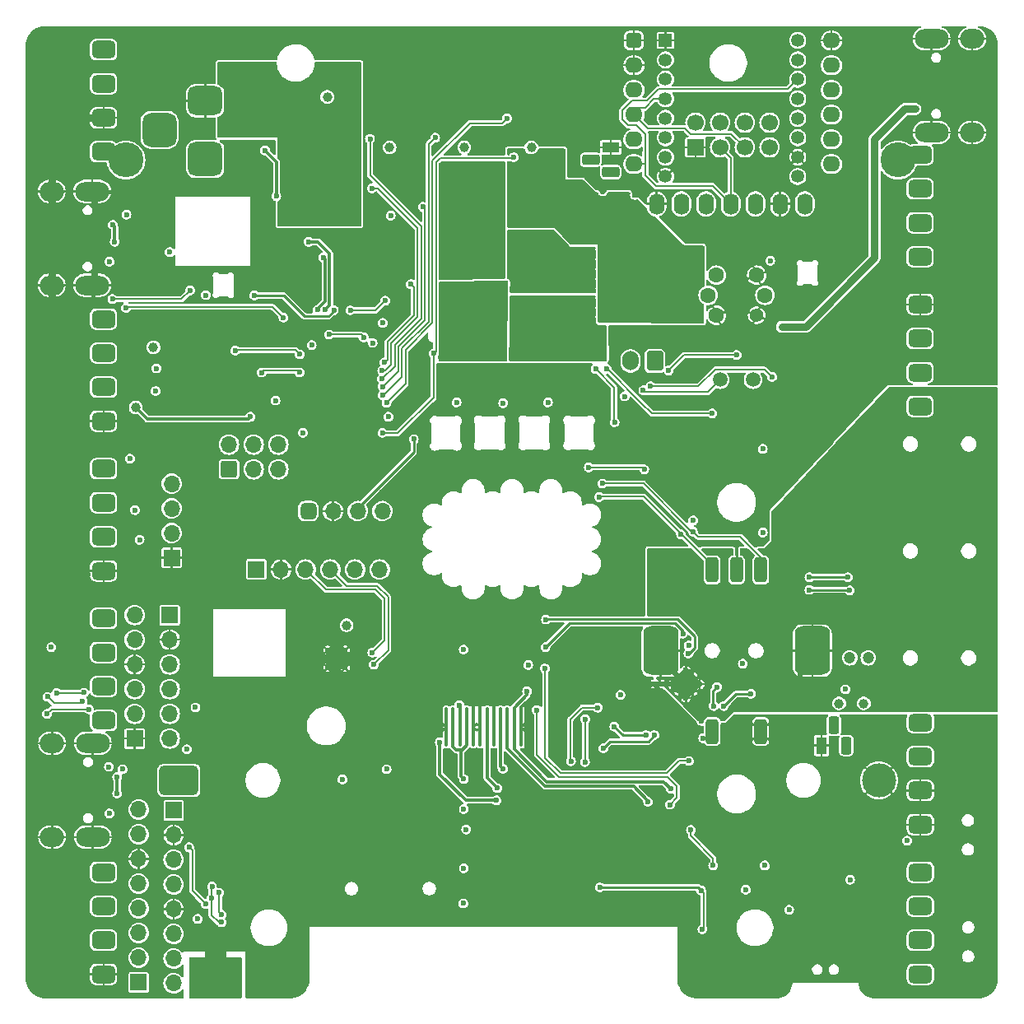
<source format=gbr>
%TF.GenerationSoftware,KiCad,Pcbnew,8.0.5*%
%TF.CreationDate,2024-10-18T10:17:48+02:00*%
%TF.ProjectId,labathome_pcb15,6c616261-7468-46f6-9d65-5f7063623135,rev?*%
%TF.SameCoordinates,Original*%
%TF.FileFunction,Copper,L1,Top*%
%TF.FilePolarity,Positive*%
%FSLAX46Y46*%
G04 Gerber Fmt 4.6, Leading zero omitted, Abs format (unit mm)*
G04 Created by KiCad (PCBNEW 8.0.5) date 2024-10-18 10:17:48*
%MOMM*%
%LPD*%
G01*
G04 APERTURE LIST*
G04 Aperture macros list*
%AMRoundRect*
0 Rectangle with rounded corners*
0 $1 Rounding radius*
0 $2 $3 $4 $5 $6 $7 $8 $9 X,Y pos of 4 corners*
0 Add a 4 corners polygon primitive as box body*
4,1,4,$2,$3,$4,$5,$6,$7,$8,$9,$2,$3,0*
0 Add four circle primitives for the rounded corners*
1,1,$1+$1,$2,$3*
1,1,$1+$1,$4,$5*
1,1,$1+$1,$6,$7*
1,1,$1+$1,$8,$9*
0 Add four rect primitives between the rounded corners*
20,1,$1+$1,$2,$3,$4,$5,0*
20,1,$1+$1,$4,$5,$6,$7,0*
20,1,$1+$1,$6,$7,$8,$9,0*
20,1,$1+$1,$8,$9,$2,$3,0*%
%AMHorizOval*
0 Thick line with rounded ends*
0 $1 width*
0 $2 $3 position (X,Y) of the first rounded end (center of the circle)*
0 $4 $5 position (X,Y) of the second rounded end (center of the circle)*
0 Add line between two ends*
20,1,$1,$2,$3,$4,$5,0*
0 Add two circle primitives to create the rounded ends*
1,1,$1,$2,$3*
1,1,$1,$4,$5*%
%AMRotRect*
0 Rectangle, with rotation*
0 The origin of the aperture is its center*
0 $1 length*
0 $2 width*
0 $3 Rotation angle, in degrees counterclockwise*
0 Add horizontal line*
21,1,$1,$2,0,0,$3*%
G04 Aperture macros list end*
%TA.AperFunction,EtchedComponent*%
%ADD10C,0.000000*%
%TD*%
%TA.AperFunction,ComponentPad*%
%ADD11R,1.700000X1.700000*%
%TD*%
%TA.AperFunction,ComponentPad*%
%ADD12O,1.700000X1.700000*%
%TD*%
%TA.AperFunction,ComponentPad*%
%ADD13RoundRect,0.750000X-1.000000X0.750000X-1.000000X-0.750000X1.000000X-0.750000X1.000000X0.750000X0*%
%TD*%
%TA.AperFunction,ComponentPad*%
%ADD14RoundRect,0.750000X-1.000000X1.000000X-1.000000X-1.000000X1.000000X-1.000000X1.000000X1.000000X0*%
%TD*%
%TA.AperFunction,ComponentPad*%
%ADD15RoundRect,0.875000X-0.875000X0.875000X-0.875000X-0.875000X0.875000X-0.875000X0.875000X0.875000X0*%
%TD*%
%TA.AperFunction,ComponentPad*%
%ADD16RoundRect,0.450000X-0.750000X0.450000X-0.750000X-0.450000X0.750000X-0.450000X0.750000X0.450000X0*%
%TD*%
%TA.AperFunction,ComponentPad*%
%ADD17RoundRect,0.250000X0.600000X-0.600000X0.600000X0.600000X-0.600000X0.600000X-0.600000X-0.600000X0*%
%TD*%
%TA.AperFunction,ComponentPad*%
%ADD18C,1.500000*%
%TD*%
%TA.AperFunction,ComponentPad*%
%ADD19R,1.100000X1.800000*%
%TD*%
%TA.AperFunction,ComponentPad*%
%ADD20RoundRect,0.275000X-0.275000X-0.625000X0.275000X-0.625000X0.275000X0.625000X-0.275000X0.625000X0*%
%TD*%
%TA.AperFunction,ComponentPad*%
%ADD21RoundRect,0.450000X0.750000X-0.450000X0.750000X0.450000X-0.750000X0.450000X-0.750000X-0.450000X0*%
%TD*%
%TA.AperFunction,SMDPad,CuDef*%
%ADD22C,0.500000*%
%TD*%
%TA.AperFunction,ComponentPad*%
%ADD23RoundRect,0.400000X-0.400000X-0.400000X0.400000X-0.400000X0.400000X0.400000X-0.400000X0.400000X0*%
%TD*%
%TA.AperFunction,ComponentPad*%
%ADD24O,1.800000X1.600000*%
%TD*%
%TA.AperFunction,ComponentPad*%
%ADD25O,1.600000X2.200000*%
%TD*%
%TA.AperFunction,SMDPad,CuDef*%
%ADD26RoundRect,0.087500X0.087500X1.912500X-0.087500X1.912500X-0.087500X-1.912500X0.087500X-1.912500X0*%
%TD*%
%TA.AperFunction,ComponentPad*%
%ADD27C,1.700000*%
%TD*%
%TA.AperFunction,ComponentPad*%
%ADD28R,1.350000X1.350000*%
%TD*%
%TA.AperFunction,ComponentPad*%
%ADD29C,1.350000*%
%TD*%
%TA.AperFunction,ComponentPad*%
%ADD30C,1.200000*%
%TD*%
%TA.AperFunction,SMDPad,CuDef*%
%ADD31RoundRect,0.325000X0.325000X0.975000X-0.325000X0.975000X-0.325000X-0.975000X0.325000X-0.975000X0*%
%TD*%
%TA.AperFunction,SMDPad,CuDef*%
%ADD32RoundRect,0.750000X1.050000X1.750000X-1.050000X1.750000X-1.050000X-1.750000X1.050000X-1.750000X0*%
%TD*%
%TA.AperFunction,ComponentPad*%
%ADD33RoundRect,0.500000X0.350000X-0.350000X0.350000X0.350000X-0.350000X0.350000X-0.350000X-0.350000X0*%
%TD*%
%TA.AperFunction,ComponentPad*%
%ADD34HorizOval,1.400000X0.000000X0.000000X0.000000X0.000000X0*%
%TD*%
%TA.AperFunction,ComponentPad*%
%ADD35C,1.600000*%
%TD*%
%TA.AperFunction,ComponentPad*%
%ADD36C,3.600000*%
%TD*%
%TA.AperFunction,ComponentPad*%
%ADD37C,1.000000*%
%TD*%
%TA.AperFunction,HeatsinkPad*%
%ADD38C,0.500000*%
%TD*%
%TA.AperFunction,HeatsinkPad*%
%ADD39R,2.300000X2.300000*%
%TD*%
%TA.AperFunction,ComponentPad*%
%ADD40O,2.500000X2.000000*%
%TD*%
%TA.AperFunction,ComponentPad*%
%ADD41O,3.500000X2.000000*%
%TD*%
%TA.AperFunction,HeatsinkPad*%
%ADD42C,0.600000*%
%TD*%
%TA.AperFunction,HeatsinkPad*%
%ADD43RotRect,2.500000X2.500000X135.000000*%
%TD*%
%TA.AperFunction,ComponentPad*%
%ADD44RoundRect,0.250000X0.600000X0.750000X-0.600000X0.750000X-0.600000X-0.750000X0.600000X-0.750000X0*%
%TD*%
%TA.AperFunction,ComponentPad*%
%ADD45O,1.700000X2.000000*%
%TD*%
%TA.AperFunction,ComponentPad*%
%ADD46RoundRect,0.428571X-1.571429X-1.071429X1.571429X-1.071429X1.571429X1.071429X-1.571429X1.071429X0*%
%TD*%
%TA.AperFunction,ComponentPad*%
%ADD47C,3.500000*%
%TD*%
%TA.AperFunction,HeatsinkPad*%
%ADD48R,2.850000X5.400000*%
%TD*%
%TA.AperFunction,ComponentPad*%
%ADD49R,1.800000X1.100000*%
%TD*%
%TA.AperFunction,ComponentPad*%
%ADD50RoundRect,0.275000X-0.625000X0.275000X-0.625000X-0.275000X0.625000X-0.275000X0.625000X0.275000X0*%
%TD*%
%TA.AperFunction,ViaPad*%
%ADD51C,0.600000*%
%TD*%
%TA.AperFunction,ViaPad*%
%ADD52C,1.000000*%
%TD*%
%TA.AperFunction,Conductor*%
%ADD53C,0.400000*%
%TD*%
%TA.AperFunction,Conductor*%
%ADD54C,0.300000*%
%TD*%
%TA.AperFunction,Conductor*%
%ADD55C,0.500000*%
%TD*%
%TA.AperFunction,Conductor*%
%ADD56C,0.800000*%
%TD*%
%TA.AperFunction,Conductor*%
%ADD57C,0.250000*%
%TD*%
%TA.AperFunction,Conductor*%
%ADD58C,0.200000*%
%TD*%
G04 APERTURE END LIST*
D10*
%TA.AperFunction,EtchedComponent*%
%TO.C,NT1*%
G36*
X165500000Y-117950000D02*
G01*
X164500000Y-117950000D01*
X164500000Y-117450000D01*
X165500000Y-117450000D01*
X165500000Y-117950000D01*
G37*
%TD.AperFunction*%
%TD*%
D11*
%TO.P,J12,1,Pin_1*%
%TO.N,unconnected-(J12-Pin_1-Pad1)*%
X111600000Y-148380000D03*
D12*
%TO.P,J12,2,Pin_2*%
%TO.N,I2C_IRQ*%
X111600000Y-145840000D03*
%TO.P,J12,3,Pin_3*%
%TO.N,SDA*%
X111600000Y-143300000D03*
%TO.P,J12,4,Pin_4*%
%TO.N,SCL*%
X111600000Y-140760000D03*
%TO.P,J12,5,Pin_5*%
%TO.N,+3V3*%
X111600000Y-138220000D03*
%TO.P,J12,6,Pin_6*%
%TO.N,GND*%
X111600000Y-135680000D03*
%TO.P,J12,7,Pin_7*%
%TO.N,unconnected-(J12-Pin_7-Pad7)*%
X111600000Y-133140000D03*
%TO.P,J12,8,Pin_8*%
%TO.N,unconnected-(J12-Pin_8-Pad8)*%
X111600000Y-130600000D03*
%TD*%
D11*
%TO.P,J10,1,Pin_1*%
%TO.N,+3V3*%
X114800000Y-110600000D03*
D12*
%TO.P,J10,2,Pin_2*%
%TO.N,GND*%
X114800000Y-113140000D03*
%TO.P,J10,3,Pin_3*%
%TO.N,SCL*%
X114800000Y-115680000D03*
%TO.P,J10,4,Pin_4*%
%TO.N,SDA*%
X114800000Y-118220000D03*
%TO.P,J10,5,Pin_5*%
%TO.N,unconnected-(J10-Pin_5-Pad5)*%
X114800000Y-120760000D03*
%TO.P,J10,6,Pin_6*%
%TO.N,unconnected-(J10-Pin_6-Pad6)*%
X114800000Y-123300000D03*
%TD*%
D13*
%TO.P,J9,1*%
%TO.N,GND*%
X118457500Y-57700000D03*
D14*
%TO.P,J9,2*%
%TO.N,+24V*%
X118457500Y-63700000D03*
D15*
%TO.P,J9,3*%
%TO.N,unconnected-(J9-Pad3)*%
X113757500Y-60700000D03*
%TD*%
D16*
%TO.P,J27,1,Pin_1*%
%TO.N,DAC0*%
X108005000Y-110950000D03*
%TO.P,J27,2,Pin_2*%
%TO.N,DAC1x*%
X108005000Y-114450000D03*
%TO.P,J27,3,Pin_3*%
%TO.N,ADC0*%
X108005000Y-117950000D03*
%TO.P,J27,4,Pin_4*%
%TO.N,ADC1*%
X108005000Y-121450000D03*
%TD*%
D17*
%TO.P,J34,1,Pin_1*%
%TO.N,UART3_RX*%
X120900000Y-95600000D03*
D12*
%TO.P,J34,2,Pin_2*%
%TO.N,OPAMP3+*%
X120900000Y-93060000D03*
%TO.P,J34,3,Pin_3*%
%TO.N,OPAMP3-*%
X123440000Y-95600000D03*
%TO.P,J34,4,Pin_4*%
%TO.N,PB12*%
X123440000Y-93060000D03*
%TO.P,J34,5,Pin_5*%
%TO.N,OPAMP3Q*%
X125980000Y-95600000D03*
%TO.P,J34,6,Pin_6*%
%TO.N,UART3_TX*%
X125980000Y-93060000D03*
%TD*%
D18*
%TO.P,R32,1*%
%TO.N,+3V3*%
X174800000Y-86400000D03*
%TO.P,R32,2*%
%TO.N,BRIGHTNESS*%
X171400000Y-86400000D03*
%TD*%
D19*
%TO.P,U13,1,GND*%
%TO.N,GND*%
X181850000Y-124000000D03*
D20*
%TO.P,U13,2,DQ*%
%TO.N,1wire*%
X183120000Y-121930000D03*
%TO.P,U13,3,V_{DD}*%
%TO.N,+3V3*%
X184390000Y-124000000D03*
%TD*%
D16*
%TO.P,J1,1,Pin_1*%
%TO.N,Net-(J1-Pin_1)*%
X108005000Y-95550000D03*
%TO.P,J1,2,Pin_2*%
%TO.N,Net-(J1-Pin_2)*%
X108005000Y-99050000D03*
%TO.P,J1,3,Pin_3*%
%TO.N,Net-(J1-Pin_3)*%
X108005000Y-102550000D03*
%TO.P,J1,4,Pin_4*%
%TO.N,GND*%
X108005000Y-106050000D03*
%TD*%
D21*
%TO.P,J18,1,Pin_1*%
%TO.N,K1_24*%
X191995000Y-89150000D03*
%TO.P,J18,2,Pin_2*%
%TO.N,K1_22*%
X191995000Y-85650000D03*
%TO.P,J18,3,Pin_3*%
%TO.N,K1_21*%
X191995000Y-82150000D03*
%TO.P,J18,4,Pin_4*%
%TO.N,GND*%
X191995000Y-78650000D03*
%TD*%
D22*
%TO.P,NT1,1,1*%
%TO.N,GND*%
X164500000Y-117700000D03*
%TO.P,NT1,2,2*%
%TO.N,GNDA*%
X165500000Y-117700000D03*
%TD*%
D21*
%TO.P,J15,1,Pin_1*%
%TO.N,CANH*%
X192000000Y-147550000D03*
%TO.P,J15,2,Pin_2*%
%TO.N,CANL*%
X192000000Y-144050000D03*
%TO.P,J15,3,Pin_3*%
%TO.N,RS485B*%
X192000000Y-140550000D03*
%TO.P,J15,4,Pin_4*%
%TO.N,RS485A*%
X192000000Y-137050000D03*
%TD*%
D16*
%TO.P,J2,1,Pin_1*%
%TO.N,SCL*%
X108005000Y-137050000D03*
%TO.P,J2,2,Pin_2*%
%TO.N,SDA*%
X108005000Y-140550000D03*
%TO.P,J2,3,Pin_3*%
%TO.N,+3V3*%
X108005000Y-144050000D03*
%TO.P,J2,4,Pin_4*%
%TO.N,GND*%
X108005000Y-147550000D03*
%TD*%
D23*
%TO.P,M1,1,GND*%
%TO.N,GND*%
X162540000Y-51500000D03*
D24*
%TO.P,M1,2,GND*%
X162540000Y-54040000D03*
%TO.P,M1,3,MOSI*%
%TO.N,EXT_MOSI*%
X162540000Y-56580000D03*
%TO.P,M1,4,SCLK*%
%TO.N,EXT_CLK*%
X162540000Y-59120000D03*
%TO.P,M1,5,~{CS}[PU]*%
%TO.N,EXT_CS*%
X162540000Y-61660000D03*
%TO.P,M1,6,~{INT}[PU]*%
%TO.N,EXT_IO1*%
X162540000Y-64200000D03*
%TO.P,M1,7,MISO*%
%TO.N,EXT_MISO*%
X182860000Y-64200000D03*
%TO.P,M1,8,~{RST}[PU]*%
%TO.N,EXT_IO2*%
X182860000Y-61660000D03*
%TO.P,M1,9,NC*%
%TO.N,unconnected-(M1-NC-Pad9)*%
X182860000Y-59120000D03*
%TO.P,M1,10,3V3*%
%TO.N,+3V3*%
X182860000Y-56580000D03*
%TO.P,M1,11,3V3*%
X182860000Y-54040000D03*
%TO.P,M1,12,GND*%
%TO.N,GND*%
X182860000Y-51500000D03*
%TD*%
D11*
%TO.P,J19,1,Pin_1*%
%TO.N,GND*%
X111200000Y-123300000D03*
D12*
%TO.P,J19,2,Pin_2*%
%TO.N,SDA*%
X111200000Y-120760000D03*
%TO.P,J19,3,Pin_3*%
%TO.N,SCL*%
X111200000Y-118220000D03*
%TO.P,J19,4,Pin_4*%
%TO.N,GND*%
X111200000Y-115680000D03*
%TO.P,J19,5,Pin_5*%
%TO.N,+3V3*%
X111200000Y-113140000D03*
%TO.P,J19,6,Pin_6*%
%TO.N,unconnected-(J19-Pin_6-Pad6)*%
X111200000Y-110600000D03*
%TD*%
D11*
%TO.P,J20,1,Pin_1*%
%TO.N,+3V3*%
X115200000Y-130680000D03*
D12*
%TO.P,J20,2,Pin_2*%
%TO.N,GND*%
X115200000Y-133220000D03*
%TO.P,J20,3,Pin_3*%
%TO.N,SCL*%
X115200000Y-135760000D03*
%TO.P,J20,4,Pin_4*%
%TO.N,SDA*%
X115200000Y-138300000D03*
%TO.P,J20,5,Pin_5*%
%TO.N,GND*%
X115200000Y-140840000D03*
%TO.P,J20,6,Pin_6*%
%TO.N,I2C_IRQ*%
X115200000Y-143380000D03*
%TO.P,J20,7,Pin_7*%
%TO.N,unconnected-(J20-Pin_7-Pad7)*%
X115200000Y-145920000D03*
%TO.P,J20,8,Pin_8*%
%TO.N,unconnected-(J20-Pin_8-Pad8)*%
X115200000Y-148460000D03*
%TD*%
D11*
%TO.P,J4,1,Pin_1*%
%TO.N,GND*%
X115000000Y-104700000D03*
D12*
%TO.P,J4,2,Pin_2*%
%TO.N,+3V3*%
X115000000Y-102160000D03*
%TO.P,J4,3,Pin_3*%
%TO.N,SCL*%
X115000000Y-99620000D03*
%TO.P,J4,4,Pin_4*%
%TO.N,SDA*%
X115000000Y-97080000D03*
%TD*%
D25*
%TO.P,X3,1,G-GND*%
%TO.N,GND*%
X164880000Y-68300000D03*
%TO.P,X3,2,R-RXD*%
%TO.N,EXT_MOSI*%
X167420000Y-68300000D03*
%TO.P,X3,3,T-TX*%
%TO.N,EXT_MISO*%
X169960000Y-68300000D03*
%TO.P,X3,4,K-PWRKEY*%
%TO.N,EXT_IO1*%
X172500000Y-68300000D03*
%TO.P,X3,5,V-VCC*%
%TO.N,+3V3*%
X175040000Y-68300000D03*
%TO.P,X3,6,G-GND*%
%TO.N,GND*%
X177580000Y-68300000D03*
%TO.P,X3,7,S-SLEEP*%
%TO.N,EXT_IO2*%
X180120000Y-68300000D03*
%TD*%
D16*
%TO.P,J22,1,Pin_1*%
%TO.N,+3V3*%
X108005000Y-52450000D03*
%TO.P,J22,2,Pin_2*%
%TO.N,+5V*%
X108005000Y-55950000D03*
%TO.P,J22,3,Pin_3*%
%TO.N,GND*%
X108005000Y-59450000D03*
%TO.P,J22,4,Pin_4*%
%TO.N,+24V*%
X108005000Y-62950000D03*
%TD*%
D26*
%TO.P,X2,1,GND*%
%TO.N,GND*%
X143230000Y-122110000D03*
%TO.P,X2,2,LEDK*%
%TO.N,+3V3*%
X143930000Y-122110000D03*
%TO.P,X2,3,LEDA*%
%TO.N,Net-(X2-LEDA)*%
X144630000Y-122110000D03*
%TO.P,X2,4,VDD*%
%TO.N,+3V3*%
X145330000Y-122110000D03*
%TO.P,X2,5,GND*%
%TO.N,GND*%
X146030000Y-122110000D03*
%TO.P,X2,6,GND*%
X146730000Y-122110000D03*
%TO.P,X2,7,DC*%
%TO.N,LCD_DC*%
X147430000Y-122110000D03*
%TO.P,X2,8,CS*%
%TO.N,GND*%
X148130000Y-122110000D03*
%TO.P,X2,9,SCL*%
%TO.N,LCD_CLK*%
X148830000Y-122110000D03*
%TO.P,X2,10,SDA*%
%TO.N,LCD_DAT*%
X149530000Y-122110000D03*
%TO.P,X2,11,RESET*%
%TO.N,LCD_RES*%
X150230000Y-122110000D03*
%TO.P,X2,12,GND*%
%TO.N,GND*%
X150930000Y-122110000D03*
%TD*%
D11*
%TO.P,U15,1,GND*%
%TO.N,GND*%
X168875000Y-62489500D03*
D27*
%TO.P,U15,2,VCC*%
%TO.N,+3V3*%
X168875000Y-59949500D03*
%TO.P,U15,3,CE*%
%TO.N,EXT_IO1*%
X171415000Y-62489500D03*
%TO.P,U15,4,~{CSN}*%
%TO.N,EXT_CS*%
X171415000Y-59949500D03*
%TO.P,U15,5,SCK*%
%TO.N,EXT_CLK*%
X173955000Y-62489500D03*
%TO.P,U15,6,MOSI*%
%TO.N,EXT_MOSI*%
X173955000Y-59949500D03*
%TO.P,U15,7,MISO*%
%TO.N,EXT_MISO*%
X176495000Y-62489500D03*
%TO.P,U15,8,IRQ*%
%TO.N,EXT_IO2*%
X176495000Y-59949500D03*
%TD*%
D28*
%TO.P,U6,1,GND*%
%TO.N,GND*%
X165792500Y-51492500D03*
D29*
%TO.P,U6,2,MISO*%
%TO.N,EXT_MISO*%
X165792500Y-53492500D03*
%TO.P,U6,3,MOSI*%
%TO.N,EXT_MOSI*%
X165792500Y-55492500D03*
%TO.P,U6,4,SCK*%
%TO.N,EXT_CLK*%
X165792500Y-57492500D03*
%TO.P,U6,5,NSS*%
%TO.N,EXT_CS*%
X165792500Y-59492500D03*
%TO.P,U6,6,RESET*%
%TO.N,unconnected-(U6-RESET-Pad6)*%
X165792500Y-61492500D03*
%TO.P,U6,7,DIO5*%
%TO.N,unconnected-(U6-DIO5-Pad7)*%
X165792500Y-63492500D03*
%TO.P,U6,8,GND*%
%TO.N,GND*%
X165792500Y-65492500D03*
%TO.P,U6,9,ANT*%
%TO.N,unconnected-(U6-ANT-Pad9)*%
X179392500Y-65492500D03*
%TO.P,U6,10,GND*%
%TO.N,GND*%
X179392500Y-63492500D03*
%TO.P,U6,11,DIO3*%
%TO.N,unconnected-(U6-DIO3-Pad11)*%
X179392500Y-61492500D03*
%TO.P,U6,12,DIO4*%
%TO.N,unconnected-(U6-DIO4-Pad12)*%
X179392500Y-59492500D03*
%TO.P,U6,13,3.3V*%
%TO.N,+3V3*%
X179392500Y-57492500D03*
%TO.P,U6,14,DIO0*%
%TO.N,EXT_IO1*%
X179392500Y-55492500D03*
%TO.P,U6,15,DIO1*%
%TO.N,EXT_IO2*%
X179392500Y-53492500D03*
%TO.P,U6,16,DIO2*%
%TO.N,unconnected-(U6-DIO2-Pad16)*%
X179392500Y-51492500D03*
%TD*%
D30*
%TO.P,MK1,1,-*%
%TO.N,Net-(JP1-B)*%
X186650000Y-115000000D03*
%TO.P,MK1,2,+*%
%TO.N,Net-(MK1-+)*%
X184750000Y-115000000D03*
%TD*%
D31*
%TO.P,SW6,A,A*%
%TO.N,ROT_A*%
X175600000Y-105961000D03*
%TO.P,SW6,B,B*%
%TO.N,ROT_B*%
X170600000Y-105961000D03*
%TO.P,SW6,C,C*%
%TO.N,GND*%
X173100000Y-105961000D03*
D32*
%TO.P,SW6,MP,MP*%
%TO.N,GNDA*%
X180900000Y-114261000D03*
X165300000Y-114261000D03*
D31*
%TO.P,SW6,S1,S1*%
%TO.N,GND*%
X175600000Y-122561000D03*
%TO.P,SW6,S2,S2*%
%TO.N,Net-(R66-Pad1)*%
X170600000Y-122561000D03*
%TD*%
D21*
%TO.P,J24,1,Pin_1*%
%TO.N,K1_11*%
X191995000Y-73750000D03*
%TO.P,J24,2,Pin_2*%
%TO.N,K1_12*%
X191995000Y-70250000D03*
%TO.P,J24,3,Pin_3*%
%TO.N,K1_14*%
X191995000Y-66750000D03*
%TO.P,J24,4,Pin_4*%
%TO.N,HEATER_SW*%
X191995000Y-63250000D03*
%TD*%
D11*
%TO.P,J23,1,Pin_1*%
%TO.N,+3V3*%
X123700000Y-105900000D03*
D12*
%TO.P,J23,2,Pin_2*%
%TO.N,GND*%
X126240000Y-105900000D03*
%TO.P,J23,3,Pin_3*%
%TO.N,SCL*%
X128780000Y-105900000D03*
%TO.P,J23,4,Pin_4*%
%TO.N,SDA*%
X131320000Y-105900000D03*
%TO.P,J23,5,Pin_5*%
%TO.N,I2C_IRQ*%
X133860000Y-105900000D03*
%TO.P,J23,6,Pin_6*%
%TO.N,unconnected-(J23-Pin_6-Pad6)*%
X136400000Y-105900000D03*
%TD*%
D33*
%TO.P,J8,1,Pin_1*%
%TO.N,+3V3*%
X129050000Y-99900000D03*
D12*
%TO.P,J8,2,Pin_2*%
%TO.N,GND*%
X131590000Y-99900000D03*
%TO.P,J8,3,Pin_3*%
%TO.N,Net-(D17-DOUT)*%
X134130000Y-99900000D03*
%TO.P,J8,4,Pin_4*%
%TO.N,+5V*%
X136670000Y-99900000D03*
%TD*%
D16*
%TO.P,J28,1,Pin_1*%
%TO.N,Net-(J28-Pin_1)*%
X108005000Y-80150000D03*
%TO.P,J28,2,Pin_2*%
%TO.N,Net-(J28-Pin_2)*%
X108005000Y-83650000D03*
%TO.P,J28,3,Pin_3*%
%TO.N,Net-(J28-Pin_3)*%
X108005000Y-87150000D03*
%TO.P,J28,4,Pin_4*%
%TO.N,GND*%
X108005000Y-90650000D03*
%TD*%
D21*
%TO.P,J21,1,Pin_1*%
%TO.N,GND*%
X192000000Y-132150000D03*
%TO.P,J21,2,Pin_2*%
X192000000Y-128650000D03*
%TO.P,J21,3,Pin_3*%
%TO.N,+3V3*%
X192000000Y-125150000D03*
%TO.P,J21,4,Pin_4*%
%TO.N,1wire*%
X192000000Y-121650000D03*
%TD*%
D34*
%TO.P,U22,1,SENS*%
%TO.N,GND*%
X175165869Y-79767990D03*
D35*
%TO.P,U22,2,OEN*%
%TO.N,Net-(U22-OEN)*%
X176023080Y-77698500D03*
%TO.P,U22,3,VSS_GND*%
%TO.N,GND*%
X175167990Y-75634131D03*
%TO.P,U22,4,VDD*%
%TO.N,+3V3*%
X171034131Y-75632010D03*
%TO.P,U22,5,OUT*%
%TO.N,MOVE*%
X170176920Y-77701500D03*
%TO.P,U22,6,TIME*%
%TO.N,GND*%
X171032010Y-79765869D03*
%TD*%
D36*
%TO.P,R33,1*%
%TO.N,+24V*%
X110300000Y-63800000D03*
%TO.P,R33,2*%
%TO.N,HEATER_SW*%
X189700000Y-63800000D03*
%TD*%
D37*
%TO.P,TP6,1,1*%
%TO.N,Net-(U10-RLIN{slash}GPIO3)*%
X183655000Y-119685000D03*
%TD*%
D38*
%TO.P,U2,9*%
%TO.N,GND*%
X132850000Y-116000000D03*
X132850000Y-114200000D03*
D39*
X131950000Y-115100000D03*
D38*
X131050000Y-116000000D03*
X131050000Y-114200000D03*
%TD*%
D40*
%TO.P,J13,S1,SHIELD*%
%TO.N,GND*%
X102650000Y-76670000D03*
D41*
X106830000Y-76670000D03*
D40*
X102650000Y-67030000D03*
D41*
X106830000Y-67030000D03*
%TD*%
D42*
%TO.P,U10,33,EXPOSED_PAD*%
%TO.N,GNDA*%
X167900000Y-119114214D03*
X168607107Y-118407107D03*
X169314214Y-117700000D03*
X167192893Y-118407107D03*
X167900000Y-117700000D03*
D43*
X167900000Y-117700000D03*
D42*
X168607107Y-116992893D03*
X166485786Y-117700000D03*
X167192893Y-116992893D03*
X167900000Y-116285786D03*
%TD*%
D40*
%TO.P,J29,S1,SHIELD*%
%TO.N,GND*%
X197332500Y-51330000D03*
D41*
X193152500Y-51330000D03*
D40*
X197332500Y-60970000D03*
D41*
X193152500Y-60970000D03*
%TD*%
D44*
%TO.P,J7,1,Pin_1*%
%TO.N,+5V*%
X164700000Y-84450000D03*
D45*
%TO.P,J7,2,Pin_2*%
%TO.N,Net-(J7-Pin_2)*%
X162200000Y-84450000D03*
%TD*%
D46*
%TO.P,BT1,1,+*%
%TO.N,+3V8*%
X115745000Y-127600000D03*
D47*
%TO.P,BT1,2,-*%
%TO.N,GND*%
X187745000Y-127600000D03*
%TD*%
D42*
%TO.P,U3,29,EP_GND*%
%TO.N,GND*%
X116575000Y-84500000D03*
X116575000Y-86100000D03*
X116575000Y-87700000D03*
X116575000Y-89300000D03*
D48*
X117700000Y-86900000D03*
D42*
X118825000Y-84500000D03*
X118825000Y-86100000D03*
X118825000Y-87700000D03*
X118825000Y-89300000D03*
%TD*%
D49*
%TO.P,U17,1,GND*%
%TO.N,GND*%
X160170000Y-62480000D03*
D50*
%TO.P,U17,2,DQ*%
%TO.N,1wire*%
X158100000Y-63750000D03*
%TO.P,U17,3,V_{DD}*%
%TO.N,+3V3*%
X160170000Y-65020000D03*
%TD*%
D40*
%TO.P,J5,S1,SHIELD*%
%TO.N,GND*%
X102700000Y-133420000D03*
D41*
X106880000Y-133420000D03*
D40*
X102700000Y-123780000D03*
D41*
X106880000Y-123780000D03*
%TD*%
D37*
%TO.P,TP1,1,1*%
%TO.N,/audioamplifier/JACK_DETECT*%
X186195000Y-119685000D03*
%TD*%
D51*
%TO.N,+3V8*%
X117450000Y-120100000D03*
%TO.N,GND*%
X168000000Y-146900000D03*
X146950000Y-118050000D03*
X105500000Y-128600000D03*
X160500000Y-115700000D03*
X118250000Y-132650000D03*
X175200000Y-64400000D03*
X132850000Y-117050000D03*
X127800000Y-133500000D03*
X183000000Y-88500000D03*
X125900000Y-80650000D03*
X102750000Y-109750000D03*
X113600000Y-147500000D03*
X140000000Y-117800000D03*
X139400000Y-100700000D03*
X148100000Y-108400000D03*
X110200000Y-79800000D03*
X139900000Y-98200000D03*
X167400000Y-59600000D03*
X107400000Y-101100000D03*
X115300000Y-75100000D03*
X198200000Y-68100000D03*
X106300000Y-109800000D03*
X145600000Y-94300000D03*
X168000000Y-141100000D03*
X160800000Y-120200000D03*
X150200000Y-94300000D03*
X115600000Y-83600000D03*
X143000000Y-129200000D03*
X199300000Y-145700000D03*
X129000000Y-109100000D03*
X179250000Y-77550000D03*
X108900000Y-88800000D03*
X153900000Y-128900000D03*
X121750000Y-64150000D03*
X176700000Y-52600000D03*
X126700000Y-100700000D03*
X155340000Y-61850000D03*
X190400000Y-142900000D03*
X199000000Y-133300000D03*
X102600000Y-63700000D03*
X137700000Y-122800000D03*
X111300000Y-81350000D03*
X139450000Y-131450000D03*
X198900000Y-62300000D03*
X113600000Y-65100000D03*
X182100000Y-68000000D03*
X143800000Y-111600000D03*
X131050000Y-117050000D03*
X192600000Y-72100000D03*
X182400000Y-136900000D03*
X171600000Y-147000000D03*
X140200000Y-88825000D03*
X194600000Y-140300000D03*
X171500000Y-77100000D03*
X191400000Y-59500000D03*
X104100000Y-64700000D03*
X155500000Y-109550000D03*
X102100000Y-148400000D03*
X145950000Y-110400000D03*
X137200000Y-138650000D03*
X106900000Y-107650000D03*
X141900000Y-97200000D03*
X150400000Y-55800000D03*
X122500000Y-118800000D03*
X121800000Y-141100000D03*
X160900000Y-137000000D03*
X182800000Y-135600000D03*
X153000000Y-51700000D03*
X119250000Y-91150000D03*
X119650000Y-126650000D03*
X198500000Y-59200000D03*
X128575000Y-87025000D03*
X140900000Y-129750000D03*
X187300000Y-149000000D03*
X123000000Y-134400000D03*
X163700000Y-134400000D03*
X133600000Y-75500000D03*
X164100000Y-56200000D03*
X119100000Y-86850000D03*
X105100000Y-114575000D03*
X117700000Y-83900000D03*
X128050000Y-91000000D03*
X176100000Y-124700000D03*
X167000000Y-57200000D03*
X181900000Y-71300000D03*
X167000000Y-124300000D03*
X148450000Y-142150000D03*
X163975000Y-103100000D03*
X162300000Y-141900000D03*
X150800000Y-137450000D03*
X110200000Y-129850000D03*
X188400000Y-139000000D03*
X159000000Y-116700000D03*
X171100000Y-146000000D03*
X190900000Y-130050000D03*
X186400000Y-146800000D03*
X116300000Y-144500000D03*
X139000000Y-120000000D03*
X179800000Y-129900000D03*
X183750000Y-80450000D03*
X117200000Y-146200000D03*
X183100000Y-127300000D03*
X188700000Y-147400000D03*
X121800000Y-149400000D03*
X170900000Y-72500000D03*
X118300000Y-91200000D03*
X112450000Y-68400000D03*
X113600000Y-149400000D03*
X115900000Y-81150000D03*
X130350000Y-134350000D03*
X113600000Y-140500000D03*
X121650000Y-146450000D03*
X107700000Y-93000000D03*
X199400000Y-142200000D03*
X140000000Y-141300000D03*
X142200000Y-108800000D03*
X199400000Y-129900000D03*
X187550000Y-121300000D03*
X178800000Y-90400000D03*
X112750000Y-128650000D03*
X185700000Y-68300000D03*
X117000000Y-102600000D03*
X130000000Y-102300000D03*
X147300000Y-112500000D03*
X111900000Y-92600000D03*
X117650000Y-89750000D03*
X182350000Y-133950000D03*
X172400000Y-147900000D03*
X117250000Y-81100000D03*
X143250000Y-139600000D03*
X138800000Y-111300000D03*
X136800000Y-95400000D03*
X104850000Y-100100000D03*
X110900000Y-106200000D03*
X198000000Y-138700000D03*
X167300000Y-131900000D03*
X172900000Y-90400000D03*
X108600000Y-132000000D03*
X156000000Y-137400000D03*
X153200000Y-140600000D03*
X125300000Y-146700000D03*
X120200000Y-100400000D03*
X158980990Y-89529769D03*
X176800000Y-70000000D03*
X182700000Y-145200000D03*
X104950000Y-135850000D03*
X160850000Y-140400000D03*
X117100000Y-147200000D03*
X156050000Y-96350000D03*
X108500000Y-112700000D03*
X110800000Y-102850000D03*
X140750000Y-118900000D03*
X169000000Y-148500000D03*
X130225000Y-88500000D03*
X108800000Y-116250000D03*
X116400000Y-75900000D03*
X131600000Y-87250000D03*
X127400000Y-81775000D03*
X118200000Y-92800000D03*
X113050000Y-70250000D03*
X177200000Y-64200000D03*
X169500000Y-128400000D03*
X161500000Y-89700000D03*
X196600000Y-124300000D03*
X136800000Y-93700000D03*
X173050000Y-103200000D03*
X169350000Y-126700000D03*
X139600000Y-110100000D03*
X182800000Y-137950000D03*
X151200000Y-131600000D03*
X137900000Y-111300000D03*
X132275000Y-73900000D03*
X176900000Y-140800000D03*
X152950000Y-112850000D03*
X102300000Y-127500000D03*
X152100000Y-108350000D03*
X177800000Y-97900000D03*
X139000000Y-116850000D03*
X156800000Y-124800000D03*
X120800000Y-63000000D03*
X159100000Y-52800000D03*
X170700000Y-71500000D03*
X120800000Y-64150000D03*
X106800000Y-104400000D03*
X114100000Y-52200000D03*
X197800000Y-143900000D03*
X104900000Y-125200000D03*
X186400000Y-66900000D03*
X164000000Y-142200000D03*
X135300000Y-87000000D03*
X194000000Y-136800000D03*
X178250000Y-132900000D03*
X103900000Y-97100000D03*
X135300000Y-97300000D03*
X129550000Y-94650000D03*
X102300000Y-129500000D03*
X105800000Y-73200000D03*
X129330989Y-90776900D03*
X127300000Y-71700000D03*
X195550000Y-86150000D03*
X135300000Y-87800000D03*
X163700000Y-132700000D03*
X157800000Y-133350000D03*
X178500000Y-137800000D03*
X162100000Y-133100000D03*
X118900000Y-93950000D03*
X169700000Y-130600000D03*
X123700000Y-119750000D03*
X109550000Y-122900000D03*
X151000000Y-134500000D03*
X156300000Y-110400000D03*
X131950000Y-113700000D03*
X185050000Y-74850000D03*
X173000000Y-95600000D03*
X154800000Y-114000000D03*
X197700000Y-74700000D03*
X132650000Y-112900000D03*
X189250000Y-137800000D03*
X113850000Y-108500000D03*
X111800000Y-74100000D03*
X184100000Y-128600000D03*
X124300000Y-65100000D03*
X183500000Y-142800000D03*
X118700000Y-83450000D03*
X123800000Y-74050000D03*
X145408751Y-89517458D03*
X124100000Y-101300000D03*
X148100000Y-119450000D03*
X131950000Y-116600000D03*
X132900000Y-124050000D03*
X105400000Y-87100000D03*
X177700000Y-143300000D03*
X183800000Y-66200000D03*
X128600000Y-83075000D03*
X120550000Y-91600000D03*
X182600000Y-76900000D03*
X111050000Y-80350000D03*
X145450000Y-95900000D03*
X143800000Y-130150000D03*
X160400000Y-81400000D03*
X111600000Y-66400000D03*
X125250000Y-69825000D03*
X105600000Y-70600000D03*
X151600000Y-117150000D03*
X156550000Y-112250000D03*
X101800000Y-69100000D03*
X151000000Y-95000000D03*
X111450000Y-54750000D03*
X136800000Y-101700000D03*
X105400000Y-81300000D03*
X159250000Y-107250000D03*
X167600000Y-58700000D03*
X177100000Y-144350000D03*
X175600000Y-129500000D03*
X116650000Y-92350000D03*
X194400000Y-149400000D03*
X183400000Y-86600000D03*
X140100000Y-96200000D03*
X198000000Y-147000000D03*
X157400000Y-136050000D03*
X156100000Y-130150000D03*
X149550000Y-119150000D03*
X108550000Y-75050000D03*
X159334167Y-67015833D03*
X134300000Y-82900000D03*
X121850000Y-65100000D03*
X163000000Y-112500000D03*
X164500000Y-101000000D03*
X137500000Y-91300000D03*
X103500000Y-69500000D03*
X148950000Y-140500000D03*
X167100000Y-61700000D03*
X138600000Y-79725000D03*
X141400000Y-116000000D03*
X165900000Y-102900000D03*
X178300000Y-121500000D03*
X118500000Y-106950000D03*
X171800000Y-66200000D03*
X155700000Y-139800000D03*
X182400000Y-129700000D03*
X133225000Y-90350000D03*
X195600000Y-126900000D03*
X115300000Y-76800000D03*
X161300000Y-124900000D03*
X139625000Y-126500000D03*
X166000000Y-98100000D03*
X112800000Y-73100000D03*
X142550000Y-137100000D03*
X156500000Y-119700000D03*
X177100000Y-149300000D03*
X158400000Y-57700000D03*
X181700000Y-92200000D03*
X174100000Y-65800000D03*
X148650000Y-110350000D03*
X129950000Y-86425000D03*
X103500000Y-87100000D03*
X174500000Y-91000000D03*
X108050000Y-65250000D03*
X160550000Y-56550000D03*
X168200000Y-83000000D03*
X116800000Y-67200000D03*
X180900000Y-65900000D03*
X175600000Y-83100000D03*
X160150000Y-134900000D03*
X104300000Y-146700000D03*
X189400000Y-70600000D03*
X101900000Y-74400000D03*
X165900000Y-82400000D03*
X102500000Y-91400000D03*
X189600000Y-136050000D03*
X152100000Y-109650000D03*
X139900000Y-104700000D03*
X155000000Y-94200000D03*
X109700000Y-90700000D03*
X192000000Y-149200000D03*
X158900000Y-140700000D03*
X157500000Y-96850000D03*
X134000000Y-83800000D03*
X107350000Y-88800000D03*
X136475000Y-89300000D03*
X179300000Y-95000000D03*
X173300000Y-132900000D03*
X117650000Y-85300000D03*
X159800000Y-59900000D03*
X105800000Y-149500000D03*
X139300000Y-103500000D03*
X152400000Y-96400000D03*
X176800000Y-132900000D03*
X170600000Y-81000000D03*
X181100000Y-55200000D03*
X103200000Y-92900000D03*
X115600000Y-67200000D03*
X122175000Y-132200000D03*
X114800000Y-92450000D03*
X109850000Y-81150000D03*
X189200000Y-123400000D03*
X116800000Y-65800000D03*
X148650000Y-96350000D03*
X112450000Y-66850000D03*
X134350000Y-90100000D03*
X154600000Y-125300000D03*
X132550000Y-84450000D03*
X105500000Y-116900000D03*
X179700000Y-72670000D03*
X120950000Y-124450000D03*
X199300000Y-124000000D03*
X117100000Y-75200000D03*
X101600000Y-143000000D03*
X185500000Y-65200000D03*
X153200000Y-136900000D03*
X141600000Y-130450000D03*
X173200000Y-121800000D03*
X115900000Y-106250000D03*
X120850000Y-81900000D03*
X118000000Y-101200000D03*
X163400000Y-136200000D03*
X104600000Y-109200000D03*
X107900000Y-135300000D03*
X127600000Y-94650000D03*
X139600000Y-121800000D03*
X113600000Y-124350000D03*
X151000000Y-112750000D03*
X100800000Y-141600000D03*
X149450000Y-117650000D03*
X172700000Y-51100000D03*
X149600000Y-133100000D03*
X186400000Y-81100000D03*
X137900000Y-108800000D03*
X122300000Y-89500000D03*
X119135000Y-132650000D03*
X194600000Y-121700000D03*
X122800000Y-85450000D03*
X175600000Y-55300000D03*
X123050000Y-86250000D03*
X104200000Y-127800000D03*
X128700000Y-88325000D03*
X162650000Y-67400000D03*
X122100000Y-91100000D03*
X113700000Y-73100000D03*
X164100000Y-92850000D03*
X113700000Y-145400000D03*
X162300000Y-125900000D03*
X169500000Y-64300000D03*
X181600000Y-81900000D03*
X102500000Y-94600000D03*
X177300000Y-137300000D03*
X109600000Y-116650000D03*
X132300000Y-101750000D03*
X198300000Y-85500000D03*
X126700000Y-80800000D03*
X160300000Y-133100000D03*
X103400000Y-110800000D03*
X157750000Y-139850000D03*
X150000000Y-129800000D03*
X103800000Y-145200000D03*
X147200000Y-55000000D03*
X133500000Y-104000000D03*
X108600000Y-139000000D03*
X163100000Y-131050000D03*
X103900000Y-141850000D03*
X133400000Y-130050000D03*
X136050000Y-104200000D03*
X130400000Y-109100000D03*
X102850000Y-82950000D03*
X138400000Y-118750000D03*
X159900000Y-126100000D03*
X139550000Y-73050000D03*
X192750000Y-145800000D03*
X186400000Y-69700000D03*
X167000000Y-123300000D03*
X148700000Y-112800000D03*
X111650000Y-93950000D03*
X122938819Y-82250000D03*
X121900000Y-128600000D03*
X176400000Y-64900000D03*
X131900000Y-109100000D03*
X171600000Y-140800000D03*
X151100000Y-135950000D03*
X109000000Y-149100000D03*
X128500000Y-142800000D03*
X164100000Y-53600000D03*
X110400000Y-61000000D03*
X152900000Y-142000000D03*
X102400000Y-131200000D03*
X145200000Y-51300000D03*
X113300000Y-130500000D03*
X106400000Y-106450000D03*
X131900000Y-115150000D03*
X167200000Y-91800000D03*
X121700000Y-126350000D03*
X179100000Y-95900000D03*
X134800000Y-101800000D03*
X124950000Y-120400000D03*
X115750000Y-57000000D03*
X122600000Y-100800000D03*
X119500000Y-104200000D03*
X117300000Y-91200000D03*
X128100000Y-122900000D03*
X143700000Y-126250000D03*
X181400000Y-132100000D03*
X166850000Y-141100000D03*
X174200000Y-149100000D03*
X117600000Y-149400000D03*
X115600000Y-82200000D03*
X125150000Y-118750000D03*
X116800000Y-82200000D03*
X119150000Y-92500000D03*
X124800000Y-100900000D03*
X134750000Y-72400000D03*
X109400000Y-123700000D03*
X115600000Y-82900000D03*
X191100000Y-123300000D03*
X172000000Y-131500000D03*
X170200000Y-89100000D03*
X168500000Y-99500000D03*
X102800000Y-102500000D03*
X110000000Y-144800000D03*
X113600000Y-142800000D03*
X177000000Y-123900000D03*
X105900000Y-79600000D03*
X107300000Y-138800000D03*
X144050000Y-140900000D03*
X121750000Y-63000000D03*
X148400000Y-51800000D03*
X123050000Y-123200000D03*
X104600000Y-134800000D03*
X139800000Y-86900000D03*
X103500000Y-89000000D03*
X116250000Y-91200000D03*
X161900000Y-134600000D03*
X116150000Y-86900000D03*
X175600000Y-122561000D03*
X175500000Y-58800000D03*
X167600000Y-145300000D03*
X111050000Y-60100000D03*
X105700000Y-138750000D03*
X151900000Y-128100000D03*
X101600000Y-137900000D03*
X174600000Y-133300000D03*
X113900000Y-92350000D03*
X122500000Y-119800000D03*
X116200000Y-66500000D03*
X195800000Y-138700000D03*
X131150000Y-112900000D03*
X126800000Y-91050000D03*
X196900000Y-138700000D03*
X123050000Y-121150000D03*
X168850000Y-91450000D03*
X160200000Y-125000000D03*
X166700000Y-135400000D03*
X130104117Y-82294174D03*
X119450000Y-93350000D03*
X105500000Y-83400000D03*
X104200000Y-116100000D03*
X127300000Y-129000000D03*
X124600000Y-67400000D03*
X141000000Y-93000000D03*
X138275000Y-80550000D03*
X120950000Y-120600000D03*
X117700000Y-86900000D03*
X131300000Y-86000000D03*
X142400000Y-131200000D03*
X195100000Y-66100000D03*
X124050000Y-121200000D03*
X192100000Y-134900000D03*
X161200000Y-129450000D03*
X126850000Y-126400000D03*
X134725000Y-73925000D03*
X138500000Y-57000000D03*
X128500000Y-140900000D03*
X156900000Y-129000000D03*
X127900000Y-110100000D03*
X180150000Y-71050000D03*
X121400000Y-81100000D03*
X139400000Y-52200000D03*
X189400000Y-142200000D03*
X169500000Y-145800000D03*
X150800000Y-127100000D03*
X188700000Y-144700000D03*
X149500000Y-141400000D03*
X124100000Y-123850000D03*
X139000000Y-93300000D03*
X111300000Y-57700000D03*
X119150000Y-85250000D03*
X162700000Y-113800000D03*
X102500000Y-145000000D03*
X155300000Y-141900000D03*
X161300000Y-131000000D03*
X173000000Y-86300000D03*
X115200000Y-80100000D03*
X140300000Y-129100000D03*
X165900000Y-141100000D03*
X119600000Y-85950000D03*
X114200000Y-107450000D03*
X190500000Y-68600000D03*
X194700000Y-143100000D03*
X184200000Y-140900000D03*
X194100000Y-147700000D03*
X131300000Y-103900000D03*
X149200000Y-116600000D03*
X131400000Y-94650000D03*
X102200000Y-140900000D03*
X112200000Y-65200000D03*
X112600000Y-108300000D03*
X180900000Y-70850000D03*
X121750000Y-121250000D03*
X116550000Y-108850000D03*
X125150000Y-131950000D03*
X172900000Y-123200000D03*
X137350000Y-121350000D03*
X105350000Y-122050000D03*
X108550000Y-68650000D03*
X159100000Y-129700000D03*
X181150000Y-145350000D03*
X115600000Y-65800000D03*
X110600000Y-52200000D03*
X110400000Y-83400000D03*
X183750000Y-72350000D03*
X132100000Y-130600000D03*
X134050000Y-84900000D03*
X108400000Y-107700000D03*
X185600000Y-71850000D03*
X123800000Y-75200000D03*
X181500000Y-121500000D03*
X157600000Y-130000000D03*
X139800000Y-106500000D03*
X116200000Y-85300000D03*
X116950000Y-131350000D03*
X117750000Y-82900000D03*
X143150000Y-113650000D03*
X187400000Y-75300000D03*
X164500000Y-62000000D03*
X162200000Y-139550000D03*
X104400000Y-90500000D03*
X184350000Y-68650000D03*
X181200000Y-62400000D03*
X137900000Y-110000000D03*
X125150000Y-65100000D03*
X197800000Y-122200000D03*
X160600000Y-84500000D03*
X152850000Y-130000000D03*
X101000000Y-146800000D03*
D52*
X133250000Y-110150000D03*
D51*
X142000000Y-56200000D03*
X118900000Y-81100000D03*
X137200000Y-134000000D03*
X116650000Y-83550000D03*
X120400000Y-52200000D03*
X131000000Y-139600000D03*
X177600000Y-96200000D03*
X104900000Y-148100000D03*
X128750000Y-94450000D03*
X141200000Y-107850000D03*
X108000000Y-142300000D03*
X139600000Y-75700000D03*
X105400000Y-89000000D03*
X141100000Y-120200000D03*
X136000000Y-52400000D03*
X110800000Y-82500000D03*
X199400000Y-135900000D03*
X178600000Y-131400000D03*
X168700000Y-57200000D03*
X140345000Y-83000000D03*
X140700000Y-122800000D03*
X178600000Y-123300000D03*
X104350000Y-121650000D03*
X164200000Y-58900000D03*
X130350000Y-126900000D03*
X176600000Y-79100000D03*
X173200000Y-87900000D03*
X114150000Y-98350000D03*
X173100000Y-141100000D03*
X191450000Y-52950000D03*
X111800000Y-73100000D03*
X197300000Y-79300000D03*
X194900000Y-124000000D03*
X110000000Y-119500000D03*
X107200000Y-61200000D03*
X121800000Y-148000000D03*
X138400000Y-90900000D03*
X101400000Y-51700000D03*
X170200000Y-60500000D03*
X106300000Y-143700000D03*
X174300000Y-55700000D03*
X114100000Y-100850000D03*
X156900000Y-108150000D03*
X121100000Y-104300000D03*
X125200000Y-80100000D03*
X178600000Y-71900000D03*
X181000000Y-59000000D03*
X150800000Y-139600000D03*
X146550000Y-141900000D03*
X173000000Y-125800000D03*
X187800000Y-133600000D03*
X123500000Y-65100000D03*
X140900000Y-111400000D03*
X103600000Y-74500000D03*
X178000000Y-55800000D03*
X105000000Y-96100000D03*
X166400000Y-134150000D03*
X132800000Y-102800000D03*
X164900000Y-82500000D03*
X129800000Y-87550000D03*
X109100000Y-76900000D03*
X119650000Y-129150000D03*
X158700000Y-131800000D03*
X123700000Y-118750000D03*
X192500000Y-138700000D03*
X122250000Y-81450000D03*
X149882544Y-89517458D03*
X196300000Y-83500000D03*
X134850000Y-122200000D03*
X127100000Y-148400000D03*
X174200000Y-84500000D03*
X196200000Y-71500000D03*
X154700000Y-55900000D03*
X168000000Y-65300000D03*
X112150000Y-70300000D03*
X184000000Y-83800000D03*
X136200000Y-110100000D03*
X107000000Y-93950000D03*
X100600000Y-136600000D03*
X147600000Y-109600000D03*
D52*
X163250000Y-82750000D03*
D51*
X162200000Y-115700000D03*
X171000000Y-63900000D03*
X102600000Y-97800000D03*
X111800000Y-98000000D03*
X121500000Y-142800000D03*
X154650000Y-130500000D03*
X177300000Y-53700000D03*
X164900000Y-64400000D03*
X112800000Y-71500000D03*
X194000000Y-127000000D03*
X169600000Y-53200000D03*
X123600000Y-52100000D03*
X158050000Y-134750000D03*
X189150000Y-133600000D03*
X115300000Y-75900000D03*
X182000000Y-90500000D03*
X138200000Y-129950000D03*
X121300000Y-106600000D03*
X151750000Y-119700000D03*
X104400000Y-92200000D03*
X142050000Y-113800000D03*
X104800000Y-130700000D03*
X154445735Y-89545735D03*
X194400000Y-77800000D03*
X173400000Y-64100000D03*
X104300000Y-143700000D03*
X163200000Y-140500000D03*
X135800000Y-131200000D03*
X121350000Y-101400000D03*
X181200000Y-51400000D03*
X126000000Y-91550000D03*
X132600000Y-133500000D03*
X111500000Y-68900000D03*
X162000000Y-119700000D03*
X106300000Y-91300000D03*
X179900000Y-92800000D03*
X186550000Y-145250000D03*
X166700000Y-130800000D03*
X199200000Y-127200000D03*
X121950000Y-85300000D03*
X122650000Y-65100000D03*
X105500000Y-139700000D03*
X182200000Y-148000000D03*
X103500000Y-125500000D03*
X195800000Y-127700000D03*
X184450000Y-70550000D03*
X132275000Y-72425000D03*
X163050000Y-65900000D03*
X139100000Y-124050000D03*
X169500000Y-96100000D03*
X136600000Y-98000000D03*
X198000000Y-127700000D03*
X163800000Y-120300000D03*
X143800000Y-108350000D03*
X167500000Y-95200000D03*
X158700000Y-137200000D03*
X195000000Y-63500000D03*
D52*
%TO.N,+3V3*%
X121700000Y-58600000D03*
X128400000Y-68300000D03*
X120300000Y-60350000D03*
D51*
X136712500Y-80550000D03*
X145000000Y-140250000D03*
D52*
X133600000Y-66050000D03*
D51*
X137100000Y-126450000D03*
X178500000Y-140900000D03*
D52*
X133900000Y-55050000D03*
X132000000Y-69900000D03*
X122600000Y-56200000D03*
X128400000Y-66800000D03*
X132000000Y-66800000D03*
X132000000Y-62300000D03*
D51*
X184772500Y-137822500D03*
X128500000Y-91850000D03*
D52*
X126800000Y-63800000D03*
X126750000Y-56100000D03*
X133300000Y-58800000D03*
X126800000Y-62300000D03*
D51*
X145050000Y-130550000D03*
D52*
X133750000Y-63000000D03*
X120600000Y-55600000D03*
X126800000Y-66800000D03*
D51*
X132580000Y-127500000D03*
X176567990Y-74150000D03*
X184300000Y-118235000D03*
X161150000Y-118800000D03*
D52*
X129100000Y-60700000D03*
D51*
X129400000Y-82825000D03*
D52*
X124100000Y-57850000D03*
D51*
X145050000Y-136650000D03*
D52*
X130200000Y-66800000D03*
D51*
X145050000Y-127450000D03*
X151675000Y-115725000D03*
D52*
X132000000Y-60700000D03*
D51*
X174050000Y-138850000D03*
D52*
X130200000Y-69900000D03*
X133800000Y-69900000D03*
X130200000Y-68300000D03*
D51*
X137300000Y-90200000D03*
D52*
X124050000Y-60700000D03*
X129100000Y-56200000D03*
D51*
X111215000Y-99800000D03*
X190650000Y-133800000D03*
D52*
X125100000Y-54350000D03*
X126800000Y-60700000D03*
X132000000Y-68300000D03*
X132000000Y-63800000D03*
D51*
X111700000Y-102850000D03*
D52*
X133600000Y-61500000D03*
D51*
X176000000Y-136350000D03*
D52*
X132000000Y-65300000D03*
D51*
X175800000Y-93500000D03*
X135657307Y-82600000D03*
X117675000Y-141850000D03*
X175800000Y-102100000D03*
X168650000Y-100850000D03*
X110705000Y-94510000D03*
X145300000Y-132650000D03*
X145038176Y-114140001D03*
X173750000Y-115600000D03*
D52*
X130400000Y-54550000D03*
X129100000Y-63800000D03*
X129100000Y-62300000D03*
D51*
X118513686Y-77686314D03*
%TO.N,PROG_EN*%
X169600000Y-142900000D03*
X169450000Y-138900000D03*
X159050000Y-138600000D03*
%TO.N,+24V*%
X108600000Y-74250000D03*
X102620000Y-113900000D03*
D52*
X113125000Y-83050000D03*
D51*
X110350000Y-69400000D03*
D52*
X111300000Y-89230000D03*
D51*
X123100000Y-90200000D03*
%TO.N,GNDA*%
X182600000Y-118300000D03*
X192400000Y-103300000D03*
X199300000Y-119600000D03*
X186500000Y-104300000D03*
X190200000Y-88100000D03*
X193600000Y-117100000D03*
X176100000Y-113200000D03*
X179400000Y-100900000D03*
X194100000Y-109050000D03*
X177800000Y-105350000D03*
X190500000Y-110400000D03*
X194250000Y-107250000D03*
X188600000Y-106600000D03*
X188300000Y-108700000D03*
X184100000Y-113400000D03*
X198300000Y-91200000D03*
X173950000Y-104150000D03*
X195200000Y-105300000D03*
X191400000Y-112300000D03*
X182900000Y-99500000D03*
X195700000Y-114000000D03*
X167700000Y-109500000D03*
X188200000Y-103900000D03*
X188550000Y-93100000D03*
X195600000Y-116800000D03*
X180000000Y-111125000D03*
X199400000Y-116800000D03*
X186200000Y-97300000D03*
X180200000Y-104900000D03*
X179600000Y-116800000D03*
X190600000Y-113400000D03*
X198300000Y-87800000D03*
X186100000Y-112000000D03*
X164600000Y-107700000D03*
X174100000Y-116600000D03*
X195100000Y-94700000D03*
X196400000Y-110400000D03*
X188650000Y-97400000D03*
X198800000Y-105250000D03*
X187350000Y-95750000D03*
X164500000Y-104600000D03*
X197250000Y-102700000D03*
X193000000Y-105300000D03*
X195000000Y-119150000D03*
X190200000Y-92000000D03*
X196300000Y-88200000D03*
X199000000Y-97800000D03*
X190500000Y-90500000D03*
X193000000Y-114900000D03*
X188300000Y-116000000D03*
X195900000Y-102450000D03*
X175700000Y-117900000D03*
X193300000Y-94300000D03*
X184600000Y-105400000D03*
X176900000Y-115900000D03*
X174900000Y-115800000D03*
X186100000Y-92100000D03*
X197200000Y-105700000D03*
X192700000Y-111700000D03*
X197300000Y-116800000D03*
X194900000Y-97500000D03*
X169100000Y-111000000D03*
X179200000Y-105800000D03*
X183300000Y-112000000D03*
X184800000Y-99500000D03*
X188500000Y-118000000D03*
X179600000Y-118300000D03*
X196150000Y-91250000D03*
X176550000Y-103600000D03*
X195050000Y-115500000D03*
X199400000Y-107000000D03*
X192500000Y-116900000D03*
X180400000Y-112700000D03*
X183600000Y-95600000D03*
X172150000Y-104150000D03*
X193600000Y-120000000D03*
X192700000Y-92250000D03*
X188600000Y-113300000D03*
X192200000Y-90600000D03*
X186500000Y-100300000D03*
X190750000Y-99600000D03*
X184700000Y-93600000D03*
X198300000Y-98800000D03*
X180500000Y-99700000D03*
X198300000Y-102200000D03*
X179000000Y-107500000D03*
X179150000Y-104050000D03*
X189600000Y-114800000D03*
X197300000Y-109200000D03*
X186000000Y-113800000D03*
X192200000Y-107700000D03*
X196400000Y-112200000D03*
X192100000Y-96700000D03*
X189400000Y-103100000D03*
X182300000Y-112800000D03*
X169466786Y-121471872D03*
X197300000Y-98200000D03*
X198900000Y-114850000D03*
X187300000Y-117400000D03*
X198400000Y-109700000D03*
X182200000Y-94600000D03*
X192000000Y-102000000D03*
X176700000Y-117900000D03*
X197300000Y-94800000D03*
X188400000Y-96600000D03*
X188735000Y-119685000D03*
X199250000Y-94500000D03*
X184800000Y-111600000D03*
X182600000Y-103400000D03*
X188300000Y-92000000D03*
X194000000Y-118800000D03*
X172200000Y-112600000D03*
X195400000Y-95900000D03*
X197000000Y-100400000D03*
%TO.N,/psu/BOOT*%
X124600000Y-62800000D03*
X125750000Y-67500000D03*
%TO.N,+5V*%
X161600000Y-88100000D03*
X168166942Y-113716942D03*
D52*
X145100000Y-62500000D03*
X152000000Y-62500000D03*
D51*
X137535091Y-69500000D03*
D52*
X137420000Y-62500000D03*
D51*
X191500000Y-58550000D03*
D52*
X133000000Y-111650000D03*
D51*
X153700000Y-88725000D03*
D52*
X131000000Y-57300000D03*
D51*
X177750000Y-80950000D03*
X149100000Y-88800000D03*
X144300000Y-88725000D03*
%TO.N,/actors/D12_COOL*%
X148800000Y-64300000D03*
X148700000Y-71700000D03*
X145900000Y-73200000D03*
X147000000Y-73200000D03*
X147900000Y-73200000D03*
X145300000Y-72700000D03*
X145300000Y-70800000D03*
X148700000Y-69900000D03*
X148700000Y-65200000D03*
X145300000Y-69900000D03*
X145300000Y-71700000D03*
X143700000Y-65900000D03*
X143700000Y-67200000D03*
X148700000Y-70800000D03*
X148700000Y-72700000D03*
X143700000Y-64300000D03*
%TO.N,/actors/D10_COOL*%
X148700000Y-77000000D03*
X148700000Y-79600000D03*
X145200000Y-79600000D03*
X147000000Y-80300000D03*
X148100000Y-80300000D03*
X145200000Y-78700000D03*
X148700000Y-77800000D03*
X145200000Y-77800000D03*
X148700000Y-78700000D03*
X145200000Y-77000000D03*
X145800000Y-80300000D03*
%TO.N,/actors/D11_COOL*%
X154400000Y-83500000D03*
X150200000Y-80700000D03*
X154400000Y-82600000D03*
X152200000Y-80700000D03*
X153200000Y-82600000D03*
X153200000Y-83500000D03*
X153200000Y-81600000D03*
X151200000Y-80700000D03*
X150200000Y-79600000D03*
X151200000Y-79600000D03*
X153200000Y-80700000D03*
X154400000Y-81600000D03*
X154400000Y-80700000D03*
%TO.N,/actors/D13_COOL*%
X151200000Y-76300000D03*
X154800000Y-74400000D03*
X153000000Y-73500000D03*
X154800000Y-73500000D03*
X154800000Y-77200000D03*
X151200000Y-77200000D03*
X153900000Y-73500000D03*
X154800000Y-76300000D03*
X151200000Y-75400000D03*
X151200000Y-74400000D03*
X154800000Y-75400000D03*
X151200000Y-73500000D03*
X152100000Y-73500000D03*
%TO.N,/actors/D9_COOL*%
X162000000Y-77000000D03*
X154800000Y-68700000D03*
X160100000Y-70700000D03*
X151300000Y-69500000D03*
X167100000Y-75000000D03*
X160000000Y-79000000D03*
X163000000Y-79000000D03*
X159100000Y-79000000D03*
X151300000Y-68700000D03*
X159100000Y-78000000D03*
X165100000Y-77000000D03*
X162100000Y-70700000D03*
X167100000Y-74000000D03*
X161100000Y-70700000D03*
X159100000Y-76000000D03*
X163100000Y-70700000D03*
X163000000Y-79900000D03*
X162000000Y-79900000D03*
X159100000Y-73000000D03*
X166100000Y-72000000D03*
X168200000Y-73200000D03*
X167100000Y-76000000D03*
X164000000Y-78000000D03*
X162000000Y-78000000D03*
X167100000Y-77000000D03*
X159100000Y-77000000D03*
X166100000Y-76000000D03*
X161000000Y-79900000D03*
X159100000Y-75000000D03*
X160000000Y-79900000D03*
X164000000Y-79000000D03*
X167100000Y-73000000D03*
X159100000Y-74000000D03*
X164000000Y-77000000D03*
X151500000Y-66700000D03*
X166100000Y-73000000D03*
X151300000Y-70400000D03*
X154800000Y-67900000D03*
X163000000Y-77000000D03*
X164000000Y-79900000D03*
X159100000Y-71000000D03*
X154000000Y-66300000D03*
X154400000Y-67100000D03*
X160000000Y-78000000D03*
X159100000Y-79900000D03*
X168200000Y-74900000D03*
X159100000Y-72000000D03*
X154800000Y-69500000D03*
X160000000Y-77000000D03*
X168200000Y-74000000D03*
X166100000Y-75000000D03*
X151300000Y-67900000D03*
X166100000Y-74000000D03*
X161000000Y-78000000D03*
X166100000Y-77000000D03*
X161000000Y-77000000D03*
X162000000Y-79000000D03*
X161000000Y-79000000D03*
X163000000Y-78000000D03*
%TO.N,Net-(D17-DOUT)*%
X139900000Y-92500000D03*
%TO.N,Net-(J5-CC2)*%
X109400000Y-127250000D03*
X109400000Y-128950000D03*
%TO.N,SCL*%
X156062264Y-125622644D03*
X119900000Y-139150000D03*
X110300000Y-79000000D03*
X103150000Y-118600000D03*
X158812500Y-120112500D03*
X120150000Y-141400000D03*
X126500000Y-80000000D03*
X106000000Y-118575000D03*
X135650000Y-114450000D03*
%TO.N,SDA*%
X119150000Y-138500000D03*
X119100000Y-139700000D03*
X105850000Y-119450000D03*
X102225000Y-119000000D03*
X157537500Y-121300000D03*
X108900000Y-78100000D03*
X120150000Y-142200000D03*
X135800000Y-115700000D03*
X116900000Y-77200000D03*
X157500000Y-125700000D03*
%TO.N,ROT_A*%
X159300000Y-97068154D03*
X168600000Y-102000000D03*
%TO.N,LED_WHITE_P*%
X149500000Y-59500000D03*
X137097857Y-88775001D03*
%TO.N,ROT_B*%
X158950000Y-98450000D03*
X167382345Y-102299741D03*
%TO.N,1wire*%
X152563603Y-120363603D03*
X166250000Y-130100000D03*
%TO.N,HEATER*%
X173114190Y-83835809D03*
X166095315Y-85445315D03*
%TO.N,I2C_IRQ*%
X116807063Y-134487038D03*
X118475000Y-140300000D03*
X106489265Y-120285735D03*
X102175000Y-120760570D03*
%TO.N,Net-(U10-LMICN)*%
X171800000Y-119951357D03*
X174600000Y-118700000D03*
%TO.N,Net-(U10-LMICP)*%
X170747591Y-119951358D03*
X171100000Y-118000000D03*
%TO.N,Net-(U10-LSPKOUT)*%
X153500000Y-111050000D03*
X168150000Y-114550000D03*
%TO.N,Net-(U10-RSPKOUT)*%
X167574999Y-112500000D03*
X153450000Y-113900000D03*
%TO.N,LCD_RES*%
X131186925Y-81743096D03*
X160550000Y-90769493D03*
X166350000Y-128450000D03*
X134757307Y-82030835D03*
X151550000Y-118446777D03*
X158600000Y-85275000D03*
%TO.N,Net-(C16-Pad2)*%
X180600000Y-108000000D03*
X184750000Y-108050000D03*
%TO.N,Net-(C17-Pad2)*%
X180600000Y-106700000D03*
X184550000Y-106700000D03*
%TO.N,Net-(D21-DIN)*%
X157900000Y-95400000D03*
X163600000Y-95600000D03*
%TO.N,I2S_DAC*%
X160528059Y-122063057D03*
X163800000Y-122935000D03*
%TO.N,I2S_FS*%
X159400000Y-124300000D03*
X164642376Y-122935000D03*
%TO.N,Servo1*%
X135400000Y-61600000D03*
X136600000Y-86300000D03*
%TO.N,BL_RESET*%
X121548577Y-83388205D03*
X128174999Y-83775000D03*
%TO.N,Servo2*%
X140825000Y-68600000D03*
X136725000Y-87100000D03*
%TO.N,UART4_TX*%
X129990000Y-79200000D03*
X130600000Y-73800000D03*
%TO.N,USBPD_CC2*%
X109150000Y-72200000D03*
X108948066Y-70451934D03*
%TO.N,Net-(R66-Pad1)*%
X169667669Y-123267669D03*
%TO.N,UART4_RX*%
X130812224Y-79192985D03*
X129100000Y-72200000D03*
%TO.N,LCD_DC*%
X148500000Y-128400000D03*
%TO.N,LCD_DAT*%
X164000000Y-129800000D03*
%TO.N,LCD_CLK*%
X149061397Y-126411397D03*
%TO.N,LCD_BACKLIGHT*%
X148400000Y-129650000D03*
X142580001Y-123681696D03*
%TO.N,BTN_YEL*%
X168200000Y-125600000D03*
X153383222Y-116083222D03*
%TO.N,BTN_RED*%
X170600000Y-89850000D03*
X159725000Y-85275000D03*
%TO.N,BTN_GRN*%
X168400000Y-132700000D03*
X170700000Y-136350000D03*
%TO.N,Servo3*%
X136687500Y-87962500D03*
X142100000Y-61500000D03*
%TO.N,BL_ENABLEx*%
X128156849Y-85642927D03*
X124250372Y-85648345D03*
%TO.N,STM32_RESET*%
X136900000Y-84600000D03*
X139600000Y-76570000D03*
%TO.N,BRIGHTNESS*%
X163506524Y-87466270D03*
%TO.N,Relais*%
X176740000Y-86100000D03*
X164259745Y-87059745D03*
%TO.N,LED_INFO*%
X123521814Y-77721814D03*
X131675000Y-79225000D03*
%TO.N,BL_ISENSE*%
X113350000Y-87550000D03*
X125674089Y-88525000D03*
X113425000Y-85225000D03*
%TO.N,24V_INPUT*%
X136985002Y-78250000D03*
X133375000Y-79250000D03*
%TO.N,Servo0*%
X136650000Y-85450000D03*
X135600000Y-66700000D03*
%TO.N,FAN_DRIVE*%
X136675000Y-91850000D03*
X150200000Y-63500000D03*
X141975000Y-83675735D03*
%TO.N,5V_USB*%
X108600000Y-131000000D03*
X116561100Y-124400000D03*
X108550000Y-126200000D03*
%TO.N,5V_PD*%
X114800000Y-73250000D03*
X109950000Y-126450000D03*
%TO.N,Net-(X2-LEDA)*%
X144600000Y-119850000D03*
%TD*%
D53*
%TO.N,GND*%
X107260000Y-67100000D02*
X110300000Y-67100000D01*
D54*
X148130000Y-119480000D02*
X148100000Y-119450000D01*
X146730000Y-122110000D02*
X146730000Y-118270000D01*
D55*
X164500000Y-117700000D02*
X162800000Y-117700000D01*
D54*
X146030000Y-117480000D02*
X144550000Y-116000000D01*
D55*
X106830000Y-67530000D02*
X107179000Y-67879000D01*
X107179000Y-75821000D02*
X106830000Y-76170000D01*
D54*
X148100000Y-113300000D02*
X147300000Y-112500000D01*
D55*
X107179000Y-67879000D02*
X107179000Y-75821000D01*
D56*
X108005000Y-59450000D02*
X104550000Y-59450000D01*
X104550000Y-59450000D02*
X102650000Y-61350000D01*
D54*
X148130000Y-122110000D02*
X148130000Y-119480000D01*
D53*
X106900000Y-76240000D02*
X106900000Y-78600000D01*
D55*
X162200000Y-117100000D02*
X162200000Y-115700000D01*
D54*
X150900000Y-116600000D02*
X150900000Y-113300000D01*
X150930000Y-120081753D02*
X151355877Y-119655877D01*
X146730000Y-118270000D02*
X146950000Y-118050000D01*
D57*
X173100000Y-103250000D02*
X173100000Y-105961000D01*
D54*
X148100000Y-116600000D02*
X148100000Y-113300000D01*
D56*
X102650000Y-82750000D02*
X102850000Y-82950000D01*
D53*
X102650000Y-67530000D02*
X102650000Y-64650000D01*
X106900000Y-78600000D02*
X105900000Y-79600000D01*
D56*
X102650000Y-74500000D02*
X102650000Y-76170000D01*
D53*
X102650000Y-67530000D02*
X102650000Y-81400000D01*
D55*
X162800000Y-117700000D02*
X162200000Y-117100000D01*
D56*
X102650000Y-74500000D02*
X102650000Y-82750000D01*
D54*
X150930000Y-122110000D02*
X150930000Y-120081753D01*
X150900000Y-113300000D02*
X150950000Y-113250000D01*
D57*
X173050000Y-103200000D02*
X173100000Y-103250000D01*
D56*
X102650000Y-61350000D02*
X102650000Y-74500000D01*
D54*
X146030000Y-122110000D02*
X146030000Y-117480000D01*
X144550000Y-116000000D02*
X141400000Y-116000000D01*
X151355877Y-119655876D02*
X151355877Y-119655877D01*
%TO.N,+3V3*%
X144750000Y-124435000D02*
X144750000Y-127150000D01*
X144890788Y-124435000D02*
X145330000Y-123995788D01*
X145330000Y-123995788D02*
X145330000Y-122110000D01*
X143930000Y-122110000D02*
X143930000Y-124109999D01*
X144750000Y-124435000D02*
X144890788Y-124435000D01*
X144255001Y-124435000D02*
X144750000Y-124435000D01*
X143930000Y-124109999D02*
X144255001Y-124435000D01*
X144750000Y-127150000D02*
X145050000Y-127450000D01*
D57*
%TO.N,PROG_EN*%
X169150000Y-138600000D02*
X159050000Y-138600000D01*
D58*
X169700000Y-142800000D02*
X169600000Y-142900000D01*
X169700000Y-139150000D02*
X169700000Y-142800000D01*
D57*
X169450000Y-138900000D02*
X169150000Y-138600000D01*
D58*
X169450000Y-138900000D02*
X169700000Y-139150000D01*
D54*
%TO.N,+24V*%
X122900000Y-90400000D02*
X123100000Y-90200000D01*
X111300000Y-89230000D02*
X112470000Y-90400000D01*
X112470000Y-90400000D02*
X122900000Y-90400000D01*
D55*
%TO.N,GNDA*%
X165300000Y-115100000D02*
X167192893Y-116992893D01*
X165500000Y-117700000D02*
X166485786Y-117700000D01*
D54*
%TO.N,/psu/BOOT*%
X125800000Y-67450000D02*
X125800000Y-64000000D01*
X125800000Y-64000000D02*
X124600000Y-62800000D01*
X125750000Y-67500000D02*
X125800000Y-67450000D01*
D56*
%TO.N,+5V*%
X191500000Y-58550000D02*
X190400000Y-58550000D01*
X187300000Y-61650000D02*
X187300000Y-73872794D01*
X180222793Y-80950000D02*
X177750000Y-80950000D01*
X190400000Y-58550000D02*
X187300000Y-61650000D01*
X187300000Y-73872794D02*
X180222793Y-80950000D01*
D57*
%TO.N,Net-(D17-DOUT)*%
X139900000Y-93816116D02*
X134130000Y-99586116D01*
X139900000Y-92500000D02*
X139900000Y-93816116D01*
D54*
%TO.N,Net-(J5-CC2)*%
X109400000Y-127250000D02*
X109400000Y-128950000D01*
D58*
%TO.N,SCL*%
X130855000Y-107975000D02*
X128780000Y-105900000D01*
X119900000Y-141150000D02*
X120150000Y-141400000D01*
X110300000Y-79000000D02*
X110400000Y-78900000D01*
X125400000Y-78900000D02*
X126500000Y-80000000D01*
X136900000Y-113200000D02*
X136900000Y-108885786D01*
X156000000Y-121300000D02*
X156000000Y-125560380D01*
X135989214Y-107975000D02*
X130855000Y-107975000D01*
X110400000Y-78900000D02*
X125400000Y-78900000D01*
X105975000Y-118600000D02*
X103150000Y-118600000D01*
X136900000Y-108885786D02*
X135989214Y-107975000D01*
X119900000Y-139150000D02*
X119900000Y-141150000D01*
X135650000Y-114450000D02*
X136900000Y-113200000D01*
X157187500Y-120112500D02*
X156000000Y-121300000D01*
X106000000Y-118575000D02*
X105975000Y-118600000D01*
X158812500Y-120112500D02*
X157187500Y-120112500D01*
X156000000Y-125560380D02*
X156062264Y-125622644D01*
%TO.N,SDA*%
X137275000Y-108730456D02*
X136144544Y-107600000D01*
X157537500Y-125662500D02*
X157537500Y-121300000D01*
X119100000Y-139700000D02*
X119075000Y-139725000D01*
X105625000Y-119675000D02*
X102900000Y-119675000D01*
X137275000Y-114225000D02*
X137275000Y-108730456D01*
X133020000Y-107600000D02*
X131320000Y-105900000D01*
X102900000Y-119675000D02*
X102225000Y-119000000D01*
X119100000Y-139700000D02*
X119100000Y-138550000D01*
X119100000Y-138550000D02*
X119150000Y-138500000D01*
X119075000Y-139725000D02*
X119075000Y-141450000D01*
X105850000Y-119450000D02*
X105625000Y-119675000D01*
X119075000Y-141450000D02*
X119825000Y-142200000D01*
X135800000Y-115700000D02*
X137275000Y-114225000D01*
X136144544Y-107600000D02*
X133020000Y-107600000D01*
X119825000Y-142200000D02*
X120150000Y-142200000D01*
X116000000Y-78100000D02*
X108900000Y-78100000D01*
X116900000Y-77200000D02*
X116000000Y-78100000D01*
X157500000Y-125700000D02*
X157537500Y-125662500D01*
%TO.N,ROT_A*%
X168600000Y-102000000D02*
X168500000Y-102000000D01*
X169150000Y-102550000D02*
X173488999Y-102550000D01*
X173488999Y-102550000D02*
X175600000Y-104661001D01*
X175600000Y-104661001D02*
X175600000Y-105961000D01*
X168500000Y-102000000D02*
X163568154Y-97068154D01*
X163568154Y-97068154D02*
X159300000Y-97068154D01*
X168600000Y-102000000D02*
X169150000Y-102550000D01*
%TO.N,LED_WHITE_P*%
X141800000Y-80551650D02*
X139075000Y-83276650D01*
X145669670Y-60000000D02*
X141800000Y-63869670D01*
X149000000Y-60000000D02*
X145669670Y-60000000D01*
X139075000Y-86797858D02*
X137097857Y-88775001D01*
X141800000Y-63869670D02*
X141800000Y-80551650D01*
X139075000Y-83276650D02*
X139075000Y-86797858D01*
X149500000Y-59500000D02*
X149000000Y-60000000D01*
%TO.N,ROT_B*%
X158950000Y-98450000D02*
X159000000Y-98400000D01*
X159000000Y-98400000D02*
X163569670Y-98400000D01*
X163569670Y-98400000D02*
X170600000Y-105430330D01*
%TO.N,1wire*%
X166950000Y-128201471D02*
X166950000Y-129400000D01*
X154825000Y-127225000D02*
X165973529Y-127225000D01*
X166950000Y-129400000D02*
X166250000Y-130100000D01*
X152563603Y-120363603D02*
X152563603Y-124963603D01*
X152563603Y-124963603D02*
X154825000Y-127225000D01*
X165973529Y-127225000D02*
X166950000Y-128201471D01*
%TO.N,HEATER*%
X167704821Y-83835809D02*
X173114190Y-83835809D01*
X166095315Y-85445315D02*
X167704821Y-83835809D01*
%TO.N,I2C_IRQ*%
X117125000Y-138950000D02*
X117125000Y-134804975D01*
X118475000Y-140300000D02*
X117125000Y-138950000D01*
X102175000Y-120760570D02*
X102649835Y-120285735D01*
X102649835Y-120285735D02*
X106489265Y-120285735D01*
X117125000Y-134804975D02*
X116807063Y-134487038D01*
D57*
%TO.N,Net-(U10-LMICN)*%
X173051357Y-118700000D02*
X174600000Y-118700000D01*
X171800000Y-119951357D02*
X173051357Y-118700000D01*
%TO.N,Net-(U10-LMICP)*%
X170700000Y-119903767D02*
X170700000Y-118400000D01*
X170700000Y-118400000D02*
X171100000Y-118000000D01*
X170747591Y-119951358D02*
X170700000Y-119903767D01*
%TO.N,Net-(U10-LSPKOUT)*%
X153514000Y-111036000D02*
X167036000Y-111036000D01*
X168217768Y-114550000D02*
X168150000Y-114550000D01*
X167036000Y-111036000D02*
X168791942Y-112791942D01*
X153514000Y-111036000D02*
X153500000Y-111050000D01*
X168791942Y-112791942D02*
X168791942Y-113975826D01*
X168791942Y-113975826D02*
X168217768Y-114550000D01*
%TO.N,Net-(U10-RSPKOUT)*%
X155889000Y-111461000D02*
X153450000Y-113900000D01*
X156100000Y-111461000D02*
X166784926Y-111461000D01*
X156100000Y-111461000D02*
X155889000Y-111461000D01*
X166784926Y-111461000D02*
X167574999Y-112251073D01*
X167574999Y-112251073D02*
X167574999Y-112500000D01*
D54*
%TO.N,LCD_RES*%
X150230000Y-124358248D02*
X150230000Y-122110000D01*
X151550000Y-118790001D02*
X151550000Y-118446777D01*
X165625000Y-127725000D02*
X153596752Y-127725000D01*
X153596752Y-127725000D02*
X150230000Y-124358248D01*
D58*
X160500000Y-87175000D02*
X160500000Y-90719493D01*
D54*
X150230000Y-122110000D02*
X150230000Y-120110001D01*
X166350000Y-128450000D02*
X165625000Y-127725000D01*
X150230000Y-120110001D02*
X151550000Y-118790001D01*
D58*
X134757307Y-82030835D02*
X134469568Y-81743096D01*
X158600000Y-85275000D02*
X160500000Y-87175000D01*
X160500000Y-90719493D02*
X160550000Y-90769493D01*
X134469568Y-81743096D02*
X131186925Y-81743096D01*
D57*
%TO.N,Net-(C16-Pad2)*%
X180600000Y-108000000D02*
X184700000Y-108000000D01*
X184700000Y-108000000D02*
X184750000Y-108050000D01*
%TO.N,Net-(C17-Pad2)*%
X180600000Y-106700000D02*
X184550000Y-106700000D01*
D58*
%TO.N,Net-(D21-DIN)*%
X163400000Y-95400000D02*
X157900000Y-95400000D01*
X163600000Y-95600000D02*
X163400000Y-95400000D01*
D57*
%TO.N,I2S_DAC*%
X161400002Y-122935000D02*
X163800000Y-122935000D01*
X160528059Y-122063057D02*
X161400002Y-122935000D01*
%TO.N,I2S_FS*%
X164642376Y-122976508D02*
X164018884Y-123600000D01*
X164018884Y-123600000D02*
X160100000Y-123600000D01*
X160100000Y-123600000D02*
X159400000Y-124300000D01*
X164642376Y-122935000D02*
X164642376Y-122976508D01*
D58*
%TO.N,Servo1*%
X135400000Y-65372170D02*
X140675000Y-70647170D01*
X137950000Y-85010660D02*
X136660660Y-86300000D01*
X136660660Y-86300000D02*
X136600000Y-86300000D01*
X140675000Y-70647170D02*
X140675000Y-80085660D01*
X137950000Y-82810660D02*
X137950000Y-85010660D01*
X140675000Y-80085660D02*
X137950000Y-82810660D01*
X135400000Y-61600000D02*
X135400000Y-65372170D01*
%TO.N,BL_RESET*%
X127724999Y-83325000D02*
X128174999Y-83775000D01*
X121611782Y-83325000D02*
X127724999Y-83325000D01*
X121548577Y-83388205D02*
X121611782Y-83325000D01*
%TO.N,Servo2*%
X138325000Y-82965990D02*
X138325000Y-85500000D01*
X138325000Y-85500000D02*
X136725000Y-87100000D01*
X140825000Y-68600000D02*
X141050000Y-68825000D01*
X141050000Y-80240990D02*
X138325000Y-82965990D01*
X141050000Y-68825000D02*
X141050000Y-80240990D01*
D54*
%TO.N,UART4_TX*%
X129990000Y-79095969D02*
X129990000Y-79200000D01*
X130775000Y-78310969D02*
X129990000Y-79095969D01*
X130775000Y-73975000D02*
X130775000Y-78310969D01*
X130600000Y-73800000D02*
X130775000Y-73975000D01*
%TO.N,USBPD_CC2*%
X109150000Y-70653868D02*
X108948066Y-70451934D01*
X109150000Y-72200000D02*
X109150000Y-70653868D01*
D58*
%TO.N,Net-(R66-Pad1)*%
X169667669Y-123267669D02*
X170489000Y-123267669D01*
D54*
%TO.N,UART4_RX*%
X131250000Y-73416726D02*
X130033274Y-72200000D01*
X131250000Y-78730761D02*
X131250000Y-73416726D01*
X130812224Y-79192985D02*
X130812224Y-79168537D01*
X130033274Y-72200000D02*
X129100000Y-72200000D01*
X130812224Y-79168537D02*
X131250000Y-78730761D01*
%TO.N,LCD_DC*%
X148500000Y-128400000D02*
X147430000Y-127330000D01*
X147430000Y-127330000D02*
X147430000Y-122110000D01*
%TO.N,LCD_DAT*%
X153400000Y-128200000D02*
X162500000Y-128200000D01*
X164000000Y-129700000D02*
X164000000Y-129800000D01*
X162500000Y-128200000D02*
X164000000Y-129700000D01*
X149530000Y-124330000D02*
X153400000Y-128200000D01*
X149530000Y-122110000D02*
X149530000Y-124330000D01*
%TO.N,LCD_CLK*%
X149061397Y-126411397D02*
X148830000Y-126180000D01*
X148830000Y-126180000D02*
X148830000Y-122110000D01*
%TO.N,LCD_BACKLIGHT*%
X142580001Y-123681696D02*
X142580001Y-126980001D01*
X145250000Y-129650000D02*
X148400000Y-129650000D01*
X142580001Y-126980001D02*
X145250000Y-129650000D01*
D58*
%TO.N,BTN_YEL*%
X167200000Y-125600000D02*
X168200000Y-125600000D01*
X153383222Y-116083222D02*
X153400000Y-116100000D01*
X153400000Y-116100000D02*
X153400000Y-125269670D01*
X153400000Y-125269670D02*
X154980330Y-126850000D01*
X165950000Y-126850000D02*
X167200000Y-125600000D01*
X154980330Y-126850000D02*
X165950000Y-126850000D01*
%TO.N,BTN_RED*%
X159796140Y-85275000D02*
X163321141Y-88800000D01*
X163321141Y-88800000D02*
X163321141Y-88800001D01*
X164371140Y-89850000D02*
X170600000Y-89850000D01*
X163321141Y-88800001D02*
X164371140Y-89850000D01*
X159725000Y-85275000D02*
X159796140Y-85275000D01*
%TO.N,BTN_GRN*%
X170700000Y-135600000D02*
X170700000Y-136350000D01*
X168400000Y-133300000D02*
X170700000Y-135600000D01*
X168400000Y-132700000D02*
X168400000Y-133300000D01*
%TO.N,Servo3*%
X138700000Y-83121320D02*
X138700000Y-86100000D01*
X141425000Y-62175000D02*
X141425000Y-80396320D01*
X136837500Y-87962500D02*
X136687500Y-87962500D01*
X141425000Y-80396320D02*
X138700000Y-83121320D01*
X142100000Y-61500000D02*
X141425000Y-62175000D01*
X138700000Y-86100000D02*
X136837500Y-87962500D01*
%TO.N,BL_ENABLEx*%
X124448717Y-85450000D02*
X127963922Y-85450000D01*
X124250372Y-85648345D02*
X124448717Y-85450000D01*
X127963922Y-85450000D02*
X128156849Y-85642927D01*
%TO.N,STM32_RESET*%
X139925000Y-76895000D02*
X139600000Y-76570000D01*
X136900000Y-84600000D02*
X137200000Y-84300000D01*
X139925000Y-79775000D02*
X139925000Y-76895000D01*
X137200000Y-82500000D02*
X139925000Y-79775000D01*
X137200000Y-84300000D02*
X137200000Y-82500000D01*
%TO.N,EXT_CLK*%
X172565500Y-61100000D02*
X168399154Y-61100000D01*
X163680000Y-58420000D02*
X162780000Y-58420000D01*
X168399154Y-61100000D02*
X167816654Y-60517500D01*
X164607500Y-57492500D02*
X163680000Y-58420000D01*
X167816654Y-60517500D02*
X163937500Y-60517500D01*
X165792500Y-57492500D02*
X164607500Y-57492500D01*
X162780000Y-58420000D02*
X162540000Y-58660000D01*
X173955000Y-62489500D02*
X172565500Y-61100000D01*
X163937500Y-60517500D02*
X162540000Y-59120000D01*
%TO.N,EXT_IO1*%
X163720000Y-62950000D02*
X163740000Y-62930000D01*
X162324365Y-57680000D02*
X163889670Y-57680000D01*
X172500000Y-68300000D02*
X172500000Y-63574500D01*
X163720000Y-65380000D02*
X164807500Y-66467500D01*
X163740000Y-61160000D02*
X162800000Y-60220000D01*
X161340000Y-59575635D02*
X161340000Y-58664365D01*
X162540000Y-64200000D02*
X163720000Y-64200000D01*
X161340000Y-58664365D02*
X162324365Y-57680000D01*
X162800000Y-60220000D02*
X161984365Y-60220000D01*
X170667500Y-66467500D02*
X172500000Y-68300000D01*
X163720000Y-64200000D02*
X163720000Y-65380000D01*
X164807500Y-66467500D02*
X170667500Y-66467500D01*
X161984365Y-60220000D02*
X161340000Y-59575635D01*
X163720000Y-64200000D02*
X163720000Y-62950000D01*
X165052170Y-56517500D02*
X178367500Y-56517500D01*
X163889670Y-57680000D02*
X165052170Y-56517500D01*
X178367500Y-56517500D02*
X179392500Y-55492500D01*
X172500000Y-63574500D02*
X171415000Y-62489500D01*
X163740000Y-62930000D02*
X163740000Y-61160000D01*
%TO.N,BRIGHTNESS*%
X163506524Y-87466270D02*
X163699999Y-87659745D01*
X170140255Y-87659745D02*
X171350000Y-86450000D01*
X163699999Y-87659745D02*
X170140255Y-87659745D01*
%TO.N,Relais*%
X170900000Y-85350000D02*
X169175000Y-87075000D01*
X169175000Y-87075000D02*
X164275000Y-87075000D01*
X170900000Y-85350000D02*
X175990000Y-85350000D01*
X175990000Y-85350000D02*
X176740000Y-86100000D01*
X164275000Y-87075000D02*
X164259745Y-87059745D01*
D57*
%TO.N,LED_INFO*%
X131124090Y-79878688D02*
X128678688Y-79878688D01*
X131675000Y-79327778D02*
X131124090Y-79878688D01*
X128678688Y-79878688D02*
X126521814Y-77721814D01*
X126521814Y-77721814D02*
X123521814Y-77721814D01*
X131675000Y-79225000D02*
X131675000Y-79327778D01*
D58*
%TO.N,24V_INPUT*%
X136985002Y-78250000D02*
X135985002Y-79250000D01*
X135985002Y-79250000D02*
X133375000Y-79250000D01*
%TO.N,Servo0*%
X136197500Y-66700000D02*
X140300000Y-70802500D01*
X135600000Y-66700000D02*
X136197500Y-66700000D01*
X137575000Y-82655330D02*
X137575000Y-84855330D01*
X140300000Y-70802500D02*
X140300000Y-79930330D01*
X137575000Y-84855330D02*
X136980330Y-85450000D01*
X136980330Y-85450000D02*
X136650000Y-85450000D01*
X140300000Y-79930330D02*
X137575000Y-82655330D01*
%TO.N,FAN_DRIVE*%
X142600000Y-63600000D02*
X150100000Y-63600000D01*
X142175000Y-83475735D02*
X142175000Y-64025000D01*
X136725000Y-91900000D02*
X136675000Y-91850000D01*
X150100000Y-63600000D02*
X150200000Y-63500000D01*
X141975000Y-83675735D02*
X141950000Y-83700735D01*
X142175000Y-64025000D02*
X142600000Y-63600000D01*
X141975000Y-83675735D02*
X142175000Y-83475735D01*
X141950000Y-83700735D02*
X141950000Y-88198529D01*
X138248529Y-91900000D02*
X136725000Y-91900000D01*
X141950000Y-88198529D02*
X138248529Y-91900000D01*
D54*
%TO.N,Net-(X2-LEDA)*%
X144630000Y-119880000D02*
X144600000Y-119850000D01*
X144630000Y-122110000D02*
X144630000Y-119880000D01*
%TD*%
%TA.AperFunction,Conductor*%
%TO.N,GNDA*%
G36*
X168005000Y-118190277D02*
G01*
X168011271Y-118194972D01*
X168052141Y-118196139D01*
X168100594Y-118233501D01*
X168117833Y-118292208D01*
X168116989Y-118302023D01*
X168117062Y-118302107D01*
X168499975Y-118302107D01*
X168479943Y-118322139D01*
X168457107Y-118377270D01*
X168457107Y-118436944D01*
X168479943Y-118492075D01*
X168499975Y-118512107D01*
X168117062Y-118512107D01*
X168116520Y-118512731D01*
X168106430Y-118571032D01*
X168062551Y-118613673D01*
X168008288Y-118621474D01*
X168005000Y-118623936D01*
X168005000Y-119007082D01*
X167984968Y-118987050D01*
X167929837Y-118964214D01*
X167870163Y-118964214D01*
X167815032Y-118987050D01*
X167795000Y-119007082D01*
X167795000Y-118623936D01*
X167788726Y-118619240D01*
X167747857Y-118618072D01*
X167699405Y-118580709D01*
X167682167Y-118522002D01*
X167683010Y-118512190D01*
X167682938Y-118512107D01*
X167300025Y-118512107D01*
X167320057Y-118492075D01*
X167342893Y-118436944D01*
X167342893Y-118377270D01*
X167320057Y-118322139D01*
X167300025Y-118302107D01*
X167682938Y-118302107D01*
X167683478Y-118301483D01*
X167693566Y-118243183D01*
X167737444Y-118200540D01*
X167791715Y-118192736D01*
X167795000Y-118190277D01*
X167795000Y-117807132D01*
X167815032Y-117827164D01*
X167870163Y-117850000D01*
X167929837Y-117850000D01*
X167984968Y-117827164D01*
X168005000Y-117807132D01*
X168005000Y-118190277D01*
G37*
%TD.AperFunction*%
%TA.AperFunction,Conductor*%
G36*
X167297893Y-117483170D02*
G01*
X167304164Y-117487865D01*
X167345034Y-117489032D01*
X167393487Y-117526394D01*
X167410726Y-117585101D01*
X167409882Y-117594916D01*
X167409955Y-117595000D01*
X167792868Y-117595000D01*
X167772836Y-117615032D01*
X167750000Y-117670163D01*
X167750000Y-117729837D01*
X167772836Y-117784968D01*
X167792868Y-117805000D01*
X167409955Y-117805000D01*
X167409413Y-117805624D01*
X167399323Y-117863925D01*
X167355444Y-117906566D01*
X167301181Y-117914367D01*
X167297893Y-117916829D01*
X167297893Y-118299975D01*
X167277861Y-118279943D01*
X167222730Y-118257107D01*
X167163056Y-118257107D01*
X167107925Y-118279943D01*
X167087893Y-118299975D01*
X167087893Y-117916829D01*
X167081619Y-117912133D01*
X167040750Y-117910965D01*
X166992298Y-117873602D01*
X166975060Y-117814895D01*
X166975903Y-117805083D01*
X166975831Y-117805000D01*
X166592918Y-117805000D01*
X166612950Y-117784968D01*
X166635786Y-117729837D01*
X166635786Y-117670163D01*
X166612950Y-117615032D01*
X166592918Y-117595000D01*
X166975831Y-117595000D01*
X166976371Y-117594376D01*
X166986459Y-117536076D01*
X167030337Y-117493433D01*
X167084608Y-117485629D01*
X167087893Y-117483170D01*
X167087893Y-117100025D01*
X167107925Y-117120057D01*
X167163056Y-117142893D01*
X167222730Y-117142893D01*
X167277861Y-117120057D01*
X167297893Y-117100025D01*
X167297893Y-117483170D01*
G37*
%TD.AperFunction*%
%TA.AperFunction,Conductor*%
G36*
X168712107Y-117483170D02*
G01*
X168718378Y-117487865D01*
X168759248Y-117489032D01*
X168807701Y-117526394D01*
X168824940Y-117585101D01*
X168824096Y-117594916D01*
X168824169Y-117595000D01*
X169207082Y-117595000D01*
X169187050Y-117615032D01*
X169164214Y-117670163D01*
X169164214Y-117729837D01*
X169187050Y-117784968D01*
X169207082Y-117805000D01*
X168824169Y-117805000D01*
X168823627Y-117805624D01*
X168813537Y-117863925D01*
X168769658Y-117906566D01*
X168715395Y-117914367D01*
X168712107Y-117916829D01*
X168712107Y-118299975D01*
X168692075Y-118279943D01*
X168636944Y-118257107D01*
X168577270Y-118257107D01*
X168522139Y-118279943D01*
X168502107Y-118299975D01*
X168502107Y-117916829D01*
X168495833Y-117912133D01*
X168454964Y-117910965D01*
X168406512Y-117873602D01*
X168389274Y-117814895D01*
X168390117Y-117805083D01*
X168390045Y-117805000D01*
X168007132Y-117805000D01*
X168027164Y-117784968D01*
X168050000Y-117729837D01*
X168050000Y-117670163D01*
X168027164Y-117615032D01*
X168007132Y-117595000D01*
X168390045Y-117595000D01*
X168390585Y-117594376D01*
X168400673Y-117536076D01*
X168444551Y-117493433D01*
X168498822Y-117485629D01*
X168502107Y-117483170D01*
X168502107Y-117100025D01*
X168522139Y-117120057D01*
X168577270Y-117142893D01*
X168636944Y-117142893D01*
X168692075Y-117120057D01*
X168712107Y-117100025D01*
X168712107Y-117483170D01*
G37*
%TD.AperFunction*%
%TA.AperFunction,Conductor*%
G36*
X168005000Y-116776063D02*
G01*
X168011271Y-116780758D01*
X168052141Y-116781925D01*
X168100594Y-116819287D01*
X168117833Y-116877994D01*
X168116989Y-116887809D01*
X168117062Y-116887893D01*
X168499975Y-116887893D01*
X168479943Y-116907925D01*
X168457107Y-116963056D01*
X168457107Y-117022730D01*
X168479943Y-117077861D01*
X168499975Y-117097893D01*
X168117062Y-117097893D01*
X168116520Y-117098517D01*
X168106430Y-117156818D01*
X168062551Y-117199459D01*
X168008288Y-117207260D01*
X168005000Y-117209722D01*
X168005000Y-117592868D01*
X167984968Y-117572836D01*
X167929837Y-117550000D01*
X167870163Y-117550000D01*
X167815032Y-117572836D01*
X167795000Y-117592868D01*
X167795000Y-117209722D01*
X167788726Y-117205026D01*
X167747857Y-117203858D01*
X167699405Y-117166495D01*
X167682167Y-117107788D01*
X167683010Y-117097976D01*
X167682938Y-117097893D01*
X167300025Y-117097893D01*
X167320057Y-117077861D01*
X167342893Y-117022730D01*
X167342893Y-116963056D01*
X167320057Y-116907925D01*
X167300025Y-116887893D01*
X167682938Y-116887893D01*
X167683478Y-116887269D01*
X167693566Y-116828969D01*
X167737444Y-116786326D01*
X167791715Y-116778522D01*
X167795000Y-116776063D01*
X167795000Y-116392918D01*
X167815032Y-116412950D01*
X167870163Y-116435786D01*
X167929837Y-116435786D01*
X167984968Y-116412950D01*
X168005000Y-116392918D01*
X168005000Y-116776063D01*
G37*
%TD.AperFunction*%
%TA.AperFunction,Conductor*%
G36*
X199959191Y-87172457D02*
G01*
X199995155Y-87221957D01*
X200000000Y-87252550D01*
X200000000Y-120501000D01*
X199981093Y-120559191D01*
X199931593Y-120595155D01*
X199901000Y-120600000D01*
X193030489Y-120600000D01*
X193002872Y-120596069D01*
X192852569Y-120552402D01*
X192852565Y-120552401D01*
X192829140Y-120550558D01*
X192815694Y-120549500D01*
X191184306Y-120549500D01*
X191171773Y-120550486D01*
X191147434Y-120552401D01*
X191147430Y-120552402D01*
X191124063Y-120559191D01*
X190997127Y-120596069D01*
X190969511Y-120600000D01*
X172750000Y-120600000D01*
X172289500Y-121060500D01*
X171878996Y-121471004D01*
X171824479Y-121498781D01*
X171808992Y-121500000D01*
X171523350Y-121500000D01*
X171465159Y-121481093D01*
X171431253Y-121437319D01*
X171387365Y-121326027D01*
X171387364Y-121326026D01*
X171387364Y-121326025D01*
X171300078Y-121210922D01*
X171184975Y-121123636D01*
X171184974Y-121123635D01*
X171184972Y-121123634D01*
X171050591Y-121070641D01*
X170966148Y-121060500D01*
X170966144Y-121060500D01*
X170233856Y-121060500D01*
X170233851Y-121060500D01*
X170149408Y-121070641D01*
X170015027Y-121123634D01*
X169899922Y-121210922D01*
X169812634Y-121326027D01*
X169768747Y-121437319D01*
X169729811Y-121484516D01*
X169676650Y-121500000D01*
X169241008Y-121500000D01*
X169182817Y-121481093D01*
X169171004Y-121471004D01*
X167651355Y-119951355D01*
X170241944Y-119951355D01*
X170241944Y-119951360D01*
X170262425Y-120093814D01*
X170291530Y-120157543D01*
X170322214Y-120224731D01*
X170416462Y-120333500D01*
X170416464Y-120333502D01*
X170537533Y-120411308D01*
X170537538Y-120411311D01*
X170643613Y-120442457D01*
X170675626Y-120451857D01*
X170675627Y-120451857D01*
X170675630Y-120451858D01*
X170675632Y-120451858D01*
X170819550Y-120451858D01*
X170819552Y-120451858D01*
X170957644Y-120411311D01*
X171078719Y-120333501D01*
X171172968Y-120224731D01*
X171183742Y-120201138D01*
X171225112Y-120156062D01*
X171285078Y-120143910D01*
X171340735Y-120169326D01*
X171363848Y-120201137D01*
X171374622Y-120224729D01*
X171468873Y-120333501D01*
X171589942Y-120411307D01*
X171589947Y-120411310D01*
X171696025Y-120442457D01*
X171728035Y-120451856D01*
X171728036Y-120451856D01*
X171728039Y-120451857D01*
X171728041Y-120451857D01*
X171871959Y-120451857D01*
X171871961Y-120451857D01*
X172010053Y-120411310D01*
X172131128Y-120333500D01*
X172225377Y-120224730D01*
X172285165Y-120093814D01*
X172305647Y-119951357D01*
X172305647Y-119951355D01*
X172305647Y-119947044D01*
X172324554Y-119888853D01*
X172334643Y-119877040D01*
X172526683Y-119685000D01*
X182949355Y-119685000D01*
X182969860Y-119853872D01*
X183030182Y-120012930D01*
X183126817Y-120152929D01*
X183254148Y-120265734D01*
X183404775Y-120344790D01*
X183569944Y-120385500D01*
X183569947Y-120385500D01*
X183740053Y-120385500D01*
X183740056Y-120385500D01*
X183905225Y-120344790D01*
X184055852Y-120265734D01*
X184183183Y-120152929D01*
X184279818Y-120012930D01*
X184340140Y-119853872D01*
X184360645Y-119685000D01*
X185489355Y-119685000D01*
X185509860Y-119853872D01*
X185570182Y-120012930D01*
X185666817Y-120152929D01*
X185794148Y-120265734D01*
X185944775Y-120344790D01*
X186109944Y-120385500D01*
X186109947Y-120385500D01*
X186280053Y-120385500D01*
X186280056Y-120385500D01*
X186445225Y-120344790D01*
X186595852Y-120265734D01*
X186723183Y-120152929D01*
X186819818Y-120012930D01*
X186880140Y-119853872D01*
X186900645Y-119685000D01*
X186899793Y-119677986D01*
X186890869Y-119604490D01*
X186880140Y-119516128D01*
X186819818Y-119357070D01*
X186723183Y-119217071D01*
X186702990Y-119199182D01*
X186595853Y-119104267D01*
X186595852Y-119104266D01*
X186445225Y-119025210D01*
X186445224Y-119025209D01*
X186445223Y-119025209D01*
X186280058Y-118984500D01*
X186280056Y-118984500D01*
X186109944Y-118984500D01*
X186109941Y-118984500D01*
X185944776Y-119025209D01*
X185794146Y-119104267D01*
X185666818Y-119217069D01*
X185666816Y-119217072D01*
X185665337Y-119219215D01*
X185570182Y-119357070D01*
X185519237Y-119491404D01*
X185509860Y-119516129D01*
X185490207Y-119677986D01*
X185489355Y-119685000D01*
X184360645Y-119685000D01*
X184359793Y-119677986D01*
X184350869Y-119604490D01*
X184340140Y-119516128D01*
X184279818Y-119357070D01*
X184183183Y-119217071D01*
X184162990Y-119199182D01*
X184055853Y-119104267D01*
X184055852Y-119104266D01*
X183905225Y-119025210D01*
X183905224Y-119025209D01*
X183905223Y-119025209D01*
X183740058Y-118984500D01*
X183740056Y-118984500D01*
X183569944Y-118984500D01*
X183569941Y-118984500D01*
X183404776Y-119025209D01*
X183254146Y-119104267D01*
X183126818Y-119217069D01*
X183126816Y-119217072D01*
X183125337Y-119219215D01*
X183030182Y-119357070D01*
X182979237Y-119491404D01*
X182969860Y-119516129D01*
X182950207Y-119677986D01*
X182949355Y-119685000D01*
X172526683Y-119685000D01*
X173157188Y-119054496D01*
X173211705Y-119026719D01*
X173227192Y-119025500D01*
X174174579Y-119025500D01*
X174232770Y-119044407D01*
X174249400Y-119059670D01*
X174268872Y-119082143D01*
X174389947Y-119159953D01*
X174496403Y-119191211D01*
X174528035Y-119200499D01*
X174528036Y-119200499D01*
X174528039Y-119200500D01*
X174528041Y-119200500D01*
X174671959Y-119200500D01*
X174671961Y-119200500D01*
X174810053Y-119159953D01*
X174931128Y-119082143D01*
X175025377Y-118973373D01*
X175085165Y-118842457D01*
X175105647Y-118700000D01*
X175104921Y-118694953D01*
X175085165Y-118557543D01*
X175064415Y-118512107D01*
X175025377Y-118426627D01*
X174931128Y-118317857D01*
X174931127Y-118317856D01*
X174931126Y-118317855D01*
X174810057Y-118240049D01*
X174810054Y-118240047D01*
X174810053Y-118240047D01*
X174810050Y-118240046D01*
X174792855Y-118234997D01*
X183794353Y-118234997D01*
X183794353Y-118235002D01*
X183814834Y-118377456D01*
X183852510Y-118459953D01*
X183874623Y-118508373D01*
X183965865Y-118613673D01*
X183968873Y-118617144D01*
X183975611Y-118621474D01*
X184089947Y-118694953D01*
X184196403Y-118726211D01*
X184228035Y-118735499D01*
X184228036Y-118735499D01*
X184228039Y-118735500D01*
X184228041Y-118735500D01*
X184371959Y-118735500D01*
X184371961Y-118735500D01*
X184510053Y-118694953D01*
X184631128Y-118617143D01*
X184725377Y-118508373D01*
X184785165Y-118377457D01*
X184802469Y-118257107D01*
X184805647Y-118235002D01*
X184805647Y-118234997D01*
X184785165Y-118092543D01*
X184770526Y-118060489D01*
X184725377Y-117961627D01*
X184631128Y-117852857D01*
X184631127Y-117852856D01*
X184631126Y-117852855D01*
X184510057Y-117775049D01*
X184510054Y-117775047D01*
X184510053Y-117775047D01*
X184510050Y-117775046D01*
X184371964Y-117734500D01*
X184371961Y-117734500D01*
X184228039Y-117734500D01*
X184228035Y-117734500D01*
X184089949Y-117775046D01*
X184089942Y-117775049D01*
X183968873Y-117852855D01*
X183874622Y-117961628D01*
X183814834Y-118092543D01*
X183794353Y-118234997D01*
X174792855Y-118234997D01*
X174671964Y-118199500D01*
X174671961Y-118199500D01*
X174528039Y-118199500D01*
X174528035Y-118199500D01*
X174389949Y-118240046D01*
X174389942Y-118240049D01*
X174268872Y-118317856D01*
X174268871Y-118317857D01*
X174249399Y-118340330D01*
X174197003Y-118371927D01*
X174174579Y-118374500D01*
X173094210Y-118374500D01*
X173008504Y-118374500D01*
X172957835Y-118388076D01*
X172925713Y-118396683D01*
X172851499Y-118439531D01*
X171869169Y-119421861D01*
X171814652Y-119449638D01*
X171799165Y-119450857D01*
X171728035Y-119450857D01*
X171589949Y-119491403D01*
X171589942Y-119491406D01*
X171468873Y-119569212D01*
X171374622Y-119677984D01*
X171363848Y-119701577D01*
X171322475Y-119746654D01*
X171262508Y-119758803D01*
X171206852Y-119733385D01*
X171183742Y-119701576D01*
X171176172Y-119685001D01*
X171172968Y-119677985D01*
X171078719Y-119569215D01*
X171078718Y-119569214D01*
X171070976Y-119564239D01*
X171032245Y-119516872D01*
X171025500Y-119480955D01*
X171025500Y-118599500D01*
X171044407Y-118541309D01*
X171093907Y-118505345D01*
X171124500Y-118500500D01*
X171171959Y-118500500D01*
X171171961Y-118500500D01*
X171310053Y-118459953D01*
X171431128Y-118382143D01*
X171525377Y-118273373D01*
X171585165Y-118142457D01*
X171605647Y-118000000D01*
X171602284Y-117976613D01*
X171585165Y-117857543D01*
X171561207Y-117805083D01*
X171525377Y-117726627D01*
X171431128Y-117617857D01*
X171431127Y-117617856D01*
X171431126Y-117617855D01*
X171310057Y-117540049D01*
X171310054Y-117540047D01*
X171310053Y-117540047D01*
X171310050Y-117540046D01*
X171171964Y-117499500D01*
X171171961Y-117499500D01*
X171028039Y-117499500D01*
X171028035Y-117499500D01*
X170889949Y-117540046D01*
X170889942Y-117540049D01*
X170768873Y-117617855D01*
X170674622Y-117726628D01*
X170614834Y-117857543D01*
X170594353Y-117999997D01*
X170594353Y-118004312D01*
X170575446Y-118062503D01*
X170565357Y-118074315D01*
X170439535Y-118200137D01*
X170439531Y-118200142D01*
X170396682Y-118274360D01*
X170396681Y-118274360D01*
X170396682Y-118274361D01*
X170374500Y-118357147D01*
X170374500Y-119580717D01*
X170355593Y-119638908D01*
X170350321Y-119645547D01*
X170322213Y-119677986D01*
X170262425Y-119808901D01*
X170241944Y-119951355D01*
X167651355Y-119951355D01*
X167508901Y-119808901D01*
X165809476Y-118109476D01*
X165803937Y-118098603D01*
X165798603Y-118098603D01*
X165101396Y-117401396D01*
X165101396Y-117399194D01*
X165094318Y-117394318D01*
X165018313Y-117318313D01*
X165264538Y-117318313D01*
X165270400Y-117321906D01*
X165500000Y-117551506D01*
X165735241Y-117316265D01*
X165688858Y-117286456D01*
X165564701Y-117250000D01*
X165435298Y-117250000D01*
X165311143Y-117286456D01*
X165264758Y-117316265D01*
X165264538Y-117318313D01*
X165018313Y-117318313D01*
X164830003Y-117130003D01*
X164802226Y-117075486D01*
X164811797Y-117015054D01*
X164855062Y-116971789D01*
X164900007Y-116960999D01*
X165194999Y-116960999D01*
X165195000Y-116960998D01*
X165195000Y-114366001D01*
X165405000Y-114366001D01*
X165405000Y-116960998D01*
X165405001Y-116960999D01*
X166405096Y-116960999D01*
X166518463Y-116950920D01*
X166612912Y-116923894D01*
X166642698Y-116924950D01*
X166689484Y-116892211D01*
X166718402Y-116887893D01*
X167085761Y-116887893D01*
X167065729Y-116907925D01*
X167042893Y-116963056D01*
X167042893Y-117022730D01*
X167065729Y-117077861D01*
X167085761Y-117097893D01*
X166709354Y-117097893D01*
X166704276Y-117096243D01*
X166702306Y-117098516D01*
X166692216Y-117156818D01*
X166648337Y-117199459D01*
X166594074Y-117207260D01*
X166590786Y-117209722D01*
X166590786Y-117592868D01*
X166570754Y-117572836D01*
X166515623Y-117550000D01*
X166455949Y-117550000D01*
X166400818Y-117572836D01*
X166380786Y-117592868D01*
X166380786Y-117209722D01*
X166275944Y-117240506D01*
X166275937Y-117240509D01*
X166154989Y-117318237D01*
X166060833Y-117426900D01*
X166055462Y-117438663D01*
X166014089Y-117483740D01*
X165954122Y-117495889D01*
X165898466Y-117470471D01*
X165893513Y-117463654D01*
X165886164Y-117462328D01*
X165648492Y-117700000D01*
X165878092Y-117929599D01*
X165882538Y-117938325D01*
X165899243Y-117935311D01*
X165916727Y-117916261D01*
X165976693Y-117904109D01*
X166032350Y-117929526D01*
X166055463Y-117961338D01*
X166060834Y-117973099D01*
X166154989Y-118081762D01*
X166275937Y-118159490D01*
X166275944Y-118159493D01*
X166380786Y-118190276D01*
X166380786Y-117807132D01*
X166400818Y-117827164D01*
X166455949Y-117850000D01*
X166515623Y-117850000D01*
X166570754Y-117827164D01*
X166590786Y-117807132D01*
X166590786Y-118190277D01*
X166597057Y-118194972D01*
X166637927Y-118196139D01*
X166686380Y-118233501D01*
X166703619Y-118292208D01*
X166702775Y-118302023D01*
X166702848Y-118302107D01*
X167085761Y-118302107D01*
X167065729Y-118322139D01*
X167042893Y-118377270D01*
X167042893Y-118436944D01*
X167065729Y-118492075D01*
X167085761Y-118512107D01*
X166702847Y-118512107D01*
X166708211Y-118549416D01*
X166708213Y-118549425D01*
X166767939Y-118680204D01*
X166862096Y-118788869D01*
X166983044Y-118866597D01*
X166983051Y-118866600D01*
X167087893Y-118897383D01*
X167087893Y-118514239D01*
X167107925Y-118534271D01*
X167163056Y-118557107D01*
X167222730Y-118557107D01*
X167277861Y-118534271D01*
X167297893Y-118514239D01*
X167297893Y-118897384D01*
X167304164Y-118902079D01*
X167345034Y-118903246D01*
X167393487Y-118940608D01*
X167410726Y-118999315D01*
X167409882Y-119009130D01*
X167409955Y-119009214D01*
X167792868Y-119009214D01*
X167772836Y-119029246D01*
X167750000Y-119084377D01*
X167750000Y-119144051D01*
X167772836Y-119199182D01*
X167792868Y-119219214D01*
X167409954Y-119219214D01*
X167415318Y-119256523D01*
X167415320Y-119256532D01*
X167475046Y-119387311D01*
X167569203Y-119495976D01*
X167690151Y-119573704D01*
X167690158Y-119573707D01*
X167795000Y-119604490D01*
X167795000Y-119221346D01*
X167815032Y-119241378D01*
X167870163Y-119264214D01*
X167929837Y-119264214D01*
X167984968Y-119241378D01*
X168005000Y-119221346D01*
X168005000Y-119604490D01*
X168109841Y-119573707D01*
X168109848Y-119573704D01*
X168230796Y-119495976D01*
X168324953Y-119387311D01*
X168384679Y-119256532D01*
X168384681Y-119256523D01*
X168390045Y-119219214D01*
X168007132Y-119219214D01*
X168027164Y-119199182D01*
X168050000Y-119144051D01*
X168050000Y-119084377D01*
X168027164Y-119029246D01*
X168007132Y-119009214D01*
X168390045Y-119009214D01*
X168390585Y-119008590D01*
X168400673Y-118950290D01*
X168444551Y-118907647D01*
X168498822Y-118899843D01*
X168502107Y-118897384D01*
X168502107Y-118514239D01*
X168522139Y-118534271D01*
X168577270Y-118557107D01*
X168636944Y-118557107D01*
X168692075Y-118534271D01*
X168712107Y-118514239D01*
X168712107Y-118897383D01*
X168816948Y-118866600D01*
X168816955Y-118866597D01*
X168937903Y-118788869D01*
X169032060Y-118680204D01*
X169091786Y-118549425D01*
X169091788Y-118549416D01*
X169097152Y-118512107D01*
X168714239Y-118512107D01*
X168734271Y-118492075D01*
X168757107Y-118436944D01*
X168757107Y-118377270D01*
X168734271Y-118322139D01*
X168714239Y-118302107D01*
X169097152Y-118302107D01*
X169097692Y-118301483D01*
X169107780Y-118243183D01*
X169151658Y-118200540D01*
X169205929Y-118192736D01*
X169209214Y-118190277D01*
X169209214Y-117807132D01*
X169229246Y-117827164D01*
X169284377Y-117850000D01*
X169344051Y-117850000D01*
X169399182Y-117827164D01*
X169419214Y-117807132D01*
X169419214Y-118190276D01*
X169524055Y-118159493D01*
X169524062Y-118159490D01*
X169645010Y-118081762D01*
X169739167Y-117973097D01*
X169798893Y-117842318D01*
X169798895Y-117842309D01*
X169804259Y-117805000D01*
X169421346Y-117805000D01*
X169441378Y-117784968D01*
X169464214Y-117729837D01*
X169464214Y-117670163D01*
X169441378Y-117615032D01*
X169421346Y-117595000D01*
X169804259Y-117595000D01*
X169804259Y-117594999D01*
X169798895Y-117557690D01*
X169798893Y-117557681D01*
X169739167Y-117426902D01*
X169645010Y-117318237D01*
X169524062Y-117240509D01*
X169524055Y-117240506D01*
X169419214Y-117209722D01*
X169419214Y-117592868D01*
X169399182Y-117572836D01*
X169344051Y-117550000D01*
X169284377Y-117550000D01*
X169229246Y-117572836D01*
X169209214Y-117592868D01*
X169209214Y-117209722D01*
X169202940Y-117205026D01*
X169162071Y-117203858D01*
X169113619Y-117166495D01*
X169096381Y-117107788D01*
X169097224Y-117097976D01*
X169097152Y-117097893D01*
X168714239Y-117097893D01*
X168734271Y-117077861D01*
X168757107Y-117022730D01*
X168757107Y-116963056D01*
X168734271Y-116907925D01*
X168714239Y-116887893D01*
X169097152Y-116887893D01*
X169097152Y-116887892D01*
X169091788Y-116850583D01*
X169091786Y-116850574D01*
X169032060Y-116719795D01*
X168937903Y-116611130D01*
X168816955Y-116533402D01*
X168816948Y-116533399D01*
X168712107Y-116502615D01*
X168712107Y-116885761D01*
X168692075Y-116865729D01*
X168636944Y-116842893D01*
X168577270Y-116842893D01*
X168522139Y-116865729D01*
X168502107Y-116885761D01*
X168502107Y-116502615D01*
X168495833Y-116497919D01*
X168454964Y-116496751D01*
X168406512Y-116459388D01*
X168389274Y-116400681D01*
X168390117Y-116390869D01*
X168390045Y-116390786D01*
X168007132Y-116390786D01*
X168027164Y-116370754D01*
X168050000Y-116315623D01*
X168050000Y-116255949D01*
X168027164Y-116200818D01*
X168007132Y-116180786D01*
X168390045Y-116180786D01*
X168390045Y-116180785D01*
X168384681Y-116143476D01*
X168384679Y-116143467D01*
X168324953Y-116012688D01*
X168230796Y-115904023D01*
X168109848Y-115826295D01*
X168109841Y-115826292D01*
X168005000Y-115795508D01*
X168005000Y-116178654D01*
X167984968Y-116158622D01*
X167929837Y-116135786D01*
X167870163Y-116135786D01*
X167815032Y-116158622D01*
X167795000Y-116178654D01*
X167795000Y-115795508D01*
X167690158Y-115826292D01*
X167690151Y-115826295D01*
X167569202Y-115904024D01*
X167569200Y-115904025D01*
X167473819Y-116014103D01*
X167421424Y-116045699D01*
X167360463Y-116040463D01*
X167314222Y-116000396D01*
X167300000Y-115949272D01*
X167300000Y-115599997D01*
X173244353Y-115599997D01*
X173244353Y-115600002D01*
X173264834Y-115742456D01*
X173303123Y-115826295D01*
X173324623Y-115873373D01*
X173418872Y-115982143D01*
X173418873Y-115982144D01*
X173509620Y-116040463D01*
X173539947Y-116059953D01*
X173646403Y-116091211D01*
X173678035Y-116100499D01*
X173678036Y-116100499D01*
X173678039Y-116100500D01*
X173678041Y-116100500D01*
X173821959Y-116100500D01*
X173821961Y-116100500D01*
X173960053Y-116059953D01*
X174081128Y-115982143D01*
X174175377Y-115873373D01*
X174235165Y-115742457D01*
X174254011Y-115611379D01*
X174255647Y-115600002D01*
X174255647Y-115599997D01*
X174235165Y-115457543D01*
X174175377Y-115326627D01*
X174081128Y-115217857D01*
X174081127Y-115217856D01*
X174081126Y-115217855D01*
X173960057Y-115140049D01*
X173960054Y-115140047D01*
X173960053Y-115140047D01*
X173960050Y-115140046D01*
X173821964Y-115099500D01*
X173821961Y-115099500D01*
X173678039Y-115099500D01*
X173678035Y-115099500D01*
X173539949Y-115140046D01*
X173539942Y-115140049D01*
X173418873Y-115217855D01*
X173324622Y-115326628D01*
X173264834Y-115457543D01*
X173244353Y-115599997D01*
X167300000Y-115599997D01*
X167300000Y-114366001D01*
X167299999Y-114366000D01*
X165405001Y-114366000D01*
X165405000Y-114366001D01*
X165195000Y-114366001D01*
X165195000Y-114255000D01*
X165213907Y-114196809D01*
X165263407Y-114160845D01*
X165294000Y-114156000D01*
X167299998Y-114156000D01*
X167299999Y-114155999D01*
X167299999Y-113073131D01*
X167318906Y-113014940D01*
X167368406Y-112978976D01*
X167426889Y-112978141D01*
X167503038Y-113000500D01*
X167503040Y-113000500D01*
X167646958Y-113000500D01*
X167646960Y-113000500D01*
X167785052Y-112959953D01*
X167906127Y-112882143D01*
X168000376Y-112773373D01*
X168039170Y-112688426D01*
X168080539Y-112643352D01*
X168140506Y-112631201D01*
X168196162Y-112656618D01*
X168199225Y-112659552D01*
X168437446Y-112897773D01*
X168465223Y-112952290D01*
X168466442Y-112967777D01*
X168466442Y-113151004D01*
X168447535Y-113209195D01*
X168398035Y-113245159D01*
X168339551Y-113245994D01*
X168238906Y-113216442D01*
X168238903Y-113216442D01*
X168094981Y-113216442D01*
X168094977Y-113216442D01*
X167956891Y-113256988D01*
X167956884Y-113256991D01*
X167835815Y-113334797D01*
X167741564Y-113443570D01*
X167681776Y-113574485D01*
X167661295Y-113716939D01*
X167661295Y-113716944D01*
X167681776Y-113859398D01*
X167715377Y-113932973D01*
X167741565Y-113990315D01*
X167800962Y-114058863D01*
X167824779Y-114115223D01*
X167810920Y-114174818D01*
X167800962Y-114188524D01*
X167724623Y-114276626D01*
X167664834Y-114407543D01*
X167644353Y-114549997D01*
X167644353Y-114550002D01*
X167664834Y-114692456D01*
X167696937Y-114762750D01*
X167724623Y-114823373D01*
X167810497Y-114922478D01*
X167818873Y-114932144D01*
X167939942Y-115009950D01*
X167939947Y-115009953D01*
X168046403Y-115041211D01*
X168078035Y-115050499D01*
X168078036Y-115050499D01*
X168078039Y-115050500D01*
X168078041Y-115050500D01*
X168221959Y-115050500D01*
X168221961Y-115050500D01*
X168360053Y-115009953D01*
X168481128Y-114932143D01*
X168575377Y-114823373D01*
X168635165Y-114692457D01*
X168647188Y-114608829D01*
X168674183Y-114553924D01*
X168675109Y-114552984D01*
X168991801Y-114236292D01*
X168991804Y-114236291D01*
X169044621Y-114183474D01*
X169812900Y-114183474D01*
X169812900Y-114338525D01*
X169843148Y-114490587D01*
X169843148Y-114490589D01*
X169902478Y-114633826D01*
X169902484Y-114633837D01*
X169941655Y-114692459D01*
X169988620Y-114762747D01*
X170098253Y-114872380D01*
X170173224Y-114922474D01*
X170227162Y-114958515D01*
X170227173Y-114958521D01*
X170280085Y-114980437D01*
X170370412Y-115017852D01*
X170522477Y-115048100D01*
X170522478Y-115048100D01*
X170677522Y-115048100D01*
X170677523Y-115048100D01*
X170829588Y-115017852D01*
X170972831Y-114958519D01*
X171101747Y-114872380D01*
X171211380Y-114762747D01*
X171297519Y-114633831D01*
X171356852Y-114490588D01*
X171387100Y-114338523D01*
X171387100Y-114183477D01*
X171387099Y-114183474D01*
X174312900Y-114183474D01*
X174312900Y-114338525D01*
X174343148Y-114490587D01*
X174343148Y-114490589D01*
X174402478Y-114633826D01*
X174402484Y-114633837D01*
X174441655Y-114692459D01*
X174488620Y-114762747D01*
X174598253Y-114872380D01*
X174673224Y-114922474D01*
X174727162Y-114958515D01*
X174727173Y-114958521D01*
X174780085Y-114980437D01*
X174870412Y-115017852D01*
X175022477Y-115048100D01*
X175022478Y-115048100D01*
X175177522Y-115048100D01*
X175177523Y-115048100D01*
X175329588Y-115017852D01*
X175472831Y-114958519D01*
X175601747Y-114872380D01*
X175711380Y-114762747D01*
X175797519Y-114633831D01*
X175856852Y-114490588D01*
X175881634Y-114366001D01*
X178900001Y-114366001D01*
X178900001Y-116066096D01*
X178910079Y-116179461D01*
X178910080Y-116179468D01*
X178963229Y-116365216D01*
X179052684Y-116536471D01*
X179174781Y-116686212D01*
X179174787Y-116686218D01*
X179324528Y-116808315D01*
X179495783Y-116897770D01*
X179681533Y-116950920D01*
X179794902Y-116960999D01*
X180794998Y-116960999D01*
X180795000Y-116960998D01*
X180795000Y-114366001D01*
X181005000Y-114366001D01*
X181005000Y-116960998D01*
X181005001Y-116960999D01*
X182005096Y-116960999D01*
X182118461Y-116950920D01*
X182118468Y-116950919D01*
X182304216Y-116897770D01*
X182475471Y-116808315D01*
X182625212Y-116686218D01*
X182625218Y-116686212D01*
X182747315Y-116536471D01*
X182836770Y-116365216D01*
X182889920Y-116179466D01*
X182900000Y-116066097D01*
X182900000Y-115000000D01*
X183944435Y-115000000D01*
X183964632Y-115179257D01*
X183964633Y-115179261D01*
X184024211Y-115349522D01*
X184024211Y-115349523D01*
X184119860Y-115501747D01*
X184120184Y-115502262D01*
X184247738Y-115629816D01*
X184247740Y-115629817D01*
X184247741Y-115629818D01*
X184355489Y-115697521D01*
X184400478Y-115725789D01*
X184468657Y-115749646D01*
X184570738Y-115785366D01*
X184570742Y-115785367D01*
X184570745Y-115785368D01*
X184750000Y-115805565D01*
X184929255Y-115785368D01*
X185099522Y-115725789D01*
X185252262Y-115629816D01*
X185379816Y-115502262D01*
X185475789Y-115349522D01*
X185535368Y-115179255D01*
X185555565Y-115000000D01*
X185844435Y-115000000D01*
X185864632Y-115179257D01*
X185864633Y-115179261D01*
X185924211Y-115349522D01*
X185924211Y-115349523D01*
X186019860Y-115501747D01*
X186020184Y-115502262D01*
X186147738Y-115629816D01*
X186147740Y-115629817D01*
X186147741Y-115629818D01*
X186255489Y-115697521D01*
X186300478Y-115725789D01*
X186368657Y-115749646D01*
X186470738Y-115785366D01*
X186470742Y-115785367D01*
X186470745Y-115785368D01*
X186650000Y-115805565D01*
X186829255Y-115785368D01*
X186999522Y-115725789D01*
X187152262Y-115629816D01*
X187279816Y-115502262D01*
X187375789Y-115349522D01*
X187435368Y-115179255D01*
X187455565Y-115000000D01*
X187446830Y-114922474D01*
X190187900Y-114922474D01*
X190187900Y-115077525D01*
X190218148Y-115229587D01*
X190218148Y-115229589D01*
X190277478Y-115372826D01*
X190277484Y-115372837D01*
X190329305Y-115450391D01*
X190363620Y-115501747D01*
X190473253Y-115611380D01*
X190550110Y-115662734D01*
X190602162Y-115697515D01*
X190602173Y-115697521D01*
X190655085Y-115719437D01*
X190745412Y-115756852D01*
X190897477Y-115787100D01*
X190897478Y-115787100D01*
X191052522Y-115787100D01*
X191052523Y-115787100D01*
X191204588Y-115756852D01*
X191347831Y-115697519D01*
X191476747Y-115611380D01*
X191586380Y-115501747D01*
X191672519Y-115372831D01*
X191731852Y-115229588D01*
X191762100Y-115077523D01*
X191762100Y-114922477D01*
X191762099Y-114922474D01*
X196187900Y-114922474D01*
X196187900Y-115077525D01*
X196218148Y-115229587D01*
X196218148Y-115229589D01*
X196277478Y-115372826D01*
X196277484Y-115372837D01*
X196329305Y-115450391D01*
X196363620Y-115501747D01*
X196473253Y-115611380D01*
X196550110Y-115662734D01*
X196602162Y-115697515D01*
X196602173Y-115697521D01*
X196655085Y-115719437D01*
X196745412Y-115756852D01*
X196897477Y-115787100D01*
X196897478Y-115787100D01*
X197052522Y-115787100D01*
X197052523Y-115787100D01*
X197204588Y-115756852D01*
X197347831Y-115697519D01*
X197476747Y-115611380D01*
X197586380Y-115501747D01*
X197672519Y-115372831D01*
X197731852Y-115229588D01*
X197762100Y-115077523D01*
X197762100Y-114922477D01*
X197731852Y-114770412D01*
X197682174Y-114650478D01*
X197672521Y-114627173D01*
X197672515Y-114627162D01*
X197622905Y-114552917D01*
X197586380Y-114498253D01*
X197476747Y-114388620D01*
X197401769Y-114338521D01*
X197347837Y-114302484D01*
X197347826Y-114302478D01*
X197204588Y-114243148D01*
X197052525Y-114212900D01*
X197052523Y-114212900D01*
X196897477Y-114212900D01*
X196897474Y-114212900D01*
X196745412Y-114243148D01*
X196745410Y-114243148D01*
X196602173Y-114302478D01*
X196602162Y-114302484D01*
X196473253Y-114388620D01*
X196473249Y-114388623D01*
X196363623Y-114498249D01*
X196363620Y-114498253D01*
X196277484Y-114627162D01*
X196277478Y-114627173D01*
X196218148Y-114770410D01*
X196218148Y-114770412D01*
X196187900Y-114922474D01*
X191762099Y-114922474D01*
X191731852Y-114770412D01*
X191682174Y-114650478D01*
X191672521Y-114627173D01*
X191672515Y-114627162D01*
X191622905Y-114552917D01*
X191586380Y-114498253D01*
X191476747Y-114388620D01*
X191401769Y-114338521D01*
X191347837Y-114302484D01*
X191347826Y-114302478D01*
X191204588Y-114243148D01*
X191052525Y-114212900D01*
X191052523Y-114212900D01*
X190897477Y-114212900D01*
X190897474Y-114212900D01*
X190745412Y-114243148D01*
X190745410Y-114243148D01*
X190602173Y-114302478D01*
X190602162Y-114302484D01*
X190473253Y-114388620D01*
X190473249Y-114388623D01*
X190363623Y-114498249D01*
X190363620Y-114498253D01*
X190277484Y-114627162D01*
X190277478Y-114627173D01*
X190218148Y-114770410D01*
X190218148Y-114770412D01*
X190187900Y-114922474D01*
X187446830Y-114922474D01*
X187435368Y-114820745D01*
X187375789Y-114650478D01*
X187361145Y-114627173D01*
X187279818Y-114497741D01*
X187279817Y-114497740D01*
X187279816Y-114497738D01*
X187152262Y-114370184D01*
X187152259Y-114370182D01*
X187152258Y-114370181D01*
X186999523Y-114274211D01*
X186829261Y-114214633D01*
X186829257Y-114214632D01*
X186650000Y-114194435D01*
X186470742Y-114214632D01*
X186470738Y-114214633D01*
X186300477Y-114274211D01*
X186300476Y-114274211D01*
X186147741Y-114370181D01*
X186020181Y-114497741D01*
X185924211Y-114650476D01*
X185924211Y-114650477D01*
X185864633Y-114820738D01*
X185864632Y-114820742D01*
X185844435Y-115000000D01*
X185555565Y-115000000D01*
X185535368Y-114820745D01*
X185475789Y-114650478D01*
X185461145Y-114627173D01*
X185379818Y-114497741D01*
X185379817Y-114497740D01*
X185379816Y-114497738D01*
X185252262Y-114370184D01*
X185252259Y-114370182D01*
X185252258Y-114370181D01*
X185099523Y-114274211D01*
X184929261Y-114214633D01*
X184929257Y-114214632D01*
X184750000Y-114194435D01*
X184570742Y-114214632D01*
X184570738Y-114214633D01*
X184400477Y-114274211D01*
X184400476Y-114274211D01*
X184247741Y-114370181D01*
X184120181Y-114497741D01*
X184024211Y-114650476D01*
X184024211Y-114650477D01*
X183964633Y-114820738D01*
X183964632Y-114820742D01*
X183944435Y-115000000D01*
X182900000Y-115000000D01*
X182900000Y-114366001D01*
X182899999Y-114366000D01*
X181005001Y-114366000D01*
X181005000Y-114366001D01*
X180795000Y-114366001D01*
X180794999Y-114366000D01*
X178900002Y-114366000D01*
X178900001Y-114366001D01*
X175881634Y-114366001D01*
X175887100Y-114338523D01*
X175887100Y-114183477D01*
X175856852Y-114031412D01*
X175837074Y-113983664D01*
X175797521Y-113888173D01*
X175797515Y-113888162D01*
X175762734Y-113836110D01*
X175711380Y-113759253D01*
X175601747Y-113649620D01*
X175550391Y-113615305D01*
X175472837Y-113563484D01*
X175472826Y-113563478D01*
X175329588Y-113504148D01*
X175177525Y-113473900D01*
X175177523Y-113473900D01*
X175022477Y-113473900D01*
X175022474Y-113473900D01*
X174870412Y-113504148D01*
X174870410Y-113504148D01*
X174727173Y-113563478D01*
X174727162Y-113563484D01*
X174598253Y-113649620D01*
X174598249Y-113649623D01*
X174488623Y-113759249D01*
X174488620Y-113759253D01*
X174402484Y-113888162D01*
X174402478Y-113888173D01*
X174343148Y-114031410D01*
X174343148Y-114031412D01*
X174312900Y-114183474D01*
X171387099Y-114183474D01*
X171356852Y-114031412D01*
X171337074Y-113983664D01*
X171297521Y-113888173D01*
X171297515Y-113888162D01*
X171262734Y-113836110D01*
X171211380Y-113759253D01*
X171101747Y-113649620D01*
X171050391Y-113615305D01*
X170972837Y-113563484D01*
X170972826Y-113563478D01*
X170829588Y-113504148D01*
X170677525Y-113473900D01*
X170677523Y-113473900D01*
X170522477Y-113473900D01*
X170522474Y-113473900D01*
X170370412Y-113504148D01*
X170370410Y-113504148D01*
X170227173Y-113563478D01*
X170227162Y-113563484D01*
X170098253Y-113649620D01*
X170098249Y-113649623D01*
X169988623Y-113759249D01*
X169988620Y-113759253D01*
X169902484Y-113888162D01*
X169902478Y-113888173D01*
X169843148Y-114031410D01*
X169843148Y-114031412D01*
X169812900Y-114183474D01*
X169044621Y-114183474D01*
X169052407Y-114175688D01*
X169095260Y-114101464D01*
X169098319Y-114090047D01*
X169117443Y-114018679D01*
X169117443Y-113932973D01*
X169117443Y-113926911D01*
X169117442Y-113926893D01*
X169117442Y-112749090D01*
X169117442Y-112749089D01*
X169095260Y-112666304D01*
X169095260Y-112666303D01*
X169095260Y-112666302D01*
X169052410Y-112592084D01*
X169052408Y-112592082D01*
X169052407Y-112592080D01*
X168916229Y-112455902D01*
X178900000Y-112455902D01*
X178900000Y-114155999D01*
X178900001Y-114156000D01*
X180794999Y-114156000D01*
X180795000Y-114155999D01*
X180795000Y-111561001D01*
X181005000Y-111561001D01*
X181005000Y-114155999D01*
X181005001Y-114156000D01*
X182899998Y-114156000D01*
X182899999Y-114155999D01*
X182899999Y-112455903D01*
X182889920Y-112342538D01*
X182889919Y-112342531D01*
X182836770Y-112156783D01*
X182747315Y-111985528D01*
X182625218Y-111835787D01*
X182625212Y-111835781D01*
X182475471Y-111713684D01*
X182304216Y-111624229D01*
X182118466Y-111571079D01*
X182005097Y-111561000D01*
X181005001Y-111561000D01*
X181005000Y-111561001D01*
X180795000Y-111561001D01*
X180794999Y-111561000D01*
X179794903Y-111561000D01*
X179681538Y-111571079D01*
X179681531Y-111571080D01*
X179495783Y-111624229D01*
X179324528Y-111713684D01*
X179174787Y-111835781D01*
X179174781Y-111835787D01*
X179052684Y-111985528D01*
X178963229Y-112156783D01*
X178910079Y-112342533D01*
X178900000Y-112455902D01*
X168916229Y-112455902D01*
X167235862Y-110775535D01*
X167235859Y-110775533D01*
X167235857Y-110775531D01*
X167161642Y-110732683D01*
X167161644Y-110732683D01*
X167129521Y-110724076D01*
X167078853Y-110710500D01*
X164022566Y-110710500D01*
X163964375Y-110691593D01*
X163928411Y-110642093D01*
X163923567Y-110611844D01*
X163914597Y-107999997D01*
X180094353Y-107999997D01*
X180094353Y-108000002D01*
X180114834Y-108142456D01*
X180137669Y-108192456D01*
X180174623Y-108273373D01*
X180249399Y-108359670D01*
X180268873Y-108382144D01*
X180346675Y-108432144D01*
X180389947Y-108459953D01*
X180496403Y-108491211D01*
X180528035Y-108500499D01*
X180528036Y-108500499D01*
X180528039Y-108500500D01*
X180528041Y-108500500D01*
X180671959Y-108500500D01*
X180671961Y-108500500D01*
X180810053Y-108459953D01*
X180931128Y-108382143D01*
X180950601Y-108359670D01*
X181002997Y-108328073D01*
X181025421Y-108325500D01*
X184281254Y-108325500D01*
X184339445Y-108344407D01*
X184356071Y-108359666D01*
X184375548Y-108382144D01*
X184418873Y-108432144D01*
X184539942Y-108509950D01*
X184539947Y-108509953D01*
X184646403Y-108541211D01*
X184678035Y-108550499D01*
X184678036Y-108550499D01*
X184678039Y-108550500D01*
X184678041Y-108550500D01*
X184821959Y-108550500D01*
X184821961Y-108550500D01*
X184960053Y-108509953D01*
X185081128Y-108432143D01*
X185175377Y-108323373D01*
X185235165Y-108192457D01*
X185255647Y-108050000D01*
X185248458Y-108000002D01*
X185235165Y-107907543D01*
X185175377Y-107776627D01*
X185081128Y-107667857D01*
X185081127Y-107667856D01*
X185081126Y-107667855D01*
X184960057Y-107590049D01*
X184960054Y-107590047D01*
X184960053Y-107590047D01*
X184960050Y-107590046D01*
X184821964Y-107549500D01*
X184821961Y-107549500D01*
X184678039Y-107549500D01*
X184678035Y-107549500D01*
X184539949Y-107590046D01*
X184539942Y-107590049D01*
X184432989Y-107658784D01*
X184379466Y-107674500D01*
X181025421Y-107674500D01*
X180967230Y-107655593D01*
X180950601Y-107640330D01*
X180931128Y-107617857D01*
X180931127Y-107617856D01*
X180810057Y-107540049D01*
X180810054Y-107540047D01*
X180810053Y-107540047D01*
X180810050Y-107540046D01*
X180671964Y-107499500D01*
X180671961Y-107499500D01*
X180528039Y-107499500D01*
X180528035Y-107499500D01*
X180389949Y-107540046D01*
X180389942Y-107540049D01*
X180268873Y-107617855D01*
X180174622Y-107726628D01*
X180114834Y-107857543D01*
X180094353Y-107999997D01*
X163914597Y-107999997D01*
X163900341Y-103849339D01*
X163919048Y-103791085D01*
X163968424Y-103754951D01*
X163999340Y-103750000D01*
X168453691Y-103750000D01*
X168511882Y-103768907D01*
X168523695Y-103778996D01*
X169720504Y-104975805D01*
X169748281Y-105030322D01*
X169749500Y-105045809D01*
X169749500Y-106977148D01*
X169759641Y-107061591D01*
X169812634Y-107195972D01*
X169812635Y-107195974D01*
X169812636Y-107195975D01*
X169899922Y-107311078D01*
X170015025Y-107398364D01*
X170015026Y-107398364D01*
X170015027Y-107398365D01*
X170082217Y-107424861D01*
X170149410Y-107451359D01*
X170233856Y-107461500D01*
X170233858Y-107461500D01*
X170966142Y-107461500D01*
X170966144Y-107461500D01*
X171050590Y-107451359D01*
X171184975Y-107398364D01*
X171300078Y-107311078D01*
X171387364Y-107195975D01*
X171440359Y-107061590D01*
X171450500Y-106977144D01*
X171450500Y-104944856D01*
X171440359Y-104860410D01*
X171387364Y-104726025D01*
X171300078Y-104610922D01*
X171184975Y-104523636D01*
X171184974Y-104523635D01*
X171184972Y-104523634D01*
X171050591Y-104470641D01*
X170966148Y-104460500D01*
X170966144Y-104460500D01*
X170233856Y-104460500D01*
X170233851Y-104460500D01*
X170149404Y-104470641D01*
X170143256Y-104472196D01*
X170142958Y-104471017D01*
X170088394Y-104474365D01*
X170043159Y-104448518D01*
X169513645Y-103919004D01*
X169485868Y-103864487D01*
X169495439Y-103804055D01*
X169538704Y-103760790D01*
X169583649Y-103750000D01*
X172675500Y-103750000D01*
X172733691Y-103768907D01*
X172769655Y-103818407D01*
X172774500Y-103849000D01*
X172774500Y-104367796D01*
X172755593Y-104425987D01*
X172706093Y-104461951D01*
X172687305Y-104466090D01*
X172649407Y-104470641D01*
X172515027Y-104523634D01*
X172399922Y-104610922D01*
X172312634Y-104726027D01*
X172259641Y-104860408D01*
X172249500Y-104944851D01*
X172249500Y-106977148D01*
X172259641Y-107061591D01*
X172312634Y-107195972D01*
X172312635Y-107195974D01*
X172312636Y-107195975D01*
X172399922Y-107311078D01*
X172515025Y-107398364D01*
X172515026Y-107398364D01*
X172515027Y-107398365D01*
X172582217Y-107424861D01*
X172649410Y-107451359D01*
X172733856Y-107461500D01*
X172733858Y-107461500D01*
X173466142Y-107461500D01*
X173466144Y-107461500D01*
X173550590Y-107451359D01*
X173684975Y-107398364D01*
X173800078Y-107311078D01*
X173887364Y-107195975D01*
X173940359Y-107061590D01*
X173950500Y-106977144D01*
X173950500Y-104944856D01*
X173940359Y-104860410D01*
X173887364Y-104726025D01*
X173800078Y-104610922D01*
X173684975Y-104523636D01*
X173684974Y-104523635D01*
X173684972Y-104523634D01*
X173550592Y-104470641D01*
X173512695Y-104466090D01*
X173457174Y-104440378D01*
X173427369Y-104386943D01*
X173425500Y-104367796D01*
X173425500Y-103849000D01*
X173444407Y-103790809D01*
X173493907Y-103754845D01*
X173524500Y-103750000D01*
X174223020Y-103750000D01*
X174281211Y-103768907D01*
X174293024Y-103778996D01*
X174947617Y-104433589D01*
X174975394Y-104488106D01*
X174965823Y-104548538D01*
X174937433Y-104582476D01*
X174899926Y-104610918D01*
X174899922Y-104610922D01*
X174812634Y-104726027D01*
X174759641Y-104860408D01*
X174749500Y-104944851D01*
X174749500Y-106977148D01*
X174759641Y-107061591D01*
X174812634Y-107195972D01*
X174812635Y-107195974D01*
X174812636Y-107195975D01*
X174899922Y-107311078D01*
X175015025Y-107398364D01*
X175015026Y-107398364D01*
X175015027Y-107398365D01*
X175082217Y-107424861D01*
X175149410Y-107451359D01*
X175233856Y-107461500D01*
X175233858Y-107461500D01*
X175966142Y-107461500D01*
X175966144Y-107461500D01*
X176050590Y-107451359D01*
X176184975Y-107398364D01*
X176300078Y-107311078D01*
X176387364Y-107195975D01*
X176440359Y-107061590D01*
X176450500Y-106977144D01*
X176450500Y-106699997D01*
X180094353Y-106699997D01*
X180094353Y-106700002D01*
X180114834Y-106842456D01*
X180174622Y-106973371D01*
X180174623Y-106973373D01*
X180236174Y-107044407D01*
X180268873Y-107082144D01*
X180389942Y-107159950D01*
X180389947Y-107159953D01*
X180496403Y-107191211D01*
X180528035Y-107200499D01*
X180528036Y-107200499D01*
X180528039Y-107200500D01*
X180528041Y-107200500D01*
X180671959Y-107200500D01*
X180671961Y-107200500D01*
X180810053Y-107159953D01*
X180931128Y-107082143D01*
X180950601Y-107059670D01*
X181002997Y-107028073D01*
X181025421Y-107025500D01*
X184124579Y-107025500D01*
X184182770Y-107044407D01*
X184199400Y-107059670D01*
X184218872Y-107082143D01*
X184339947Y-107159953D01*
X184446403Y-107191211D01*
X184478035Y-107200499D01*
X184478036Y-107200499D01*
X184478039Y-107200500D01*
X184478041Y-107200500D01*
X184621959Y-107200500D01*
X184621961Y-107200500D01*
X184760053Y-107159953D01*
X184881128Y-107082143D01*
X184975377Y-106973373D01*
X185035165Y-106842457D01*
X185055647Y-106700000D01*
X185035165Y-106557543D01*
X184975377Y-106426627D01*
X184881128Y-106317857D01*
X184881127Y-106317856D01*
X184881126Y-106317855D01*
X184760057Y-106240049D01*
X184760054Y-106240047D01*
X184760053Y-106240047D01*
X184760050Y-106240046D01*
X184621964Y-106199500D01*
X184621961Y-106199500D01*
X184478039Y-106199500D01*
X184478035Y-106199500D01*
X184339949Y-106240046D01*
X184339942Y-106240049D01*
X184218872Y-106317856D01*
X184218871Y-106317857D01*
X184199399Y-106340330D01*
X184147003Y-106371927D01*
X184124579Y-106374500D01*
X181025421Y-106374500D01*
X180967230Y-106355593D01*
X180950601Y-106340330D01*
X180931128Y-106317857D01*
X180931127Y-106317856D01*
X180810057Y-106240049D01*
X180810054Y-106240047D01*
X180810053Y-106240047D01*
X180810050Y-106240046D01*
X180671964Y-106199500D01*
X180671961Y-106199500D01*
X180528039Y-106199500D01*
X180528035Y-106199500D01*
X180389949Y-106240046D01*
X180389942Y-106240049D01*
X180268873Y-106317855D01*
X180174622Y-106426628D01*
X180114834Y-106557543D01*
X180094353Y-106699997D01*
X176450500Y-106699997D01*
X176450500Y-104944856D01*
X176440359Y-104860410D01*
X176387364Y-104726025D01*
X176300078Y-104610922D01*
X176184975Y-104523636D01*
X176184974Y-104523635D01*
X176184972Y-104523634D01*
X176050591Y-104470641D01*
X175966148Y-104460500D01*
X175966144Y-104460500D01*
X175865478Y-104460500D01*
X175807287Y-104441593D01*
X175795474Y-104431504D01*
X175286444Y-103922474D01*
X190187900Y-103922474D01*
X190187900Y-104077525D01*
X190218148Y-104229587D01*
X190218148Y-104229589D01*
X190277478Y-104372826D01*
X190277484Y-104372837D01*
X190323426Y-104441593D01*
X190363620Y-104501747D01*
X190473253Y-104611380D01*
X190550110Y-104662734D01*
X190602162Y-104697515D01*
X190602173Y-104697521D01*
X190655085Y-104719437D01*
X190745412Y-104756852D01*
X190897477Y-104787100D01*
X190897478Y-104787100D01*
X191052522Y-104787100D01*
X191052523Y-104787100D01*
X191204588Y-104756852D01*
X191347831Y-104697519D01*
X191476747Y-104611380D01*
X191586380Y-104501747D01*
X191672519Y-104372831D01*
X191731852Y-104229588D01*
X191762100Y-104077523D01*
X191762100Y-103922477D01*
X191762099Y-103922474D01*
X196187900Y-103922474D01*
X196187900Y-104077525D01*
X196218148Y-104229587D01*
X196218148Y-104229589D01*
X196277478Y-104372826D01*
X196277484Y-104372837D01*
X196323426Y-104441593D01*
X196363620Y-104501747D01*
X196473253Y-104611380D01*
X196550110Y-104662734D01*
X196602162Y-104697515D01*
X196602173Y-104697521D01*
X196655085Y-104719437D01*
X196745412Y-104756852D01*
X196897477Y-104787100D01*
X196897478Y-104787100D01*
X197052522Y-104787100D01*
X197052523Y-104787100D01*
X197204588Y-104756852D01*
X197347831Y-104697519D01*
X197476747Y-104611380D01*
X197586380Y-104501747D01*
X197672519Y-104372831D01*
X197731852Y-104229588D01*
X197762100Y-104077523D01*
X197762100Y-103922477D01*
X197731852Y-103770412D01*
X197672519Y-103627169D01*
X197672518Y-103627167D01*
X197672515Y-103627162D01*
X197637734Y-103575110D01*
X197586380Y-103498253D01*
X197476747Y-103388620D01*
X197425391Y-103354305D01*
X197347837Y-103302484D01*
X197347826Y-103302478D01*
X197204588Y-103243148D01*
X197052525Y-103212900D01*
X197052523Y-103212900D01*
X196897477Y-103212900D01*
X196897474Y-103212900D01*
X196745412Y-103243148D01*
X196745410Y-103243148D01*
X196602173Y-103302478D01*
X196602162Y-103302484D01*
X196473253Y-103388620D01*
X196473249Y-103388623D01*
X196363623Y-103498249D01*
X196363620Y-103498253D01*
X196277484Y-103627162D01*
X196277478Y-103627173D01*
X196218148Y-103770410D01*
X196218148Y-103770412D01*
X196187900Y-103922474D01*
X191762099Y-103922474D01*
X191731852Y-103770412D01*
X191672519Y-103627169D01*
X191672518Y-103627167D01*
X191672515Y-103627162D01*
X191637734Y-103575110D01*
X191586380Y-103498253D01*
X191476747Y-103388620D01*
X191425391Y-103354305D01*
X191347837Y-103302484D01*
X191347826Y-103302478D01*
X191204588Y-103243148D01*
X191052525Y-103212900D01*
X191052523Y-103212900D01*
X190897477Y-103212900D01*
X190897474Y-103212900D01*
X190745412Y-103243148D01*
X190745410Y-103243148D01*
X190602173Y-103302478D01*
X190602162Y-103302484D01*
X190473253Y-103388620D01*
X190473249Y-103388623D01*
X190363623Y-103498249D01*
X190363620Y-103498253D01*
X190277484Y-103627162D01*
X190277478Y-103627173D01*
X190218148Y-103770410D01*
X190218148Y-103770412D01*
X190187900Y-103922474D01*
X175286444Y-103922474D01*
X175282974Y-103919004D01*
X175255197Y-103864487D01*
X175264768Y-103804055D01*
X175308033Y-103760790D01*
X175352978Y-103750000D01*
X176000000Y-103750000D01*
X176700000Y-102950000D01*
X176700000Y-99939335D01*
X176718907Y-99881144D01*
X176726997Y-99871390D01*
X182552874Y-93697521D01*
X183284235Y-92922474D01*
X190187900Y-92922474D01*
X190187900Y-93077525D01*
X190218148Y-93229587D01*
X190218148Y-93229589D01*
X190277478Y-93372826D01*
X190277484Y-93372837D01*
X190329305Y-93450391D01*
X190363620Y-93501747D01*
X190473253Y-93611380D01*
X190550110Y-93662734D01*
X190602162Y-93697515D01*
X190602173Y-93697521D01*
X190655085Y-93719437D01*
X190745412Y-93756852D01*
X190897477Y-93787100D01*
X190897478Y-93787100D01*
X191052522Y-93787100D01*
X191052523Y-93787100D01*
X191204588Y-93756852D01*
X191347831Y-93697519D01*
X191476747Y-93611380D01*
X191586380Y-93501747D01*
X191672519Y-93372831D01*
X191731852Y-93229588D01*
X191762100Y-93077523D01*
X191762100Y-92922477D01*
X191762099Y-92922474D01*
X196187900Y-92922474D01*
X196187900Y-93077525D01*
X196218148Y-93229587D01*
X196218148Y-93229589D01*
X196277478Y-93372826D01*
X196277484Y-93372837D01*
X196329305Y-93450391D01*
X196363620Y-93501747D01*
X196473253Y-93611380D01*
X196550110Y-93662734D01*
X196602162Y-93697515D01*
X196602173Y-93697521D01*
X196655085Y-93719437D01*
X196745412Y-93756852D01*
X196897477Y-93787100D01*
X196897478Y-93787100D01*
X197052522Y-93787100D01*
X197052523Y-93787100D01*
X197204588Y-93756852D01*
X197347831Y-93697519D01*
X197476747Y-93611380D01*
X197586380Y-93501747D01*
X197672519Y-93372831D01*
X197731852Y-93229588D01*
X197762100Y-93077523D01*
X197762100Y-92922477D01*
X197731852Y-92770412D01*
X197686099Y-92659953D01*
X197672521Y-92627173D01*
X197672515Y-92627162D01*
X197637734Y-92575110D01*
X197586380Y-92498253D01*
X197476747Y-92388620D01*
X197418200Y-92349500D01*
X197347837Y-92302484D01*
X197347826Y-92302478D01*
X197204588Y-92243148D01*
X197052525Y-92212900D01*
X197052523Y-92212900D01*
X196897477Y-92212900D01*
X196897474Y-92212900D01*
X196745412Y-92243148D01*
X196745410Y-92243148D01*
X196602173Y-92302478D01*
X196602162Y-92302484D01*
X196473253Y-92388620D01*
X196473249Y-92388623D01*
X196363623Y-92498249D01*
X196363620Y-92498253D01*
X196277484Y-92627162D01*
X196277478Y-92627173D01*
X196218148Y-92770410D01*
X196218148Y-92770412D01*
X196187900Y-92922474D01*
X191762099Y-92922474D01*
X191731852Y-92770412D01*
X191686099Y-92659953D01*
X191672521Y-92627173D01*
X191672515Y-92627162D01*
X191637734Y-92575110D01*
X191586380Y-92498253D01*
X191476747Y-92388620D01*
X191418200Y-92349500D01*
X191347837Y-92302484D01*
X191347826Y-92302478D01*
X191204588Y-92243148D01*
X191052525Y-92212900D01*
X191052523Y-92212900D01*
X190897477Y-92212900D01*
X190897474Y-92212900D01*
X190745412Y-92243148D01*
X190745410Y-92243148D01*
X190602173Y-92302478D01*
X190602162Y-92302484D01*
X190473253Y-92388620D01*
X190473249Y-92388623D01*
X190363623Y-92498249D01*
X190363620Y-92498253D01*
X190277484Y-92627162D01*
X190277478Y-92627173D01*
X190218148Y-92770410D01*
X190218148Y-92770412D01*
X190187900Y-92922474D01*
X183284235Y-92922474D01*
X187330693Y-88634311D01*
X190594500Y-88634311D01*
X190594500Y-89665688D01*
X190597401Y-89702565D01*
X190597401Y-89702568D01*
X190597402Y-89702569D01*
X190643256Y-89860398D01*
X190726919Y-90001865D01*
X190843135Y-90118081D01*
X190984602Y-90201744D01*
X191142431Y-90247598D01*
X191179306Y-90250500D01*
X191179311Y-90250500D01*
X192810689Y-90250500D01*
X192810694Y-90250500D01*
X192847569Y-90247598D01*
X193005398Y-90201744D01*
X193146865Y-90118081D01*
X193263081Y-90001865D01*
X193346744Y-89860398D01*
X193392598Y-89702569D01*
X193395500Y-89665694D01*
X193395500Y-88634306D01*
X193392598Y-88597431D01*
X193346744Y-88439602D01*
X193263081Y-88298135D01*
X193146865Y-88181919D01*
X193005398Y-88098256D01*
X192847569Y-88052402D01*
X192847568Y-88052401D01*
X192847565Y-88052401D01*
X192824140Y-88050558D01*
X192810694Y-88049500D01*
X191179306Y-88049500D01*
X191166773Y-88050486D01*
X191142434Y-88052401D01*
X191142427Y-88052403D01*
X190984602Y-88098256D01*
X190843136Y-88181918D01*
X190726918Y-88298136D01*
X190643256Y-88439602D01*
X190597403Y-88597427D01*
X190597401Y-88597434D01*
X190594500Y-88634311D01*
X187330693Y-88634311D01*
X188698687Y-87184604D01*
X188752375Y-87155259D01*
X188770690Y-87153550D01*
X199901000Y-87153550D01*
X199959191Y-87172457D01*
G37*
%TD.AperFunction*%
%TD*%
%TA.AperFunction,Conductor*%
%TO.N,GND*%
G36*
X109794353Y-79000000D02*
G01*
X109814834Y-79142456D01*
X109857929Y-79236819D01*
X109874623Y-79273373D01*
X109968872Y-79382143D01*
X110089947Y-79459953D01*
X110089950Y-79459954D01*
X110089949Y-79459954D01*
X110193859Y-79490464D01*
X110224633Y-79499500D01*
X110228036Y-79500499D01*
X110228038Y-79500500D01*
X110228039Y-79500500D01*
X110371962Y-79500500D01*
X110371962Y-79500499D01*
X110479121Y-79469035D01*
X110510050Y-79459954D01*
X110510050Y-79459953D01*
X110510053Y-79459953D01*
X110631128Y-79382143D01*
X110725377Y-79273373D01*
X110725553Y-79272986D01*
X110725831Y-79272665D01*
X110730171Y-79265913D01*
X110731142Y-79266537D01*
X110771309Y-79220184D01*
X110838347Y-79200500D01*
X125224167Y-79200500D01*
X125291206Y-79220185D01*
X125311848Y-79236819D01*
X125960604Y-79885575D01*
X125994089Y-79946898D01*
X125995661Y-79990902D01*
X125994353Y-79999999D01*
X126014834Y-80142456D01*
X126043026Y-80204187D01*
X126074623Y-80273373D01*
X126168872Y-80382143D01*
X126289947Y-80459953D01*
X126289950Y-80459954D01*
X126289949Y-80459954D01*
X126428036Y-80500499D01*
X126428038Y-80500500D01*
X126428039Y-80500500D01*
X126571962Y-80500500D01*
X126571962Y-80500499D01*
X126710053Y-80459953D01*
X126831128Y-80382143D01*
X126925377Y-80273373D01*
X126985165Y-80142457D01*
X127005647Y-80000000D01*
X126985165Y-79857543D01*
X126925377Y-79726627D01*
X126831128Y-79617857D01*
X126710053Y-79540047D01*
X126710051Y-79540046D01*
X126710049Y-79540045D01*
X126710050Y-79540045D01*
X126571963Y-79499500D01*
X126571961Y-79499500D01*
X126475833Y-79499500D01*
X126408794Y-79479815D01*
X126388152Y-79463181D01*
X125824971Y-78900000D01*
X127239673Y-78900000D01*
X128418222Y-80078549D01*
X128418223Y-80078550D01*
X128478826Y-80139153D01*
X128478828Y-80139154D01*
X128478832Y-80139157D01*
X128528541Y-80167856D01*
X128553050Y-80182006D01*
X128635835Y-80204188D01*
X128635837Y-80204188D01*
X131166941Y-80204188D01*
X131166943Y-80204188D01*
X131249729Y-80182006D01*
X131323952Y-80139153D01*
X131711337Y-79751767D01*
X131764082Y-79720473D01*
X131885050Y-79684954D01*
X131885050Y-79684953D01*
X131885053Y-79684953D01*
X132006128Y-79607143D01*
X132100377Y-79498373D01*
X132160165Y-79367457D01*
X132180647Y-79225000D01*
X132160165Y-79082543D01*
X132100377Y-78951627D01*
X132055642Y-78900000D01*
X133016020Y-78900000D01*
X132949623Y-78976626D01*
X132949622Y-78976628D01*
X132889834Y-79107543D01*
X132869353Y-79250000D01*
X132889834Y-79392456D01*
X132932705Y-79486328D01*
X132949623Y-79523373D01*
X133043872Y-79632143D01*
X133164947Y-79709953D01*
X133164950Y-79709954D01*
X133164949Y-79709954D01*
X133303036Y-79750499D01*
X133303038Y-79750500D01*
X133303039Y-79750500D01*
X133446962Y-79750500D01*
X133446962Y-79750499D01*
X133585053Y-79709953D01*
X133706128Y-79632143D01*
X133739788Y-79593296D01*
X133798567Y-79555523D01*
X133833501Y-79550500D01*
X136024562Y-79550500D01*
X136024564Y-79550500D01*
X136100991Y-79530021D01*
X136169513Y-79490460D01*
X136225462Y-79434511D01*
X136759972Y-78900000D01*
X139624500Y-78900000D01*
X139624500Y-79599167D01*
X139604815Y-79666206D01*
X139588181Y-79686848D01*
X136959541Y-82315487D01*
X136959535Y-82315495D01*
X136919982Y-82384004D01*
X136919979Y-82384009D01*
X136899500Y-82460439D01*
X136899500Y-83985691D01*
X136879815Y-84052730D01*
X136827011Y-84098485D01*
X136810435Y-84104668D01*
X136689949Y-84140045D01*
X136568873Y-84217856D01*
X136474623Y-84326626D01*
X136474622Y-84326628D01*
X136414834Y-84457543D01*
X136394353Y-84600000D01*
X136414834Y-84742457D01*
X136414835Y-84742458D01*
X136463312Y-84848608D01*
X136473256Y-84917766D01*
X136444231Y-84981322D01*
X136417558Y-85004434D01*
X136318874Y-85067855D01*
X136224623Y-85176626D01*
X136224622Y-85176628D01*
X136164834Y-85307543D01*
X136144353Y-85450000D01*
X136164834Y-85592456D01*
X136187884Y-85642927D01*
X136224623Y-85723373D01*
X136260645Y-85764945D01*
X136289670Y-85828499D01*
X136279727Y-85897658D01*
X136260646Y-85927349D01*
X136174623Y-86026626D01*
X136174622Y-86026628D01*
X136114834Y-86157543D01*
X136094353Y-86300000D01*
X136114834Y-86442456D01*
X136174622Y-86573371D01*
X136174625Y-86573377D01*
X136274679Y-86688846D01*
X136273475Y-86689888D01*
X136305801Y-86740189D01*
X136305801Y-86810059D01*
X136299618Y-86826635D01*
X136239835Y-86957541D01*
X136219353Y-87100000D01*
X136239834Y-87242456D01*
X136299622Y-87373371D01*
X136299625Y-87373376D01*
X136347311Y-87428409D01*
X136376336Y-87491964D01*
X136366392Y-87561123D01*
X136347311Y-87590813D01*
X136262125Y-87689122D01*
X136262122Y-87689128D01*
X136202334Y-87820043D01*
X136181853Y-87962500D01*
X136202334Y-88104956D01*
X136262122Y-88235871D01*
X136262123Y-88235873D01*
X136356372Y-88344643D01*
X136477447Y-88422453D01*
X136477450Y-88422454D01*
X136477448Y-88422454D01*
X136543994Y-88441993D01*
X136602772Y-88479766D01*
X136631798Y-88543322D01*
X136621855Y-88612480D01*
X136621854Y-88612481D01*
X136612692Y-88632542D01*
X136612691Y-88632543D01*
X136592210Y-88775001D01*
X136612691Y-88917457D01*
X136662033Y-89025499D01*
X136672480Y-89048374D01*
X136766729Y-89157144D01*
X136887804Y-89234954D01*
X136887807Y-89234955D01*
X136887806Y-89234955D01*
X137025893Y-89275500D01*
X137025895Y-89275501D01*
X137025896Y-89275501D01*
X137169819Y-89275501D01*
X137169819Y-89275500D01*
X137307910Y-89234954D01*
X137428985Y-89157144D01*
X137523234Y-89048374D01*
X137583022Y-88917458D01*
X137603504Y-88775001D01*
X137602196Y-88765906D01*
X137612136Y-88696750D01*
X137637249Y-88660578D01*
X139315460Y-86982369D01*
X139329793Y-86957543D01*
X139355021Y-86913847D01*
X139375500Y-86837420D01*
X139375500Y-83452482D01*
X139395185Y-83385443D01*
X139411814Y-83364806D01*
X141357822Y-81418798D01*
X141379329Y-88344226D01*
X138160377Y-91563181D01*
X138099054Y-91596666D01*
X138072696Y-91599500D01*
X137176826Y-91599500D01*
X137109787Y-91579815D01*
X137083113Y-91556703D01*
X137076390Y-91548944D01*
X137006128Y-91467857D01*
X136885053Y-91390047D01*
X136885051Y-91390046D01*
X136885049Y-91390045D01*
X136885050Y-91390045D01*
X136746963Y-91349500D01*
X136746961Y-91349500D01*
X136603039Y-91349500D01*
X136603036Y-91349500D01*
X136464949Y-91390045D01*
X136343873Y-91467856D01*
X136249623Y-91576626D01*
X136249622Y-91576628D01*
X136189834Y-91707543D01*
X136169353Y-91850000D01*
X136189834Y-91992456D01*
X136231875Y-92084511D01*
X136249623Y-92123373D01*
X136343872Y-92232143D01*
X136464947Y-92309953D01*
X136464950Y-92309954D01*
X136464949Y-92309954D01*
X136603036Y-92350499D01*
X136603038Y-92350500D01*
X136603039Y-92350500D01*
X136746962Y-92350500D01*
X136746962Y-92350499D01*
X136854121Y-92319035D01*
X136885050Y-92309954D01*
X136885050Y-92309953D01*
X136885053Y-92309953D01*
X137006128Y-92232143D01*
X137006136Y-92232133D01*
X137007688Y-92230790D01*
X137009572Y-92229929D01*
X137013589Y-92227348D01*
X137013960Y-92227925D01*
X137071243Y-92201763D01*
X137088895Y-92200500D01*
X138288089Y-92200500D01*
X138288091Y-92200500D01*
X138364518Y-92180021D01*
X138433040Y-92140460D01*
X138488989Y-92084511D01*
X141381961Y-89191538D01*
X141400000Y-95000000D01*
X139176443Y-95000000D01*
X140160465Y-94015978D01*
X140203318Y-93941755D01*
X140225500Y-93858969D01*
X140225500Y-93773263D01*
X140225500Y-92934887D01*
X140245185Y-92867848D01*
X140255782Y-92853689D01*
X140325377Y-92773373D01*
X140385165Y-92642457D01*
X140405647Y-92500000D01*
X140385165Y-92357543D01*
X140325377Y-92226627D01*
X140231128Y-92117857D01*
X140110053Y-92040047D01*
X140110051Y-92040046D01*
X140110049Y-92040045D01*
X140110050Y-92040045D01*
X139971963Y-91999500D01*
X139971961Y-91999500D01*
X139828039Y-91999500D01*
X139828036Y-91999500D01*
X139689949Y-92040045D01*
X139568873Y-92117856D01*
X139474623Y-92226626D01*
X139474622Y-92226628D01*
X139414834Y-92357543D01*
X139394353Y-92500000D01*
X139414834Y-92642456D01*
X139474622Y-92773371D01*
X139474623Y-92773373D01*
X139544213Y-92853685D01*
X139573238Y-92917240D01*
X139574500Y-92934887D01*
X139574500Y-93629927D01*
X139554815Y-93696966D01*
X139538181Y-93717608D01*
X138255789Y-95000000D01*
X127250000Y-95000000D01*
X126450000Y-94200000D01*
X122150000Y-94200000D01*
X121735845Y-94614154D01*
X121712882Y-94597207D01*
X121712880Y-94597206D01*
X121584700Y-94552353D01*
X121554270Y-94549500D01*
X121554266Y-94549500D01*
X120245734Y-94549500D01*
X120245730Y-94549500D01*
X120215300Y-94552353D01*
X120215298Y-94552353D01*
X120087119Y-94597206D01*
X120087117Y-94597207D01*
X119977850Y-94677850D01*
X119897207Y-94787117D01*
X119897206Y-94787119D01*
X119852353Y-94915298D01*
X119852353Y-94915300D01*
X119849500Y-94945730D01*
X119849500Y-95000000D01*
X110812723Y-95000000D01*
X110915050Y-94969954D01*
X110915050Y-94969953D01*
X110915053Y-94969953D01*
X111036128Y-94892143D01*
X111130377Y-94783373D01*
X111190165Y-94652457D01*
X111210647Y-94510000D01*
X111190165Y-94367543D01*
X111130377Y-94236627D01*
X111036128Y-94127857D01*
X110915053Y-94050047D01*
X110915051Y-94050046D01*
X110915049Y-94050045D01*
X110915050Y-94050045D01*
X110776963Y-94009500D01*
X110776961Y-94009500D01*
X110633039Y-94009500D01*
X110633036Y-94009500D01*
X110494949Y-94050045D01*
X110373873Y-94127856D01*
X110279623Y-94236626D01*
X110279622Y-94236628D01*
X110219834Y-94367543D01*
X110199353Y-94510000D01*
X110219834Y-94652456D01*
X110251738Y-94722315D01*
X110279623Y-94783373D01*
X110373872Y-94892143D01*
X110494947Y-94969953D01*
X110494950Y-94969954D01*
X110494949Y-94969954D01*
X110597277Y-95000000D01*
X109550000Y-95000000D01*
X109543975Y-93060000D01*
X119844417Y-93060000D01*
X119864699Y-93265932D01*
X119864700Y-93265934D01*
X119924768Y-93463954D01*
X120022315Y-93646450D01*
X120056969Y-93688677D01*
X120153589Y-93806410D01*
X120250209Y-93885702D01*
X120313550Y-93937685D01*
X120496046Y-94035232D01*
X120694066Y-94095300D01*
X120694065Y-94095300D01*
X120712529Y-94097118D01*
X120900000Y-94115583D01*
X121105934Y-94095300D01*
X121303954Y-94035232D01*
X121486450Y-93937685D01*
X121646410Y-93806410D01*
X121777685Y-93646450D01*
X121875232Y-93463954D01*
X121935300Y-93265934D01*
X121955583Y-93060000D01*
X122384417Y-93060000D01*
X122404699Y-93265932D01*
X122404700Y-93265934D01*
X122464768Y-93463954D01*
X122562315Y-93646450D01*
X122596969Y-93688677D01*
X122693589Y-93806410D01*
X122790209Y-93885702D01*
X122853550Y-93937685D01*
X123036046Y-94035232D01*
X123234066Y-94095300D01*
X123234065Y-94095300D01*
X123252529Y-94097118D01*
X123440000Y-94115583D01*
X123645934Y-94095300D01*
X123843954Y-94035232D01*
X124026450Y-93937685D01*
X124186410Y-93806410D01*
X124317685Y-93646450D01*
X124415232Y-93463954D01*
X124475300Y-93265934D01*
X124495583Y-93060000D01*
X124924417Y-93060000D01*
X124944699Y-93265932D01*
X124944700Y-93265934D01*
X125004768Y-93463954D01*
X125102315Y-93646450D01*
X125136969Y-93688677D01*
X125233589Y-93806410D01*
X125330209Y-93885702D01*
X125393550Y-93937685D01*
X125576046Y-94035232D01*
X125774066Y-94095300D01*
X125774065Y-94095300D01*
X125792529Y-94097118D01*
X125980000Y-94115583D01*
X126185934Y-94095300D01*
X126383954Y-94035232D01*
X126566450Y-93937685D01*
X126726410Y-93806410D01*
X126857685Y-93646450D01*
X126955232Y-93463954D01*
X127015300Y-93265934D01*
X127035583Y-93060000D01*
X127015300Y-92854066D01*
X126955232Y-92656046D01*
X126857685Y-92473550D01*
X126805702Y-92410209D01*
X126726410Y-92313589D01*
X126608677Y-92216969D01*
X126566450Y-92182315D01*
X126383954Y-92084768D01*
X126185934Y-92024700D01*
X126185932Y-92024699D01*
X126185934Y-92024699D01*
X125980000Y-92004417D01*
X125774067Y-92024699D01*
X125598692Y-92077898D01*
X125576894Y-92084511D01*
X125576043Y-92084769D01*
X125471847Y-92140464D01*
X125393550Y-92182315D01*
X125393548Y-92182316D01*
X125393547Y-92182317D01*
X125233589Y-92313589D01*
X125102317Y-92473547D01*
X125004769Y-92656043D01*
X124944699Y-92854067D01*
X124924417Y-93060000D01*
X124495583Y-93060000D01*
X124475300Y-92854066D01*
X124415232Y-92656046D01*
X124317685Y-92473550D01*
X124265702Y-92410209D01*
X124186410Y-92313589D01*
X124068677Y-92216969D01*
X124026450Y-92182315D01*
X123843954Y-92084768D01*
X123645934Y-92024700D01*
X123645932Y-92024699D01*
X123645934Y-92024699D01*
X123440000Y-92004417D01*
X123234067Y-92024699D01*
X123058692Y-92077898D01*
X123036894Y-92084511D01*
X123036043Y-92084769D01*
X122931847Y-92140464D01*
X122853550Y-92182315D01*
X122853548Y-92182316D01*
X122853547Y-92182317D01*
X122693589Y-92313589D01*
X122562317Y-92473547D01*
X122464769Y-92656043D01*
X122404699Y-92854067D01*
X122384417Y-93060000D01*
X121955583Y-93060000D01*
X121935300Y-92854066D01*
X121875232Y-92656046D01*
X121777685Y-92473550D01*
X121725702Y-92410209D01*
X121646410Y-92313589D01*
X121528677Y-92216969D01*
X121486450Y-92182315D01*
X121303954Y-92084768D01*
X121105934Y-92024700D01*
X121105932Y-92024699D01*
X121105934Y-92024699D01*
X120900000Y-92004417D01*
X120694067Y-92024699D01*
X120518692Y-92077898D01*
X120496894Y-92084511D01*
X120496043Y-92084769D01*
X120391847Y-92140464D01*
X120313550Y-92182315D01*
X120313548Y-92182316D01*
X120313547Y-92182317D01*
X120153589Y-92313589D01*
X120022317Y-92473547D01*
X119924769Y-92656043D01*
X119864699Y-92854067D01*
X119844417Y-93060000D01*
X109543975Y-93060000D01*
X109540217Y-91850000D01*
X127994353Y-91850000D01*
X128014834Y-91992456D01*
X128056875Y-92084511D01*
X128074623Y-92123373D01*
X128168872Y-92232143D01*
X128289947Y-92309953D01*
X128289950Y-92309954D01*
X128289949Y-92309954D01*
X128428036Y-92350499D01*
X128428038Y-92350500D01*
X128428039Y-92350500D01*
X128571962Y-92350500D01*
X128571962Y-92350499D01*
X128679121Y-92319035D01*
X128710050Y-92309954D01*
X128710050Y-92309953D01*
X128710053Y-92309953D01*
X128831128Y-92232143D01*
X128925377Y-92123373D01*
X128985165Y-91992457D01*
X129005647Y-91850000D01*
X128985165Y-91707543D01*
X128925377Y-91576627D01*
X128831128Y-91467857D01*
X128710053Y-91390047D01*
X128710051Y-91390046D01*
X128710049Y-91390045D01*
X128710050Y-91390045D01*
X128571963Y-91349500D01*
X128571961Y-91349500D01*
X128428039Y-91349500D01*
X128428036Y-91349500D01*
X128289949Y-91390045D01*
X128168873Y-91467856D01*
X128074623Y-91576626D01*
X128074622Y-91576628D01*
X128014834Y-91707543D01*
X127994353Y-91850000D01*
X109540217Y-91850000D01*
X109532081Y-89230000D01*
X110594355Y-89230000D01*
X110614859Y-89398869D01*
X110614860Y-89398874D01*
X110675182Y-89557931D01*
X110737475Y-89648177D01*
X110771817Y-89697929D01*
X110819359Y-89740047D01*
X110899150Y-89810736D01*
X111049773Y-89889789D01*
X111049775Y-89889790D01*
X111214944Y-89930500D01*
X111385055Y-89930500D01*
X111385056Y-89930500D01*
X111413232Y-89923555D01*
X111483035Y-89926624D01*
X111530589Y-89956271D01*
X112254788Y-90680470D01*
X112334712Y-90726614D01*
X112423856Y-90750500D01*
X112423858Y-90750500D01*
X122946142Y-90750500D01*
X122946144Y-90750500D01*
X123035288Y-90726614D01*
X123051745Y-90717112D01*
X123113744Y-90700500D01*
X123171962Y-90700500D01*
X123171962Y-90700499D01*
X123310053Y-90659953D01*
X123431128Y-90582143D01*
X123525377Y-90473373D01*
X123585165Y-90342457D01*
X123605647Y-90200000D01*
X136794353Y-90200000D01*
X136814834Y-90342456D01*
X136874622Y-90473371D01*
X136874623Y-90473373D01*
X136968872Y-90582143D01*
X137089947Y-90659953D01*
X137089950Y-90659954D01*
X137089949Y-90659954D01*
X137228036Y-90700499D01*
X137228038Y-90700500D01*
X137228039Y-90700500D01*
X137371962Y-90700500D01*
X137371962Y-90700499D01*
X137510053Y-90659953D01*
X137631128Y-90582143D01*
X137725377Y-90473373D01*
X137785165Y-90342457D01*
X137805647Y-90200000D01*
X137785165Y-90057543D01*
X137725377Y-89926627D01*
X137631128Y-89817857D01*
X137510053Y-89740047D01*
X137510051Y-89740046D01*
X137510049Y-89740045D01*
X137510050Y-89740045D01*
X137371963Y-89699500D01*
X137371961Y-89699500D01*
X137228039Y-89699500D01*
X137228036Y-89699500D01*
X137089949Y-89740045D01*
X136968873Y-89817856D01*
X136874623Y-89926626D01*
X136874622Y-89926628D01*
X136814834Y-90057543D01*
X136794353Y-90200000D01*
X123605647Y-90200000D01*
X123585165Y-90057543D01*
X123525377Y-89926627D01*
X123431128Y-89817857D01*
X123310053Y-89740047D01*
X123310051Y-89740046D01*
X123310049Y-89740045D01*
X123310050Y-89740045D01*
X123171963Y-89699500D01*
X123171961Y-89699500D01*
X123028039Y-89699500D01*
X123028036Y-89699500D01*
X122889949Y-89740045D01*
X122768873Y-89817856D01*
X122674623Y-89926626D01*
X122674620Y-89926630D01*
X122651613Y-89977011D01*
X122605859Y-90029815D01*
X122538819Y-90049500D01*
X112666544Y-90049500D01*
X112599505Y-90029815D01*
X112578863Y-90013181D01*
X112025603Y-89459921D01*
X111992118Y-89398598D01*
X111990188Y-89357296D01*
X112005645Y-89230000D01*
X111985140Y-89061128D01*
X111924818Y-88902070D01*
X111828183Y-88762071D01*
X111733316Y-88678026D01*
X111700849Y-88649263D01*
X111550226Y-88570210D01*
X111385056Y-88529500D01*
X111214944Y-88529500D01*
X111049773Y-88570210D01*
X110899150Y-88649263D01*
X110771816Y-88762072D01*
X110675182Y-88902068D01*
X110614860Y-89061125D01*
X110614859Y-89061130D01*
X110594355Y-89230000D01*
X109532081Y-89230000D01*
X109529891Y-88525000D01*
X125168442Y-88525000D01*
X125188923Y-88667456D01*
X125233886Y-88765909D01*
X125248712Y-88798373D01*
X125342961Y-88907143D01*
X125464036Y-88984953D01*
X125464039Y-88984954D01*
X125464038Y-88984954D01*
X125602125Y-89025499D01*
X125602127Y-89025500D01*
X125602128Y-89025500D01*
X125746051Y-89025500D01*
X125746051Y-89025499D01*
X125884142Y-88984953D01*
X126005217Y-88907143D01*
X126099466Y-88798373D01*
X126159254Y-88667457D01*
X126179736Y-88525000D01*
X126159254Y-88382543D01*
X126099466Y-88251627D01*
X126005217Y-88142857D01*
X125884142Y-88065047D01*
X125884140Y-88065046D01*
X125884138Y-88065045D01*
X125884139Y-88065045D01*
X125746052Y-88024500D01*
X125746050Y-88024500D01*
X125602128Y-88024500D01*
X125602125Y-88024500D01*
X125464038Y-88065045D01*
X125342962Y-88142856D01*
X125248712Y-88251626D01*
X125248711Y-88251628D01*
X125188923Y-88382543D01*
X125168442Y-88525000D01*
X109529891Y-88525000D01*
X109526863Y-87550000D01*
X112844353Y-87550000D01*
X112864834Y-87692456D01*
X112869453Y-87702569D01*
X112924623Y-87823373D01*
X113018872Y-87932143D01*
X113139947Y-88009953D01*
X113139950Y-88009954D01*
X113139949Y-88009954D01*
X113278036Y-88050499D01*
X113278038Y-88050500D01*
X113278039Y-88050500D01*
X113421962Y-88050500D01*
X113421962Y-88050499D01*
X113560053Y-88009953D01*
X113681128Y-87932143D01*
X113775377Y-87823373D01*
X113835165Y-87692457D01*
X113855647Y-87550000D01*
X113835165Y-87407543D01*
X113775377Y-87276627D01*
X113681128Y-87167857D01*
X113560053Y-87090047D01*
X113560051Y-87090046D01*
X113560049Y-87090045D01*
X113560050Y-87090045D01*
X113421963Y-87049500D01*
X113421961Y-87049500D01*
X113278039Y-87049500D01*
X113278036Y-87049500D01*
X113139949Y-87090045D01*
X113018873Y-87167856D01*
X112924623Y-87276626D01*
X112924622Y-87276628D01*
X112864834Y-87407543D01*
X112844353Y-87550000D01*
X109526863Y-87550000D01*
X109519643Y-85225000D01*
X112919353Y-85225000D01*
X112939834Y-85367456D01*
X112999622Y-85498371D01*
X112999623Y-85498373D01*
X113093872Y-85607143D01*
X113214947Y-85684953D01*
X113214950Y-85684954D01*
X113214949Y-85684954D01*
X113322107Y-85716417D01*
X113345788Y-85723371D01*
X113353036Y-85725499D01*
X113353038Y-85725500D01*
X113353039Y-85725500D01*
X113496962Y-85725500D01*
X113496962Y-85725499D01*
X113635053Y-85684953D01*
X113692016Y-85648345D01*
X123744725Y-85648345D01*
X123765206Y-85790801D01*
X123814007Y-85897658D01*
X123824995Y-85921718D01*
X123919244Y-86030488D01*
X124040319Y-86108298D01*
X124040322Y-86108299D01*
X124040321Y-86108299D01*
X124147479Y-86139762D01*
X124159955Y-86143426D01*
X124178408Y-86148844D01*
X124178410Y-86148845D01*
X124178411Y-86148845D01*
X124322334Y-86148845D01*
X124322334Y-86148844D01*
X124460425Y-86108298D01*
X124581500Y-86030488D01*
X124675749Y-85921718D01*
X124720838Y-85822988D01*
X124766593Y-85770184D01*
X124833632Y-85750500D01*
X127576063Y-85750500D01*
X127643102Y-85770185D01*
X127688857Y-85822988D01*
X127705273Y-85858933D01*
X127731472Y-85916300D01*
X127825721Y-86025070D01*
X127946796Y-86102880D01*
X127946799Y-86102881D01*
X127946798Y-86102881D01*
X128084885Y-86143426D01*
X128084887Y-86143427D01*
X128084888Y-86143427D01*
X128228811Y-86143427D01*
X128228811Y-86143426D01*
X128335970Y-86111962D01*
X128366899Y-86102881D01*
X128366899Y-86102880D01*
X128366902Y-86102880D01*
X128487977Y-86025070D01*
X128582226Y-85916300D01*
X128642014Y-85785384D01*
X128662496Y-85642927D01*
X128642014Y-85500470D01*
X128582226Y-85369554D01*
X128487977Y-85260784D01*
X128366902Y-85182974D01*
X128366900Y-85182973D01*
X128366898Y-85182972D01*
X128366899Y-85182972D01*
X128228812Y-85142427D01*
X128228810Y-85142427D01*
X128084888Y-85142427D01*
X128084885Y-85142427D01*
X128066847Y-85147723D01*
X128011829Y-85148380D01*
X128011543Y-85150561D01*
X128003485Y-85149500D01*
X128003484Y-85149500D01*
X124409155Y-85149500D01*
X124400329Y-85151865D01*
X124333305Y-85151066D01*
X124322335Y-85147845D01*
X124322333Y-85147845D01*
X124178411Y-85147845D01*
X124178408Y-85147845D01*
X124040321Y-85188390D01*
X123919245Y-85266201D01*
X123824995Y-85374971D01*
X123824994Y-85374973D01*
X123765206Y-85505888D01*
X123744725Y-85648345D01*
X113692016Y-85648345D01*
X113756128Y-85607143D01*
X113850377Y-85498373D01*
X113910165Y-85367457D01*
X113930647Y-85225000D01*
X113910165Y-85082543D01*
X113850377Y-84951627D01*
X113756128Y-84842857D01*
X113635053Y-84765047D01*
X113635051Y-84765046D01*
X113635049Y-84765045D01*
X113635050Y-84765045D01*
X113496963Y-84724500D01*
X113496961Y-84724500D01*
X113353039Y-84724500D01*
X113353036Y-84724500D01*
X113214949Y-84765045D01*
X113093873Y-84842856D01*
X112999623Y-84951626D01*
X112999622Y-84951628D01*
X112939834Y-85082543D01*
X112919353Y-85225000D01*
X109519643Y-85225000D01*
X109512888Y-83050000D01*
X112419355Y-83050000D01*
X112439859Y-83218869D01*
X112439860Y-83218874D01*
X112500182Y-83377931D01*
X112551642Y-83452482D01*
X112596817Y-83517929D01*
X112702505Y-83611560D01*
X112724150Y-83630736D01*
X112852290Y-83697989D01*
X112874775Y-83709790D01*
X113039944Y-83750500D01*
X113210056Y-83750500D01*
X113375225Y-83709790D01*
X113467088Y-83661576D01*
X113525849Y-83630736D01*
X113525850Y-83630734D01*
X113525852Y-83630734D01*
X113653183Y-83517929D01*
X113742726Y-83388205D01*
X121042930Y-83388205D01*
X121063411Y-83530661D01*
X121109017Y-83630523D01*
X121123200Y-83661578D01*
X121217449Y-83770348D01*
X121338524Y-83848158D01*
X121338527Y-83848159D01*
X121338526Y-83848159D01*
X121476613Y-83888704D01*
X121476615Y-83888705D01*
X121476616Y-83888705D01*
X121620539Y-83888705D01*
X121620539Y-83888704D01*
X121758630Y-83848158D01*
X121879705Y-83770348D01*
X121968132Y-83668297D01*
X122026910Y-83630523D01*
X122061845Y-83625500D01*
X127547743Y-83625500D01*
X127614782Y-83645185D01*
X127660537Y-83697989D01*
X127670481Y-83767145D01*
X127669352Y-83774998D01*
X127669352Y-83774999D01*
X127689833Y-83917456D01*
X127749621Y-84048371D01*
X127749622Y-84048373D01*
X127843871Y-84157143D01*
X127964946Y-84234953D01*
X127964949Y-84234954D01*
X127964948Y-84234954D01*
X128103035Y-84275499D01*
X128103037Y-84275500D01*
X128103038Y-84275500D01*
X128246961Y-84275500D01*
X128246961Y-84275499D01*
X128385052Y-84234953D01*
X128506127Y-84157143D01*
X128600376Y-84048373D01*
X128660164Y-83917457D01*
X128680646Y-83775000D01*
X128660164Y-83632543D01*
X128600376Y-83501627D01*
X128506127Y-83392857D01*
X128385052Y-83315047D01*
X128385050Y-83315046D01*
X128385048Y-83315045D01*
X128385049Y-83315045D01*
X128246962Y-83274500D01*
X128246960Y-83274500D01*
X128150832Y-83274500D01*
X128083793Y-83254815D01*
X128063151Y-83238181D01*
X127909508Y-83084538D01*
X127904692Y-83081758D01*
X127904692Y-83081757D01*
X127904686Y-83081755D01*
X127840988Y-83044979D01*
X127764561Y-83024500D01*
X127764559Y-83024500D01*
X121944804Y-83024500D01*
X121877765Y-83004815D01*
X121834868Y-82977247D01*
X121758628Y-82928250D01*
X121620540Y-82887705D01*
X121620538Y-82887705D01*
X121476616Y-82887705D01*
X121476613Y-82887705D01*
X121338526Y-82928250D01*
X121217450Y-83006061D01*
X121123200Y-83114831D01*
X121123199Y-83114833D01*
X121063411Y-83245748D01*
X121042930Y-83388205D01*
X113742726Y-83388205D01*
X113749818Y-83377930D01*
X113810140Y-83218872D01*
X113830645Y-83050000D01*
X113810140Y-82881128D01*
X113788854Y-82825000D01*
X128894353Y-82825000D01*
X128914834Y-82967456D01*
X128974193Y-83097431D01*
X128974623Y-83098373D01*
X129068872Y-83207143D01*
X129189947Y-83284953D01*
X129189950Y-83284954D01*
X129189949Y-83284954D01*
X129328036Y-83325499D01*
X129328038Y-83325500D01*
X129328039Y-83325500D01*
X129471962Y-83325500D01*
X129471962Y-83325499D01*
X129610053Y-83284953D01*
X129731128Y-83207143D01*
X129825377Y-83098373D01*
X129885165Y-82967457D01*
X129905647Y-82825000D01*
X129885165Y-82682543D01*
X129825377Y-82551627D01*
X129731128Y-82442857D01*
X129610053Y-82365047D01*
X129610051Y-82365046D01*
X129610049Y-82365045D01*
X129610050Y-82365045D01*
X129471963Y-82324500D01*
X129471961Y-82324500D01*
X129328039Y-82324500D01*
X129328036Y-82324500D01*
X129189949Y-82365045D01*
X129068873Y-82442856D01*
X128974623Y-82551626D01*
X128974622Y-82551628D01*
X128914834Y-82682543D01*
X128894353Y-82825000D01*
X113788854Y-82825000D01*
X113749818Y-82722070D01*
X113653183Y-82582071D01*
X113550147Y-82490789D01*
X113525849Y-82469263D01*
X113375226Y-82390210D01*
X113210056Y-82349500D01*
X113039944Y-82349500D01*
X112874773Y-82390210D01*
X112724150Y-82469263D01*
X112596816Y-82582072D01*
X112500182Y-82722068D01*
X112439860Y-82881125D01*
X112439859Y-82881130D01*
X112419355Y-83050000D01*
X109512888Y-83050000D01*
X109508829Y-81743096D01*
X130681278Y-81743096D01*
X130701759Y-81885552D01*
X130703050Y-81888378D01*
X130761548Y-82016469D01*
X130855797Y-82125239D01*
X130976872Y-82203049D01*
X130976875Y-82203050D01*
X130976874Y-82203050D01*
X131114961Y-82243595D01*
X131114963Y-82243596D01*
X131114964Y-82243596D01*
X131258887Y-82243596D01*
X131258887Y-82243595D01*
X131396978Y-82203049D01*
X131518053Y-82125239D01*
X131551713Y-82086392D01*
X131610492Y-82048619D01*
X131645426Y-82043596D01*
X134146048Y-82043596D01*
X134213087Y-82063281D01*
X134258842Y-82116085D01*
X134268786Y-82149950D01*
X134272141Y-82173291D01*
X134331929Y-82304206D01*
X134331930Y-82304208D01*
X134426179Y-82412978D01*
X134547254Y-82490788D01*
X134547257Y-82490789D01*
X134547256Y-82490789D01*
X134685343Y-82531334D01*
X134685345Y-82531335D01*
X134685346Y-82531335D01*
X134829269Y-82531335D01*
X134829269Y-82531334D01*
X134967360Y-82490788D01*
X134967361Y-82490786D01*
X134975425Y-82487105D01*
X134976906Y-82490348D01*
X135027582Y-82475434D01*
X135094634Y-82495076D01*
X135140422Y-82547852D01*
X135149886Y-82591295D01*
X135150398Y-82591222D01*
X135151420Y-82598336D01*
X135151660Y-82599434D01*
X135151660Y-82599999D01*
X135172141Y-82742456D01*
X135231929Y-82873371D01*
X135231930Y-82873373D01*
X135326179Y-82982143D01*
X135447254Y-83059953D01*
X135447257Y-83059954D01*
X135447256Y-83059954D01*
X135554414Y-83091417D01*
X135578095Y-83098371D01*
X135585343Y-83100499D01*
X135585345Y-83100500D01*
X135585346Y-83100500D01*
X135729269Y-83100500D01*
X135729269Y-83100499D01*
X135867360Y-83059953D01*
X135988435Y-82982143D01*
X136082684Y-82873373D01*
X136142472Y-82742457D01*
X136162954Y-82600000D01*
X136142472Y-82457543D01*
X136082684Y-82326627D01*
X135988435Y-82217857D01*
X135867360Y-82140047D01*
X135867358Y-82140046D01*
X135867356Y-82140045D01*
X135867357Y-82140045D01*
X135729270Y-82099500D01*
X135729268Y-82099500D01*
X135585346Y-82099500D01*
X135585343Y-82099500D01*
X135447256Y-82140045D01*
X135439189Y-82143730D01*
X135437714Y-82140501D01*
X135386910Y-82155400D01*
X135319878Y-82135692D01*
X135274142Y-82082872D01*
X135264723Y-82039540D01*
X135264216Y-82039613D01*
X135263193Y-82032503D01*
X135262954Y-82031400D01*
X135262954Y-82030835D01*
X135242472Y-81888378D01*
X135182684Y-81757463D01*
X135182683Y-81757461D01*
X135170236Y-81743096D01*
X135088435Y-81648692D01*
X134967360Y-81570882D01*
X134967358Y-81570881D01*
X134967356Y-81570880D01*
X134967357Y-81570880D01*
X134829270Y-81530335D01*
X134829268Y-81530335D01*
X134732269Y-81530335D01*
X134665230Y-81510650D01*
X134656780Y-81504709D01*
X134654072Y-81502631D01*
X134585563Y-81463078D01*
X134585558Y-81463075D01*
X134560081Y-81456248D01*
X134509130Y-81442596D01*
X134509128Y-81442596D01*
X131645426Y-81442596D01*
X131578387Y-81422911D01*
X131551713Y-81399799D01*
X131518053Y-81360953D01*
X131396978Y-81283143D01*
X131396976Y-81283142D01*
X131396974Y-81283141D01*
X131396975Y-81283141D01*
X131258888Y-81242596D01*
X131258886Y-81242596D01*
X131114964Y-81242596D01*
X131114961Y-81242596D01*
X130976874Y-81283141D01*
X130855798Y-81360952D01*
X130761548Y-81469722D01*
X130761547Y-81469724D01*
X130701759Y-81600639D01*
X130681278Y-81743096D01*
X109508829Y-81743096D01*
X109505124Y-80550000D01*
X136206853Y-80550000D01*
X136227334Y-80692456D01*
X136231953Y-80702569D01*
X136287123Y-80823373D01*
X136381372Y-80932143D01*
X136502447Y-81009953D01*
X136502450Y-81009954D01*
X136502449Y-81009954D01*
X136640536Y-81050499D01*
X136640538Y-81050500D01*
X136640539Y-81050500D01*
X136784462Y-81050500D01*
X136784462Y-81050499D01*
X136922553Y-81009953D01*
X137043628Y-80932143D01*
X137137877Y-80823373D01*
X137197665Y-80692457D01*
X137218147Y-80550000D01*
X137197665Y-80407543D01*
X137137877Y-80276627D01*
X137043628Y-80167857D01*
X136922553Y-80090047D01*
X136922551Y-80090046D01*
X136922549Y-80090045D01*
X136922550Y-80090045D01*
X136784463Y-80049500D01*
X136784461Y-80049500D01*
X136640539Y-80049500D01*
X136640536Y-80049500D01*
X136502449Y-80090045D01*
X136381373Y-80167856D01*
X136287123Y-80276626D01*
X136287122Y-80276628D01*
X136227334Y-80407543D01*
X136206853Y-80550000D01*
X109505124Y-80550000D01*
X109500000Y-78900000D01*
X109808730Y-78900000D01*
X109794353Y-79000000D01*
G37*
%TD.AperFunction*%
%TA.AperFunction,Conductor*%
G36*
X129564625Y-78926622D02*
G01*
X129564622Y-78926628D01*
X129504834Y-79057543D01*
X129484353Y-79200000D01*
X129504834Y-79342457D01*
X129504835Y-79342458D01*
X129520919Y-79377677D01*
X129530863Y-79446835D01*
X129501838Y-79510391D01*
X129443060Y-79548165D01*
X129408125Y-79553188D01*
X128864877Y-79553188D01*
X128797838Y-79533503D01*
X128777196Y-79516869D01*
X128160327Y-78900000D01*
X129587694Y-78900000D01*
X129564625Y-78926622D01*
G37*
%TD.AperFunction*%
%TA.AperFunction,Conductor*%
G36*
X135896850Y-78913181D02*
G01*
X135835527Y-78946666D01*
X135809169Y-78949500D01*
X133833501Y-78949500D01*
X133766462Y-78929815D01*
X133739788Y-78906703D01*
X133733980Y-78900000D01*
X135910031Y-78900000D01*
X135896850Y-78913181D01*
G37*
%TD.AperFunction*%
%TD*%
%TA.AperFunction,Conductor*%
%TO.N,GND*%
G36*
X146424945Y-121663305D02*
G01*
X146450004Y-121681512D01*
X146729999Y-121961508D01*
X146730000Y-121961508D01*
X146808488Y-122039996D01*
X146836265Y-122094513D01*
X146826694Y-122154945D01*
X146808488Y-122180004D01*
X146450004Y-122538488D01*
X146395487Y-122566265D01*
X146335055Y-122556694D01*
X146309997Y-122538488D01*
X145951512Y-122180004D01*
X145923734Y-122125487D01*
X145926187Y-122110000D01*
X146178493Y-122110000D01*
X146380000Y-122311507D01*
X146581507Y-122110000D01*
X146380000Y-121908493D01*
X146178493Y-122110000D01*
X145926187Y-122110000D01*
X145933305Y-122065055D01*
X145951512Y-122039996D01*
X146030001Y-121961508D01*
X146309996Y-121681512D01*
X146364513Y-121653734D01*
X146424945Y-121663305D01*
G37*
%TD.AperFunction*%
%TA.AperFunction,Conductor*%
G36*
X141366252Y-81593640D02*
G01*
X141377027Y-81640306D01*
X141369947Y-82047464D01*
X141369947Y-82047485D01*
X141373001Y-82086517D01*
X141381126Y-82132869D01*
X141383105Y-82140047D01*
X141391534Y-82170628D01*
X141391537Y-82170636D01*
X141391538Y-82170639D01*
X141442633Y-82304591D01*
X141442636Y-82304597D01*
X141442637Y-82304599D01*
X141454316Y-82326627D01*
X141466279Y-82349189D01*
X141500923Y-82398694D01*
X141500930Y-82398703D01*
X141511278Y-82412256D01*
X141512224Y-82412979D01*
X141574291Y-82460438D01*
X141583929Y-82467807D01*
X141583933Y-82467808D01*
X141583937Y-82467811D01*
X141647477Y-82496829D01*
X141647487Y-82496833D01*
X141664475Y-82503367D01*
X141670949Y-82505857D01*
X141762100Y-82513311D01*
X141762101Y-82513310D01*
X141762103Y-82513311D01*
X141767651Y-82513141D01*
X141767692Y-82514497D01*
X141821700Y-82523843D01*
X141864342Y-82567721D01*
X141874500Y-82611402D01*
X141874500Y-83109503D01*
X141855593Y-83167694D01*
X141806093Y-83203658D01*
X141803393Y-83204492D01*
X141764952Y-83215779D01*
X141764942Y-83215784D01*
X141643873Y-83293590D01*
X141549622Y-83402363D01*
X141489834Y-83533278D01*
X141469353Y-83675732D01*
X141469353Y-83675737D01*
X141489834Y-83818191D01*
X141535168Y-83917456D01*
X141549623Y-83949108D01*
X141574888Y-83978266D01*
X141625319Y-84036466D01*
X141649137Y-84092825D01*
X141649500Y-84101297D01*
X141649500Y-88033050D01*
X141630593Y-88091241D01*
X141620504Y-88103054D01*
X141379329Y-88344228D01*
X141358340Y-81585728D01*
X141366252Y-81593640D01*
G37*
%TD.AperFunction*%
%TA.AperFunction,Conductor*%
G36*
X165058309Y-60836907D02*
G01*
X165094273Y-60886407D01*
X165094273Y-60947593D01*
X165082641Y-60970418D01*
X165082899Y-60970567D01*
X164988290Y-61134431D01*
X164988284Y-61134445D01*
X164931416Y-61309465D01*
X164931415Y-61309469D01*
X164931415Y-61309471D01*
X164912178Y-61492500D01*
X164929479Y-61657112D01*
X164931416Y-61675534D01*
X164988284Y-61850554D01*
X164988290Y-61850568D01*
X165060498Y-61975633D01*
X165080305Y-62009940D01*
X165203450Y-62146707D01*
X165352339Y-62254881D01*
X165352343Y-62254883D01*
X165352345Y-62254884D01*
X165373530Y-62264316D01*
X165520466Y-62329736D01*
X165700481Y-62368000D01*
X165700483Y-62368000D01*
X165884517Y-62368000D01*
X165884519Y-62368000D01*
X166064534Y-62329736D01*
X166232661Y-62254881D01*
X166381550Y-62146707D01*
X166504695Y-62009940D01*
X166595086Y-61853379D01*
X166596709Y-61850568D01*
X166596709Y-61850566D01*
X166596714Y-61850559D01*
X166653585Y-61675529D01*
X166672822Y-61492500D01*
X166653585Y-61309471D01*
X166596714Y-61134441D01*
X166596711Y-61134436D01*
X166596709Y-61134431D01*
X166502101Y-60970567D01*
X166503100Y-60969990D01*
X166485882Y-60917002D01*
X166504788Y-60858811D01*
X166554287Y-60822846D01*
X166584882Y-60818000D01*
X167651175Y-60818000D01*
X167709366Y-60836907D01*
X167721179Y-60846996D01*
X168144679Y-61270496D01*
X168172456Y-61325013D01*
X168162885Y-61385445D01*
X168119620Y-61428710D01*
X168074675Y-61439500D01*
X168005299Y-61439500D01*
X167946963Y-61451103D01*
X167880810Y-61495306D01*
X167880806Y-61495310D01*
X167836603Y-61561463D01*
X167825000Y-61619799D01*
X167825000Y-62384499D01*
X167825001Y-62384500D01*
X168385497Y-62384500D01*
X168375000Y-62423674D01*
X168375000Y-62555326D01*
X168385497Y-62594500D01*
X167825001Y-62594500D01*
X167825000Y-62594501D01*
X167825000Y-63359200D01*
X167836603Y-63417536D01*
X167880806Y-63483689D01*
X167880810Y-63483693D01*
X167946963Y-63527896D01*
X168005299Y-63539499D01*
X168005303Y-63539500D01*
X168769999Y-63539500D01*
X168770000Y-63539499D01*
X168770000Y-62979003D01*
X168809174Y-62989500D01*
X168940826Y-62989500D01*
X168980000Y-62979003D01*
X168980000Y-63539499D01*
X168980001Y-63539500D01*
X169744697Y-63539500D01*
X169744700Y-63539499D01*
X169803036Y-63527896D01*
X169869189Y-63483693D01*
X169869193Y-63483689D01*
X169913396Y-63417536D01*
X169924999Y-63359200D01*
X169925000Y-63359197D01*
X169925000Y-62594501D01*
X169924999Y-62594500D01*
X169364503Y-62594500D01*
X169375000Y-62555326D01*
X169375000Y-62423674D01*
X169364503Y-62384500D01*
X169924999Y-62384500D01*
X169925000Y-62384499D01*
X169925000Y-61619802D01*
X169924999Y-61619799D01*
X169913396Y-61561464D01*
X169908745Y-61554504D01*
X169892135Y-61495616D01*
X169913311Y-61438212D01*
X169964184Y-61404218D01*
X169991059Y-61400500D01*
X170828662Y-61400500D01*
X170886853Y-61419407D01*
X170922817Y-61468907D01*
X170922817Y-61530093D01*
X170886853Y-61579593D01*
X170875331Y-61586810D01*
X170828547Y-61611816D01*
X170668595Y-61743085D01*
X170668585Y-61743095D01*
X170537316Y-61903047D01*
X170439768Y-62085545D01*
X170379699Y-62283565D01*
X170379698Y-62283570D01*
X170359417Y-62489496D01*
X170359417Y-62489503D01*
X170379698Y-62695429D01*
X170379699Y-62695434D01*
X170439768Y-62893454D01*
X170537316Y-63075952D01*
X170654217Y-63218396D01*
X170668590Y-63235910D01*
X170668595Y-63235914D01*
X170828547Y-63367183D01*
X170828548Y-63367183D01*
X170828550Y-63367185D01*
X171011046Y-63464732D01*
X171135789Y-63502572D01*
X171209065Y-63524800D01*
X171209070Y-63524801D01*
X171414997Y-63545083D01*
X171415000Y-63545083D01*
X171415003Y-63545083D01*
X171620929Y-63524801D01*
X171620934Y-63524800D01*
X171654635Y-63514577D01*
X171818954Y-63464732D01*
X171849542Y-63448381D01*
X171909775Y-63437624D01*
X171964826Y-63464325D01*
X171966216Y-63465687D01*
X172170504Y-63669975D01*
X172198281Y-63724492D01*
X172199500Y-63739979D01*
X172199500Y-66975388D01*
X172180593Y-67033579D01*
X172138385Y-67066852D01*
X172026087Y-67113367D01*
X171921150Y-67183484D01*
X171862261Y-67200093D01*
X171804858Y-67178915D01*
X171796144Y-67171173D01*
X171324968Y-66699997D01*
X170852011Y-66227040D01*
X170838546Y-66219266D01*
X170838543Y-66219264D01*
X170838543Y-66219263D01*
X170783489Y-66187479D01*
X170783485Y-66187477D01*
X170707064Y-66167000D01*
X170707062Y-66167000D01*
X166584262Y-66167000D01*
X166526071Y-66148093D01*
X166490107Y-66098593D01*
X166490107Y-66037407D01*
X166501902Y-66014256D01*
X166501695Y-66014137D01*
X166503982Y-66010174D01*
X166504168Y-66009811D01*
X166504288Y-66009645D01*
X166596253Y-65850360D01*
X166596253Y-65850359D01*
X166653094Y-65675422D01*
X166672319Y-65492500D01*
X166653093Y-65309574D01*
X166596253Y-65134640D01*
X166596253Y-65134639D01*
X166504288Y-64975354D01*
X166504286Y-64975352D01*
X166482421Y-64951068D01*
X166139671Y-65293818D01*
X166112580Y-65246894D01*
X166038106Y-65172420D01*
X165991178Y-65145326D01*
X166332924Y-64803581D01*
X166232411Y-64730555D01*
X166232402Y-64730550D01*
X166064381Y-64655742D01*
X166064376Y-64655740D01*
X165884463Y-64617500D01*
X165700537Y-64617500D01*
X165520623Y-64655740D01*
X165520618Y-64655742D01*
X165352592Y-64730552D01*
X165352585Y-64730556D01*
X165252074Y-64803581D01*
X165593820Y-65145327D01*
X165546894Y-65172420D01*
X165472420Y-65246894D01*
X165445327Y-65293820D01*
X165102576Y-64951069D01*
X165080709Y-64975356D01*
X165080707Y-64975359D01*
X164988748Y-65134635D01*
X164988746Y-65134640D01*
X164931906Y-65309574D01*
X164912680Y-65492500D01*
X164931906Y-65675422D01*
X164988746Y-65850359D01*
X164988746Y-65850360D01*
X165080711Y-66009645D01*
X165080832Y-66009811D01*
X165080863Y-66009908D01*
X165083305Y-66014137D01*
X165082406Y-66014655D01*
X165099738Y-66068003D01*
X165080829Y-66126193D01*
X165031328Y-66162155D01*
X165000738Y-66167000D01*
X164972979Y-66167000D01*
X164914788Y-66148093D01*
X164902975Y-66138004D01*
X164049496Y-65284525D01*
X164021719Y-65230008D01*
X164020500Y-65214521D01*
X164020500Y-63492500D01*
X164912178Y-63492500D01*
X164931404Y-63675425D01*
X164931416Y-63675534D01*
X164988284Y-63850554D01*
X164988290Y-63850568D01*
X165051701Y-63960397D01*
X165080305Y-64009940D01*
X165163074Y-64101865D01*
X165185807Y-64127113D01*
X165203450Y-64146707D01*
X165352339Y-64254881D01*
X165352343Y-64254883D01*
X165352345Y-64254884D01*
X165385176Y-64269501D01*
X165520466Y-64329736D01*
X165700481Y-64368000D01*
X165700483Y-64368000D01*
X165884517Y-64368000D01*
X165884519Y-64368000D01*
X166064534Y-64329736D01*
X166232661Y-64254881D01*
X166381550Y-64146707D01*
X166504695Y-64009940D01*
X166596714Y-63850559D01*
X166653585Y-63675529D01*
X166672822Y-63492500D01*
X166653585Y-63309471D01*
X166596714Y-63134441D01*
X166596711Y-63134436D01*
X166596709Y-63134431D01*
X166537344Y-63031609D01*
X166504695Y-62975060D01*
X166381550Y-62838293D01*
X166232661Y-62730119D01*
X166232657Y-62730117D01*
X166232654Y-62730115D01*
X166069653Y-62657543D01*
X166064534Y-62655264D01*
X166064531Y-62655263D01*
X166064530Y-62655263D01*
X166015597Y-62644862D01*
X165884519Y-62617000D01*
X165700481Y-62617000D01*
X165603297Y-62637657D01*
X165520469Y-62655263D01*
X165520463Y-62655265D01*
X165352345Y-62730115D01*
X165352342Y-62730117D01*
X165203448Y-62838294D01*
X165080303Y-62975062D01*
X165080303Y-62975063D01*
X164988290Y-63134431D01*
X164988284Y-63134445D01*
X164931416Y-63309465D01*
X164931415Y-63309469D01*
X164931415Y-63309471D01*
X164912178Y-63492500D01*
X164020500Y-63492500D01*
X164020500Y-63057233D01*
X164023874Y-63031609D01*
X164029186Y-63011784D01*
X164040500Y-62969562D01*
X164040500Y-61120438D01*
X164039808Y-61117857D01*
X164034890Y-61099500D01*
X164020022Y-61044012D01*
X164020020Y-61044009D01*
X164020020Y-61044007D01*
X163977216Y-60969869D01*
X163978867Y-60968915D01*
X163961401Y-60919589D01*
X163978780Y-60860924D01*
X164027322Y-60823678D01*
X164060367Y-60818000D01*
X165000118Y-60818000D01*
X165058309Y-60836907D01*
G37*
%TD.AperFunction*%
%TA.AperFunction,Conductor*%
G36*
X192045665Y-50018907D02*
G01*
X192081629Y-50068407D01*
X192081629Y-50129593D01*
X192045665Y-50179093D01*
X192018067Y-50193155D01*
X191941864Y-50217914D01*
X191773563Y-50303667D01*
X191773559Y-50303669D01*
X191620757Y-50414686D01*
X191487186Y-50548257D01*
X191376169Y-50701059D01*
X191376167Y-50701063D01*
X191290414Y-50869364D01*
X191232046Y-51049003D01*
X191204172Y-51225000D01*
X195100828Y-51225000D01*
X195072953Y-51049003D01*
X195014585Y-50869364D01*
X194928832Y-50701063D01*
X194928830Y-50701059D01*
X194817813Y-50548257D01*
X194684242Y-50414686D01*
X194531440Y-50303669D01*
X194531436Y-50303667D01*
X194363135Y-50217914D01*
X194286933Y-50193155D01*
X194237433Y-50157191D01*
X194218526Y-50099000D01*
X194237433Y-50040809D01*
X194286933Y-50004845D01*
X194317526Y-50000000D01*
X196667474Y-50000000D01*
X196725665Y-50018907D01*
X196761629Y-50068407D01*
X196761629Y-50129593D01*
X196725665Y-50179093D01*
X196698067Y-50193155D01*
X196621864Y-50217914D01*
X196453563Y-50303667D01*
X196453559Y-50303669D01*
X196300757Y-50414686D01*
X196167186Y-50548257D01*
X196056169Y-50701059D01*
X196056167Y-50701063D01*
X195970414Y-50869364D01*
X195912046Y-51049003D01*
X195884172Y-51225000D01*
X198780828Y-51225000D01*
X198752953Y-51049003D01*
X198694585Y-50869364D01*
X198608832Y-50701063D01*
X198608830Y-50701059D01*
X198497813Y-50548257D01*
X198364242Y-50414686D01*
X198211440Y-50303669D01*
X198211436Y-50303667D01*
X198043135Y-50217914D01*
X197966933Y-50193155D01*
X197917433Y-50157191D01*
X197898526Y-50099000D01*
X197917433Y-50040809D01*
X197966933Y-50004845D01*
X197997526Y-50000000D01*
X197999132Y-50000000D01*
X198000897Y-50000016D01*
X198136676Y-50002437D01*
X198148984Y-50003428D01*
X198418667Y-50042202D01*
X198432457Y-50045201D01*
X198693027Y-50121712D01*
X198706260Y-50126647D01*
X198953286Y-50239460D01*
X198965675Y-50246226D01*
X199055055Y-50303667D01*
X199194132Y-50393047D01*
X199205439Y-50401512D01*
X199410668Y-50579343D01*
X199420656Y-50589331D01*
X199598487Y-50794560D01*
X199606952Y-50805867D01*
X199753771Y-51034320D01*
X199760541Y-51046718D01*
X199873351Y-51293738D01*
X199878287Y-51306972D01*
X199954796Y-51567536D01*
X199957798Y-51581339D01*
X199996570Y-51851007D01*
X199997562Y-51863330D01*
X199999984Y-51999101D01*
X200000000Y-52000867D01*
X200000000Y-86849050D01*
X199981093Y-86907241D01*
X199931593Y-86943205D01*
X199901000Y-86948050D01*
X192820297Y-86948050D01*
X192762106Y-86929143D01*
X192726142Y-86879643D01*
X192726142Y-86818457D01*
X192762106Y-86768957D01*
X192812529Y-86750355D01*
X192847569Y-86747598D01*
X193005398Y-86701744D01*
X193146865Y-86618081D01*
X193263081Y-86501865D01*
X193346744Y-86360398D01*
X193392598Y-86202569D01*
X193395500Y-86165694D01*
X193395500Y-85134306D01*
X193392598Y-85097431D01*
X193346744Y-84939602D01*
X193263081Y-84798135D01*
X193146865Y-84681919D01*
X193005398Y-84598256D01*
X192847569Y-84552402D01*
X192847568Y-84552401D01*
X192847565Y-84552401D01*
X192824140Y-84550558D01*
X192810694Y-84549500D01*
X191179306Y-84549500D01*
X191166773Y-84550486D01*
X191142434Y-84552401D01*
X191142427Y-84552403D01*
X190984602Y-84598256D01*
X190843136Y-84681918D01*
X190726918Y-84798136D01*
X190643256Y-84939602D01*
X190597403Y-85097427D01*
X190597401Y-85097434D01*
X190594500Y-85134311D01*
X190594500Y-86165688D01*
X190597401Y-86202565D01*
X190597401Y-86202568D01*
X190597402Y-86202569D01*
X190643256Y-86360398D01*
X190726919Y-86501865D01*
X190843135Y-86618081D01*
X190984602Y-86701744D01*
X191142431Y-86747598D01*
X191177470Y-86750355D01*
X191233997Y-86773769D01*
X191265967Y-86825938D01*
X191261168Y-86886934D01*
X191221431Y-86933461D01*
X191169703Y-86948050D01*
X188770690Y-86948050D01*
X188763052Y-86948405D01*
X188751591Y-86948939D01*
X188751590Y-86948939D01*
X188739627Y-86950055D01*
X188733282Y-86950648D01*
X188733280Y-86950648D01*
X188733275Y-86950649D01*
X188653813Y-86974937D01*
X188653810Y-86974938D01*
X188600133Y-87004277D01*
X188600126Y-87004282D01*
X188549223Y-87043568D01*
X187181231Y-88493274D01*
X187040529Y-88642380D01*
X183134773Y-92781437D01*
X182982587Y-92942713D01*
X182403412Y-93556484D01*
X176577539Y-99730347D01*
X176568821Y-99740199D01*
X176560732Y-99749951D01*
X176523466Y-99817636D01*
X176504555Y-99875837D01*
X176494500Y-99939331D01*
X176494500Y-102029298D01*
X176475593Y-102087489D01*
X176458072Y-102100218D01*
X176483059Y-102124501D01*
X176494500Y-102170701D01*
X176494500Y-102835587D01*
X176475593Y-102893778D01*
X176470005Y-102900779D01*
X175936332Y-103510692D01*
X175883784Y-103542034D01*
X175861827Y-103544500D01*
X175352975Y-103544500D01*
X175305003Y-103550178D01*
X175260069Y-103560966D01*
X175260061Y-103560968D01*
X175253427Y-103562919D01*
X175240162Y-103566821D01*
X175162726Y-103615477D01*
X175162720Y-103615482D01*
X175141087Y-103637114D01*
X175086569Y-103664890D01*
X175026137Y-103655316D01*
X175001082Y-103637112D01*
X174337564Y-102973594D01*
X173673510Y-102309540D01*
X173673507Y-102309538D01*
X173657852Y-102300499D01*
X173657852Y-102300500D01*
X173604988Y-102269979D01*
X173604987Y-102269978D01*
X173604986Y-102269978D01*
X173528563Y-102249500D01*
X173528561Y-102249500D01*
X169315479Y-102249500D01*
X169257288Y-102230593D01*
X169245475Y-102220504D01*
X169130546Y-102105575D01*
X169127704Y-102099997D01*
X175294353Y-102099997D01*
X175294353Y-102100002D01*
X175314834Y-102242456D01*
X175361351Y-102344312D01*
X175374623Y-102373373D01*
X175456493Y-102467857D01*
X175468873Y-102482144D01*
X175544624Y-102530826D01*
X175589947Y-102559953D01*
X175696403Y-102591211D01*
X175728035Y-102600499D01*
X175728036Y-102600499D01*
X175728039Y-102600500D01*
X175728041Y-102600500D01*
X175871959Y-102600500D01*
X175871961Y-102600500D01*
X176010053Y-102559953D01*
X176131128Y-102482143D01*
X176225377Y-102373373D01*
X176285165Y-102242457D01*
X176288321Y-102220504D01*
X176297508Y-102156612D01*
X176324504Y-102101704D01*
X176330568Y-102098504D01*
X176315407Y-102087489D01*
X176297508Y-102043387D01*
X176285165Y-101957543D01*
X176267598Y-101919077D01*
X176225377Y-101826627D01*
X176131128Y-101717857D01*
X176131127Y-101717856D01*
X176131126Y-101717855D01*
X176010057Y-101640049D01*
X176010054Y-101640047D01*
X176010053Y-101640047D01*
X176010050Y-101640046D01*
X175871964Y-101599500D01*
X175871961Y-101599500D01*
X175728039Y-101599500D01*
X175728035Y-101599500D01*
X175589949Y-101640046D01*
X175589942Y-101640049D01*
X175468873Y-101717855D01*
X175374622Y-101826628D01*
X175314834Y-101957543D01*
X175294353Y-102099997D01*
X169127704Y-102099997D01*
X169102769Y-102051058D01*
X169102558Y-102021482D01*
X169105647Y-102000000D01*
X169099043Y-101954070D01*
X169085165Y-101857543D01*
X169077056Y-101839787D01*
X169025377Y-101726627D01*
X168931128Y-101617857D01*
X168931127Y-101617856D01*
X168931126Y-101617855D01*
X168810057Y-101540049D01*
X168810055Y-101540048D01*
X168810053Y-101540047D01*
X168777070Y-101530362D01*
X168766743Y-101527330D01*
X168716236Y-101492794D01*
X168695675Y-101435166D01*
X168712914Y-101376459D01*
X168761367Y-101339097D01*
X168766722Y-101337357D01*
X168860053Y-101309953D01*
X168981128Y-101232143D01*
X169075377Y-101123373D01*
X169135165Y-100992457D01*
X169149396Y-100893477D01*
X169155647Y-100850002D01*
X169155647Y-100849997D01*
X169135165Y-100707543D01*
X169120569Y-100675583D01*
X169075377Y-100576627D01*
X168981128Y-100467857D01*
X168981127Y-100467856D01*
X168981126Y-100467855D01*
X168860057Y-100390049D01*
X168860054Y-100390047D01*
X168860053Y-100390047D01*
X168860050Y-100390046D01*
X168721964Y-100349500D01*
X168721961Y-100349500D01*
X168578039Y-100349500D01*
X168578035Y-100349500D01*
X168439949Y-100390046D01*
X168439942Y-100390049D01*
X168318873Y-100467855D01*
X168224622Y-100576628D01*
X168164834Y-100707543D01*
X168144353Y-100849997D01*
X168144353Y-100850004D01*
X168164047Y-100986989D01*
X168153613Y-101047278D01*
X168109735Y-101089920D01*
X168049172Y-101098627D01*
X167996053Y-101071082D01*
X165782104Y-98857133D01*
X171102548Y-98857133D01*
X171102548Y-99142866D01*
X171143209Y-99425670D01*
X171143210Y-99425675D01*
X171223704Y-99699815D01*
X171223707Y-99699821D01*
X171342400Y-99959722D01*
X171496873Y-100200086D01*
X171496879Y-100200093D01*
X171496882Y-100200097D01*
X171665034Y-100394155D01*
X171683980Y-100416020D01*
X171683987Y-100416026D01*
X171683989Y-100416028D01*
X171882549Y-100588081D01*
X171899914Y-100603127D01*
X172140278Y-100757600D01*
X172400179Y-100876293D01*
X172400180Y-100876293D01*
X172400184Y-100876295D01*
X172554538Y-100921617D01*
X172674326Y-100956790D01*
X172780380Y-100972038D01*
X172957134Y-100997452D01*
X173242861Y-100997452D01*
X173242866Y-100997452D01*
X173399979Y-100974862D01*
X173525674Y-100956790D01*
X173730675Y-100896596D01*
X173799815Y-100876295D01*
X173799816Y-100876294D01*
X173799821Y-100876293D01*
X174059722Y-100757600D01*
X174300086Y-100603127D01*
X174516020Y-100416020D01*
X174703127Y-100200086D01*
X174857600Y-99959722D01*
X174976293Y-99699821D01*
X174977954Y-99694166D01*
X175015678Y-99565688D01*
X175056790Y-99425674D01*
X175077156Y-99284027D01*
X175097452Y-99142865D01*
X175100000Y-99000000D01*
X175097452Y-98857134D01*
X175059663Y-98594311D01*
X175056790Y-98574326D01*
X174987869Y-98339602D01*
X174976295Y-98300184D01*
X174976293Y-98300179D01*
X174857600Y-98040278D01*
X174703127Y-97799914D01*
X174622243Y-97706569D01*
X174516028Y-97583989D01*
X174516026Y-97583987D01*
X174516020Y-97583980D01*
X174451539Y-97528107D01*
X174300097Y-97396882D01*
X174300093Y-97396879D01*
X174300086Y-97396873D01*
X174059722Y-97242400D01*
X173918325Y-97177826D01*
X173799815Y-97123704D01*
X173525675Y-97043210D01*
X173525670Y-97043209D01*
X173242866Y-97002548D01*
X173242861Y-97002548D01*
X172957139Y-97002548D01*
X172957134Y-97002548D01*
X172674329Y-97043209D01*
X172674324Y-97043210D01*
X172400184Y-97123704D01*
X172209888Y-97210610D01*
X172140278Y-97242400D01*
X172140276Y-97242401D01*
X172140275Y-97242401D01*
X171986037Y-97341525D01*
X171899914Y-97396873D01*
X171899913Y-97396874D01*
X171899902Y-97396882D01*
X171683989Y-97583971D01*
X171683971Y-97583989D01*
X171496882Y-97799902D01*
X171496874Y-97799912D01*
X171496873Y-97799914D01*
X171456394Y-97862900D01*
X171342401Y-98040275D01*
X171342401Y-98040276D01*
X171223704Y-98300184D01*
X171143210Y-98574324D01*
X171143209Y-98574329D01*
X171102548Y-98857133D01*
X165782104Y-98857133D01*
X163752665Y-96827694D01*
X163752662Y-96827692D01*
X163684146Y-96788134D01*
X163684142Y-96788132D01*
X163607718Y-96767654D01*
X163607716Y-96767654D01*
X159747083Y-96767654D01*
X159688892Y-96748747D01*
X159672264Y-96733485D01*
X159631128Y-96686011D01*
X159552220Y-96635300D01*
X159510057Y-96608203D01*
X159510054Y-96608201D01*
X159510053Y-96608201D01*
X159510050Y-96608200D01*
X159371964Y-96567654D01*
X159371961Y-96567654D01*
X159228039Y-96567654D01*
X159228035Y-96567654D01*
X159089949Y-96608200D01*
X159089942Y-96608203D01*
X158968873Y-96686009D01*
X158874622Y-96794782D01*
X158814834Y-96925697D01*
X158794353Y-97068151D01*
X158794353Y-97068156D01*
X158814834Y-97210610D01*
X158829353Y-97242401D01*
X158874623Y-97341527D01*
X158927736Y-97402823D01*
X158968873Y-97450298D01*
X159089942Y-97528104D01*
X159089947Y-97528107D01*
X159196403Y-97559365D01*
X159228035Y-97568653D01*
X159228036Y-97568653D01*
X159228039Y-97568654D01*
X159228041Y-97568654D01*
X159371959Y-97568654D01*
X159371961Y-97568654D01*
X159510053Y-97528107D01*
X159631128Y-97450297D01*
X159672264Y-97402822D01*
X159724660Y-97371227D01*
X159747083Y-97368654D01*
X163402675Y-97368654D01*
X163460866Y-97387561D01*
X163472679Y-97397650D01*
X167844529Y-101769500D01*
X167849913Y-101780068D01*
X167861571Y-101786542D01*
X168074298Y-101999269D01*
X168102075Y-102053786D01*
X168102286Y-102055184D01*
X168114834Y-102142455D01*
X168173073Y-102269978D01*
X168174623Y-102273373D01*
X168205960Y-102309538D01*
X168268873Y-102382144D01*
X168389942Y-102459950D01*
X168389947Y-102459953D01*
X168496403Y-102491211D01*
X168528035Y-102500499D01*
X168528036Y-102500499D01*
X168528039Y-102500500D01*
X168528041Y-102500500D01*
X168634521Y-102500500D01*
X168692712Y-102519407D01*
X168704525Y-102529496D01*
X168909540Y-102734511D01*
X168909539Y-102734511D01*
X168965489Y-102790460D01*
X169034007Y-102830019D01*
X169034011Y-102830021D01*
X169110435Y-102850499D01*
X169110437Y-102850500D01*
X169110438Y-102850500D01*
X169189562Y-102850500D01*
X173323520Y-102850500D01*
X173381711Y-102869407D01*
X173393524Y-102879496D01*
X173889524Y-103375496D01*
X173917301Y-103430013D01*
X173907730Y-103490445D01*
X173864465Y-103533710D01*
X173819520Y-103544500D01*
X173524500Y-103544500D01*
X173492356Y-103547030D01*
X173461706Y-103551883D01*
X173457218Y-103552646D01*
X173457213Y-103552647D01*
X173373117Y-103588591D01*
X173323618Y-103624555D01*
X173295872Y-103648797D01*
X173248964Y-103727307D01*
X173248962Y-103727310D01*
X173230056Y-103785499D01*
X173220000Y-103848996D01*
X173220000Y-104362000D01*
X173201093Y-104420191D01*
X173151593Y-104456155D01*
X173121000Y-104461000D01*
X173079000Y-104461000D01*
X173020809Y-104442093D01*
X172984845Y-104392593D01*
X172980000Y-104362000D01*
X172980000Y-103849006D01*
X172980000Y-103849000D01*
X172977470Y-103816856D01*
X172972625Y-103786263D01*
X172972616Y-103786206D01*
X172971853Y-103781714D01*
X172971852Y-103781713D01*
X172935908Y-103697617D01*
X172909742Y-103661603D01*
X172899944Y-103648117D01*
X172875703Y-103620372D01*
X172797193Y-103573464D01*
X172797191Y-103573463D01*
X172797189Y-103573462D01*
X172738999Y-103554556D01*
X172739000Y-103554556D01*
X172675503Y-103544500D01*
X172675500Y-103544500D01*
X169583649Y-103544500D01*
X169583646Y-103544500D01*
X169535674Y-103550178D01*
X169490740Y-103560966D01*
X169490732Y-103560968D01*
X169484098Y-103562919D01*
X169470833Y-103566821D01*
X169393397Y-103615477D01*
X169393391Y-103615482D01*
X169371758Y-103637114D01*
X169317240Y-103664890D01*
X169256808Y-103655316D01*
X169231753Y-103637112D01*
X167910216Y-102315575D01*
X167882439Y-102261058D01*
X167882253Y-102259834D01*
X167867510Y-102157284D01*
X167852538Y-102124501D01*
X167807723Y-102026370D01*
X167807722Y-102026369D01*
X167807722Y-102026368D01*
X167716746Y-101921375D01*
X167715775Y-101919077D01*
X167592402Y-101839790D01*
X167592399Y-101839788D01*
X167592398Y-101839788D01*
X167591765Y-101839602D01*
X167454309Y-101799241D01*
X167454306Y-101799241D01*
X167434890Y-101799241D01*
X167376699Y-101780334D01*
X167364886Y-101770245D01*
X165560467Y-99965826D01*
X163754181Y-98159540D01*
X163728185Y-98144531D01*
X163685662Y-98119980D01*
X163685658Y-98119978D01*
X163609234Y-98099500D01*
X163609232Y-98099500D01*
X159353759Y-98099500D01*
X159295568Y-98080593D01*
X159286596Y-98072359D01*
X159286480Y-98072494D01*
X159281128Y-98067856D01*
X159160057Y-97990049D01*
X159160054Y-97990047D01*
X159160053Y-97990047D01*
X159160050Y-97990046D01*
X159021964Y-97949500D01*
X159021961Y-97949500D01*
X158878039Y-97949500D01*
X158878035Y-97949500D01*
X158739949Y-97990046D01*
X158739942Y-97990049D01*
X158618873Y-98067855D01*
X158524622Y-98176628D01*
X158464834Y-98307543D01*
X158444353Y-98449997D01*
X158444353Y-98450002D01*
X158464834Y-98592456D01*
X158465682Y-98594312D01*
X158524623Y-98723373D01*
X158566776Y-98772020D01*
X158618873Y-98832144D01*
X158734608Y-98906522D01*
X158739947Y-98909953D01*
X158846403Y-98941211D01*
X158878035Y-98950499D01*
X158878036Y-98950499D01*
X158878039Y-98950500D01*
X158878041Y-98950500D01*
X159021959Y-98950500D01*
X159021961Y-98950500D01*
X159160053Y-98909953D01*
X159281128Y-98832143D01*
X159365590Y-98734667D01*
X159417984Y-98703073D01*
X159440408Y-98700500D01*
X163404191Y-98700500D01*
X163462382Y-98719407D01*
X163474195Y-98729496D01*
X166862742Y-102118043D01*
X166890519Y-102172560D01*
X166890730Y-102202135D01*
X166876698Y-102299736D01*
X166876698Y-102299743D01*
X166897179Y-102442197D01*
X166952785Y-102563954D01*
X166956968Y-102573114D01*
X167051217Y-102681884D01*
X167051218Y-102681885D01*
X167091143Y-102707543D01*
X167172292Y-102759694D01*
X167277073Y-102790460D01*
X167310380Y-102800240D01*
X167310381Y-102800240D01*
X167310384Y-102800241D01*
X167310386Y-102800241D01*
X167454305Y-102800241D01*
X167454306Y-102800241D01*
X167468007Y-102796218D01*
X167529167Y-102797965D01*
X167565903Y-102821204D01*
X168120195Y-103375496D01*
X168147972Y-103430013D01*
X168138401Y-103490445D01*
X168095136Y-103533710D01*
X168050191Y-103544500D01*
X163999336Y-103544500D01*
X163966842Y-103547085D01*
X163966833Y-103547086D01*
X163935994Y-103552025D01*
X163935946Y-103552033D01*
X163935929Y-103552036D01*
X163931035Y-103552881D01*
X163847063Y-103589115D01*
X163829806Y-103601744D01*
X163797688Y-103625248D01*
X163770025Y-103649583D01*
X163723387Y-103728256D01*
X163704683Y-103786502D01*
X163704682Y-103786505D01*
X163704682Y-103786507D01*
X163695005Y-103848996D01*
X163694842Y-103850047D01*
X163694841Y-103850056D01*
X163709095Y-107999939D01*
X163709095Y-108000010D01*
X163709096Y-108000010D01*
X163709098Y-108000744D01*
X163709097Y-108000744D01*
X163718063Y-110611160D01*
X163699356Y-110669415D01*
X163649980Y-110705549D01*
X163619064Y-110710500D01*
X153913290Y-110710500D01*
X153855099Y-110691593D01*
X153838470Y-110676330D01*
X153831128Y-110667857D01*
X153831127Y-110667856D01*
X153710057Y-110590049D01*
X153710054Y-110590047D01*
X153710053Y-110590047D01*
X153710050Y-110590046D01*
X153571964Y-110549500D01*
X153571961Y-110549500D01*
X153428039Y-110549500D01*
X153428035Y-110549500D01*
X153289949Y-110590046D01*
X153289942Y-110590049D01*
X153168873Y-110667855D01*
X153074622Y-110776628D01*
X153014834Y-110907543D01*
X152994353Y-111049997D01*
X152994353Y-111050002D01*
X153014834Y-111192456D01*
X153074028Y-111322070D01*
X153074623Y-111323373D01*
X153166935Y-111429907D01*
X153168873Y-111432144D01*
X153260600Y-111491093D01*
X153289947Y-111509953D01*
X153396403Y-111541211D01*
X153428035Y-111550499D01*
X153428036Y-111550499D01*
X153428039Y-111550500D01*
X153428041Y-111550500D01*
X153571959Y-111550500D01*
X153571961Y-111550500D01*
X153710053Y-111509953D01*
X153831128Y-111432143D01*
X153862733Y-111395668D01*
X153915128Y-111364073D01*
X153937552Y-111361500D01*
X155289165Y-111361500D01*
X155347356Y-111380407D01*
X155383320Y-111429907D01*
X155383320Y-111491093D01*
X155359169Y-111530504D01*
X153519169Y-113370504D01*
X153464652Y-113398281D01*
X153449165Y-113399500D01*
X153378035Y-113399500D01*
X153239949Y-113440046D01*
X153239942Y-113440049D01*
X153118873Y-113517855D01*
X153024622Y-113626628D01*
X152964834Y-113757543D01*
X152944353Y-113899997D01*
X152944353Y-113900002D01*
X152964834Y-114042456D01*
X153009381Y-114139998D01*
X153024623Y-114173373D01*
X153103638Y-114264562D01*
X153118873Y-114282144D01*
X153232036Y-114354869D01*
X153239947Y-114359953D01*
X153306400Y-114379465D01*
X153378035Y-114400499D01*
X153378036Y-114400499D01*
X153378039Y-114400500D01*
X153378041Y-114400500D01*
X153521959Y-114400500D01*
X153521961Y-114400500D01*
X153660053Y-114359953D01*
X153781128Y-114282143D01*
X153875377Y-114173373D01*
X153935165Y-114042457D01*
X153955647Y-113900000D01*
X153955647Y-113899997D01*
X153955647Y-113895687D01*
X153974554Y-113837496D01*
X153984643Y-113825683D01*
X155994831Y-111815496D01*
X156049348Y-111787719D01*
X156064835Y-111786500D01*
X163405862Y-111786500D01*
X163464053Y-111805407D01*
X163500017Y-111854907D01*
X163500017Y-111916093D01*
X163482589Y-111948060D01*
X163459471Y-111976412D01*
X163452265Y-111985250D01*
X163362763Y-112156593D01*
X163362761Y-112156600D01*
X163309583Y-112342445D01*
X163309583Y-112342448D01*
X163299500Y-112455862D01*
X163299500Y-116066138D01*
X163303146Y-116107143D01*
X163309583Y-116179554D01*
X163362761Y-116365399D01*
X163362763Y-116365406D01*
X163430890Y-116495830D01*
X163452266Y-116536751D01*
X163469334Y-116557683D01*
X163574426Y-116686568D01*
X163574429Y-116686571D01*
X163724249Y-116808734D01*
X163895594Y-116898237D01*
X164081448Y-116951417D01*
X164194862Y-116961500D01*
X164498874Y-116961500D01*
X164557065Y-116980407D01*
X164593029Y-117029907D01*
X164597650Y-117067159D01*
X164596778Y-117080094D01*
X164608549Y-117126813D01*
X164604432Y-117187859D01*
X164565218Y-117234827D01*
X164512549Y-117250000D01*
X164435298Y-117250000D01*
X164311143Y-117286456D01*
X164264758Y-117316265D01*
X164499999Y-117551508D01*
X164886163Y-117937670D01*
X164908351Y-117889086D01*
X164949723Y-117844008D01*
X165009689Y-117831856D01*
X165065346Y-117857273D01*
X165084141Y-117880711D01*
X165096762Y-117902571D01*
X165101079Y-117910944D01*
X165117117Y-117946063D01*
X165125177Y-117955364D01*
X165136090Y-117970689D01*
X165139510Y-117976612D01*
X165167559Y-118004662D01*
X165172373Y-118009833D01*
X165201946Y-118043962D01*
X165201949Y-118043965D01*
X165201951Y-118043967D01*
X165206750Y-118047051D01*
X165223221Y-118060323D01*
X165223387Y-118060489D01*
X165247655Y-118074500D01*
X165263399Y-118083590D01*
X165267421Y-118086042D01*
X165310931Y-118114004D01*
X165310937Y-118114005D01*
X165314954Y-118115841D01*
X165319859Y-118117936D01*
X165320117Y-118117315D01*
X165326109Y-118119796D01*
X165326114Y-118119799D01*
X165377096Y-118133459D01*
X165379254Y-118134064D01*
X165435228Y-118150500D01*
X165440691Y-118150500D01*
X165518872Y-118150500D01*
X165577063Y-118169407D01*
X165588876Y-118179496D01*
X165656241Y-118246861D01*
X165656212Y-118246889D01*
X165661401Y-118252048D01*
X165661415Y-118252035D01*
X168951254Y-121541874D01*
X168979031Y-121596391D01*
X168979242Y-121597784D01*
X168981621Y-121614329D01*
X168981621Y-121614330D01*
X168981622Y-121614332D01*
X169035113Y-121731458D01*
X169041409Y-121745245D01*
X169102357Y-121815583D01*
X169135659Y-121854016D01*
X169256728Y-121931822D01*
X169256733Y-121931825D01*
X169357825Y-121961508D01*
X169394821Y-121972371D01*
X169394822Y-121972371D01*
X169394825Y-121972372D01*
X169394827Y-121972372D01*
X169538745Y-121972372D01*
X169538747Y-121972372D01*
X169622609Y-121947748D01*
X169683769Y-121949495D01*
X169732222Y-121986858D01*
X169749500Y-122042738D01*
X169749500Y-122668169D01*
X169730593Y-122726360D01*
X169681093Y-122762324D01*
X169650500Y-122767169D01*
X169595704Y-122767169D01*
X169457618Y-122807715D01*
X169457611Y-122807718D01*
X169336542Y-122885524D01*
X169242291Y-122994297D01*
X169182503Y-123125212D01*
X169162022Y-123267666D01*
X169162022Y-123267671D01*
X169182503Y-123410125D01*
X169242291Y-123541040D01*
X169242292Y-123541042D01*
X169273578Y-123577148D01*
X169336542Y-123649813D01*
X169457611Y-123727619D01*
X169457616Y-123727622D01*
X169540103Y-123751842D01*
X169595704Y-123768168D01*
X169595705Y-123768168D01*
X169595708Y-123768169D01*
X169595710Y-123768169D01*
X169742378Y-123768169D01*
X169800569Y-123787076D01*
X169821261Y-123807349D01*
X169891142Y-123899500D01*
X169899922Y-123911078D01*
X170015025Y-123998364D01*
X170015026Y-123998364D01*
X170015027Y-123998365D01*
X170064450Y-124017855D01*
X170149410Y-124051359D01*
X170233856Y-124061500D01*
X170233858Y-124061500D01*
X170966142Y-124061500D01*
X170966144Y-124061500D01*
X171050590Y-124051359D01*
X171184975Y-123998364D01*
X171300078Y-123911078D01*
X171387364Y-123795975D01*
X171440359Y-123661590D01*
X171450500Y-123577144D01*
X171450500Y-123559493D01*
X174750000Y-123559493D01*
X174750000Y-123577104D01*
X174760132Y-123661468D01*
X174813077Y-123795729D01*
X174900276Y-123910717D01*
X174900282Y-123910723D01*
X175015270Y-123997922D01*
X175149531Y-124050867D01*
X175233895Y-124060999D01*
X175233900Y-124061000D01*
X175966100Y-124061000D01*
X175966104Y-124060999D01*
X176050468Y-124050867D01*
X176184729Y-123997922D01*
X176299717Y-123910723D01*
X176299723Y-123910717D01*
X176386922Y-123795729D01*
X176439867Y-123661468D01*
X176449999Y-123577104D01*
X176450000Y-123577100D01*
X176450000Y-123559493D01*
X175600000Y-122709493D01*
X174750000Y-123559493D01*
X171450500Y-123559493D01*
X171450500Y-123262507D01*
X174750000Y-123262507D01*
X175451507Y-122561000D01*
X175748493Y-122561000D01*
X176450000Y-123262507D01*
X176450000Y-121859493D01*
X175748493Y-122561000D01*
X175451507Y-122561000D01*
X174750000Y-121859493D01*
X174750000Y-123262507D01*
X171450500Y-123262507D01*
X171450500Y-121804500D01*
X171469407Y-121746309D01*
X171518907Y-121710345D01*
X171549500Y-121705500D01*
X171808978Y-121705500D01*
X171808992Y-121705500D01*
X171825117Y-121704866D01*
X171840604Y-121703647D01*
X171917772Y-121681884D01*
X171972289Y-121654107D01*
X172024306Y-121616314D01*
X172095725Y-121544895D01*
X174750000Y-121544895D01*
X174750000Y-121562507D01*
X175600000Y-122412507D01*
X176450000Y-121562507D01*
X176450000Y-121544899D01*
X176449999Y-121544895D01*
X176439867Y-121460531D01*
X176386922Y-121326270D01*
X176299723Y-121211282D01*
X176299717Y-121211276D01*
X176184729Y-121124077D01*
X176050468Y-121071132D01*
X175966104Y-121061000D01*
X175233895Y-121061000D01*
X175149531Y-121071132D01*
X175015270Y-121124077D01*
X174900282Y-121211276D01*
X174900276Y-121211282D01*
X174813077Y-121326270D01*
X174760132Y-121460531D01*
X174750000Y-121544895D01*
X172095725Y-121544895D01*
X172806124Y-120834496D01*
X172860641Y-120806719D01*
X172876128Y-120805500D01*
X182427171Y-120805500D01*
X182485362Y-120824407D01*
X182521326Y-120873907D01*
X182521326Y-120935093D01*
X182506425Y-120963828D01*
X182423373Y-121074771D01*
X182375587Y-121202887D01*
X182369500Y-121259518D01*
X182369500Y-122600478D01*
X182369501Y-122600484D01*
X182375587Y-122657110D01*
X182375587Y-122657112D01*
X182375588Y-122657114D01*
X182416352Y-122766405D01*
X182418973Y-122827532D01*
X182385162Y-122878527D01*
X182327835Y-122899909D01*
X182323594Y-122900000D01*
X181955001Y-122900000D01*
X181955000Y-122900001D01*
X181955000Y-123239906D01*
X181899370Y-123225000D01*
X181800630Y-123225000D01*
X181745000Y-123239906D01*
X181745000Y-122900001D01*
X181744999Y-122900000D01*
X181280299Y-122900000D01*
X181221963Y-122911603D01*
X181155810Y-122955806D01*
X181155806Y-122955810D01*
X181111603Y-123021963D01*
X181100000Y-123080299D01*
X181100000Y-123894999D01*
X181100001Y-123895000D01*
X181614670Y-123895000D01*
X181619745Y-123900075D01*
X181705255Y-123949444D01*
X181800630Y-123975000D01*
X181899370Y-123975000D01*
X181994745Y-123949444D01*
X182080255Y-123900075D01*
X182085330Y-123895000D01*
X182599999Y-123895000D01*
X182600000Y-123894999D01*
X182600000Y-123113705D01*
X182618907Y-123055514D01*
X182668407Y-123019550D01*
X182729593Y-123019550D01*
X182733595Y-123020946D01*
X182742886Y-123024412D01*
X182799515Y-123030500D01*
X183440484Y-123030499D01*
X183497114Y-123024412D01*
X183578498Y-122994056D01*
X183639625Y-122991436D01*
X183690620Y-123025247D01*
X183712002Y-123082574D01*
X183696474Y-123138396D01*
X183696767Y-123138556D01*
X183696080Y-123139814D01*
X183695605Y-123141522D01*
X183693578Y-123144395D01*
X183693374Y-123144768D01*
X183645587Y-123272887D01*
X183639500Y-123329518D01*
X183639500Y-124670478D01*
X183639501Y-124670484D01*
X183645587Y-124727111D01*
X183645587Y-124727112D01*
X183645588Y-124727114D01*
X183693372Y-124855226D01*
X183775313Y-124964687D01*
X183884774Y-125046628D01*
X184012886Y-125094412D01*
X184069515Y-125100500D01*
X184710484Y-125100499D01*
X184767114Y-125094412D01*
X184895226Y-125046628D01*
X185004687Y-124964687D01*
X185086628Y-124855226D01*
X185134412Y-124727114D01*
X185140500Y-124670485D01*
X185140500Y-124634311D01*
X190599500Y-124634311D01*
X190599500Y-125665688D01*
X190602401Y-125702565D01*
X190602401Y-125702568D01*
X190602402Y-125702569D01*
X190648256Y-125860398D01*
X190731919Y-126001865D01*
X190848135Y-126118081D01*
X190989602Y-126201744D01*
X191147431Y-126247598D01*
X191184306Y-126250500D01*
X191184311Y-126250500D01*
X192815689Y-126250500D01*
X192815694Y-126250500D01*
X192852569Y-126247598D01*
X193010398Y-126201744D01*
X193151865Y-126118081D01*
X193268081Y-126001865D01*
X193351744Y-125860398D01*
X193397598Y-125702569D01*
X193400500Y-125665694D01*
X193400500Y-124634306D01*
X193397598Y-124597431D01*
X193351744Y-124439602D01*
X193268081Y-124298135D01*
X193151865Y-124181919D01*
X193010398Y-124098256D01*
X192852569Y-124052402D01*
X192852568Y-124052401D01*
X192852565Y-124052401D01*
X192829140Y-124050558D01*
X192815694Y-124049500D01*
X191184306Y-124049500D01*
X191171773Y-124050486D01*
X191147434Y-124052401D01*
X191147427Y-124052403D01*
X190989602Y-124098256D01*
X190848136Y-124181918D01*
X190731918Y-124298136D01*
X190648256Y-124439602D01*
X190602403Y-124597427D01*
X190602401Y-124597434D01*
X190599500Y-124634311D01*
X185140500Y-124634311D01*
X185140499Y-123329516D01*
X185134412Y-123272886D01*
X185086628Y-123144774D01*
X185004687Y-123035313D01*
X184949896Y-122994297D01*
X184895228Y-122953373D01*
X184895226Y-122953372D01*
X184767114Y-122905588D01*
X184767113Y-122905587D01*
X184728895Y-122901479D01*
X184710485Y-122899500D01*
X184710481Y-122899500D01*
X184069521Y-122899500D01*
X184069515Y-122899501D01*
X184012888Y-122905587D01*
X184012883Y-122905588D01*
X183931502Y-122935942D01*
X183870373Y-122938562D01*
X183819378Y-122904751D01*
X183797997Y-122847423D01*
X183813525Y-122791603D01*
X183813233Y-122791444D01*
X183813918Y-122790188D01*
X183814395Y-122788476D01*
X183816426Y-122785594D01*
X183816625Y-122785231D01*
X183816625Y-122785229D01*
X183816628Y-122785226D01*
X183864412Y-122657114D01*
X183870500Y-122600485D01*
X183870499Y-121259516D01*
X183864412Y-121202886D01*
X183816628Y-121074774D01*
X183734687Y-120965313D01*
X183734686Y-120965312D01*
X183733575Y-120963828D01*
X183713839Y-120905914D01*
X183731914Y-120847459D01*
X183780895Y-120810792D01*
X183812829Y-120805500D01*
X190555574Y-120805500D01*
X190613765Y-120824407D01*
X190649729Y-120873907D01*
X190649729Y-120933544D01*
X190649994Y-120933621D01*
X190649729Y-120934533D01*
X190649729Y-120935093D01*
X190649024Y-120936958D01*
X190602403Y-121097427D01*
X190602401Y-121097434D01*
X190599500Y-121134311D01*
X190599500Y-122165688D01*
X190602401Y-122202565D01*
X190602401Y-122202568D01*
X190602402Y-122202569D01*
X190648256Y-122360398D01*
X190731919Y-122501865D01*
X190848135Y-122618081D01*
X190989602Y-122701744D01*
X191147431Y-122747598D01*
X191184306Y-122750500D01*
X191184311Y-122750500D01*
X192815689Y-122750500D01*
X192815694Y-122750500D01*
X192852569Y-122747598D01*
X193010398Y-122701744D01*
X193151865Y-122618081D01*
X193268081Y-122501865D01*
X193351744Y-122360398D01*
X193397598Y-122202569D01*
X193400500Y-122165694D01*
X193400500Y-121134306D01*
X193397598Y-121097431D01*
X193351744Y-120939602D01*
X193351743Y-120939600D01*
X193350006Y-120933621D01*
X193352528Y-120932888D01*
X193347817Y-120882875D01*
X193378979Y-120830219D01*
X193435139Y-120805937D01*
X193444426Y-120805500D01*
X199901000Y-120805500D01*
X199959191Y-120824407D01*
X199995155Y-120873907D01*
X200000000Y-120904500D01*
X200000000Y-147999132D01*
X199999984Y-148000898D01*
X199997562Y-148136669D01*
X199996570Y-148148992D01*
X199957798Y-148418660D01*
X199954796Y-148432463D01*
X199878287Y-148693027D01*
X199873351Y-148706261D01*
X199760541Y-148953281D01*
X199753771Y-148965679D01*
X199606952Y-149194132D01*
X199598487Y-149205439D01*
X199420656Y-149410668D01*
X199410668Y-149420656D01*
X199205439Y-149598487D01*
X199194132Y-149606952D01*
X198965679Y-149753771D01*
X198953281Y-149760541D01*
X198706261Y-149873351D01*
X198693027Y-149878287D01*
X198432463Y-149954796D01*
X198418660Y-149957798D01*
X198148992Y-149996570D01*
X198136669Y-149997562D01*
X198005773Y-149999897D01*
X198000896Y-149999984D01*
X197999132Y-150000000D01*
X187250972Y-150000000D01*
X187249032Y-149999981D01*
X187244334Y-149999888D01*
X187131083Y-149997667D01*
X187117538Y-149996467D01*
X186883609Y-149959417D01*
X186868503Y-149955791D01*
X186644168Y-149882900D01*
X186629816Y-149876955D01*
X186419653Y-149769871D01*
X186406408Y-149761754D01*
X186215581Y-149623111D01*
X186203767Y-149613022D01*
X186036977Y-149446232D01*
X186026888Y-149434418D01*
X185888245Y-149243591D01*
X185880128Y-149230346D01*
X185851467Y-149174095D01*
X185773041Y-149020176D01*
X185767102Y-149005838D01*
X185694206Y-148781491D01*
X185690582Y-148766390D01*
X185672227Y-148650500D01*
X185653531Y-148532457D01*
X185652332Y-148518915D01*
X185650503Y-148425674D01*
X185650000Y-148400000D01*
X178850000Y-148400000D01*
X178847667Y-148518916D01*
X178846467Y-148532461D01*
X178809417Y-148766390D01*
X178805791Y-148781496D01*
X178732900Y-149005831D01*
X178726955Y-149020183D01*
X178619871Y-149230346D01*
X178611754Y-149243591D01*
X178473111Y-149434418D01*
X178463022Y-149446232D01*
X178296232Y-149613022D01*
X178284418Y-149623111D01*
X178093591Y-149761754D01*
X178080346Y-149769871D01*
X177870183Y-149876955D01*
X177855831Y-149882900D01*
X177631496Y-149955791D01*
X177616390Y-149959417D01*
X177382461Y-149996467D01*
X177368916Y-149997667D01*
X177255524Y-149999891D01*
X177250967Y-149999981D01*
X177249028Y-150000000D01*
X169000868Y-150000000D01*
X168999103Y-149999984D01*
X168994027Y-149999893D01*
X168863330Y-149997562D01*
X168851007Y-149996570D01*
X168581339Y-149957798D01*
X168567536Y-149954796D01*
X168306972Y-149878287D01*
X168293738Y-149873351D01*
X168046718Y-149760541D01*
X168034320Y-149753771D01*
X167805867Y-149606952D01*
X167794560Y-149598487D01*
X167589331Y-149420656D01*
X167579343Y-149410668D01*
X167401512Y-149205439D01*
X167393047Y-149194132D01*
X167276794Y-149013240D01*
X167246226Y-148965675D01*
X167239458Y-148953281D01*
X167157624Y-148774090D01*
X167126647Y-148706260D01*
X167121712Y-148693027D01*
X167108227Y-148647100D01*
X167045201Y-148432457D01*
X167042202Y-148418667D01*
X167003428Y-148148984D01*
X167002437Y-148136676D01*
X167000016Y-148000897D01*
X167000000Y-147999132D01*
X167000000Y-146979289D01*
X180862900Y-146979289D01*
X180862900Y-147120711D01*
X180879213Y-147181592D01*
X180899503Y-147257317D01*
X180970209Y-147379782D01*
X180970211Y-147379784D01*
X180970213Y-147379787D01*
X181070213Y-147479787D01*
X181070215Y-147479788D01*
X181070217Y-147479790D01*
X181192683Y-147550496D01*
X181192681Y-147550496D01*
X181192685Y-147550497D01*
X181192687Y-147550498D01*
X181329289Y-147587100D01*
X181329291Y-147587100D01*
X181470709Y-147587100D01*
X181470711Y-147587100D01*
X181607313Y-147550498D01*
X181607315Y-147550496D01*
X181607317Y-147550496D01*
X181729782Y-147479790D01*
X181729782Y-147479789D01*
X181729787Y-147479787D01*
X181829787Y-147379787D01*
X181858820Y-147329501D01*
X181900496Y-147257317D01*
X181900496Y-147257315D01*
X181900498Y-147257313D01*
X181937100Y-147120711D01*
X181937100Y-146979289D01*
X182562900Y-146979289D01*
X182562900Y-147120711D01*
X182579213Y-147181592D01*
X182599503Y-147257317D01*
X182670209Y-147379782D01*
X182670211Y-147379784D01*
X182670213Y-147379787D01*
X182770213Y-147479787D01*
X182770215Y-147479788D01*
X182770217Y-147479790D01*
X182892683Y-147550496D01*
X182892681Y-147550496D01*
X182892685Y-147550497D01*
X182892687Y-147550498D01*
X183029289Y-147587100D01*
X183029291Y-147587100D01*
X183170709Y-147587100D01*
X183170711Y-147587100D01*
X183307313Y-147550498D01*
X183307315Y-147550496D01*
X183307317Y-147550496D01*
X183429782Y-147479790D01*
X183429782Y-147479789D01*
X183429787Y-147479787D01*
X183529787Y-147379787D01*
X183558820Y-147329501D01*
X183600496Y-147257317D01*
X183600496Y-147257315D01*
X183600498Y-147257313D01*
X183637100Y-147120711D01*
X183637100Y-147034311D01*
X190599500Y-147034311D01*
X190599500Y-148065688D01*
X190602401Y-148102565D01*
X190602401Y-148102568D01*
X190602402Y-148102569D01*
X190648256Y-148260398D01*
X190731919Y-148401865D01*
X190848135Y-148518081D01*
X190989602Y-148601744D01*
X191147431Y-148647598D01*
X191184306Y-148650500D01*
X191184311Y-148650500D01*
X192815689Y-148650500D01*
X192815694Y-148650500D01*
X192852569Y-148647598D01*
X193010398Y-148601744D01*
X193151865Y-148518081D01*
X193268081Y-148401865D01*
X193351744Y-148260398D01*
X193397598Y-148102569D01*
X193400500Y-148065694D01*
X193400500Y-147034306D01*
X193397598Y-146997431D01*
X193351744Y-146839602D01*
X193268081Y-146698135D01*
X193151865Y-146581919D01*
X193010398Y-146498256D01*
X192852569Y-146452402D01*
X192852568Y-146452401D01*
X192852565Y-146452401D01*
X192829140Y-146450558D01*
X192815694Y-146449500D01*
X191184306Y-146449500D01*
X191171773Y-146450486D01*
X191147434Y-146452401D01*
X191147427Y-146452403D01*
X190989602Y-146498256D01*
X190848136Y-146581918D01*
X190731918Y-146698136D01*
X190648256Y-146839602D01*
X190602403Y-146997427D01*
X190602401Y-146997434D01*
X190599500Y-147034311D01*
X183637100Y-147034311D01*
X183637100Y-146979289D01*
X183600498Y-146842687D01*
X183600496Y-146842684D01*
X183600496Y-146842682D01*
X183529790Y-146720217D01*
X183529788Y-146720215D01*
X183529787Y-146720213D01*
X183429787Y-146620213D01*
X183429784Y-146620211D01*
X183429782Y-146620209D01*
X183307316Y-146549503D01*
X183307318Y-146549503D01*
X183254315Y-146535301D01*
X183170711Y-146512900D01*
X183029289Y-146512900D01*
X182945684Y-146535301D01*
X182892682Y-146549503D01*
X182770217Y-146620209D01*
X182670209Y-146720217D01*
X182599503Y-146842682D01*
X182599502Y-146842687D01*
X182562900Y-146979289D01*
X181937100Y-146979289D01*
X181900498Y-146842687D01*
X181900496Y-146842684D01*
X181900496Y-146842682D01*
X181829790Y-146720217D01*
X181829788Y-146720215D01*
X181829787Y-146720213D01*
X181729787Y-146620213D01*
X181729784Y-146620211D01*
X181729782Y-146620209D01*
X181607316Y-146549503D01*
X181607318Y-146549503D01*
X181554315Y-146535301D01*
X181470711Y-146512900D01*
X181329289Y-146512900D01*
X181245684Y-146535301D01*
X181192682Y-146549503D01*
X181070217Y-146620209D01*
X180970209Y-146720217D01*
X180899503Y-146842682D01*
X180899502Y-146842687D01*
X180862900Y-146979289D01*
X167000000Y-146979289D01*
X167000000Y-145637248D01*
X196292900Y-145637248D01*
X196292900Y-145762751D01*
X196301273Y-145804845D01*
X196313916Y-145868407D01*
X196317383Y-145885834D01*
X196317383Y-145885836D01*
X196365406Y-146001775D01*
X196365412Y-146001786D01*
X196407357Y-146064559D01*
X196435132Y-146106128D01*
X196523872Y-146194868D01*
X196586081Y-146236435D01*
X196628213Y-146264587D01*
X196628224Y-146264593D01*
X196671051Y-146282332D01*
X196744165Y-146312617D01*
X196867251Y-146337100D01*
X196867252Y-146337100D01*
X196992748Y-146337100D01*
X196992749Y-146337100D01*
X197115835Y-146312617D01*
X197231780Y-146264591D01*
X197336128Y-146194868D01*
X197424868Y-146106128D01*
X197494591Y-146001780D01*
X197542617Y-145885835D01*
X197567100Y-145762749D01*
X197567100Y-145637251D01*
X197542617Y-145514165D01*
X197494591Y-145398220D01*
X197494590Y-145398218D01*
X197494587Y-145398213D01*
X197451378Y-145333547D01*
X197424868Y-145293872D01*
X197336128Y-145205132D01*
X197294559Y-145177357D01*
X197231786Y-145135412D01*
X197231775Y-145135406D01*
X197115835Y-145087383D01*
X196992751Y-145062900D01*
X196992749Y-145062900D01*
X196867251Y-145062900D01*
X196867248Y-145062900D01*
X196744165Y-145087383D01*
X196744163Y-145087383D01*
X196628224Y-145135406D01*
X196628213Y-145135412D01*
X196523872Y-145205132D01*
X196523868Y-145205135D01*
X196435135Y-145293868D01*
X196435132Y-145293872D01*
X196365412Y-145398213D01*
X196365406Y-145398224D01*
X196317383Y-145514163D01*
X196317383Y-145514165D01*
X196292900Y-145637248D01*
X167000000Y-145637248D01*
X167000000Y-142700001D01*
X167000000Y-142700000D01*
X166999999Y-142700000D01*
X165281007Y-142700000D01*
X165222816Y-142681093D01*
X165211003Y-142671004D01*
X165200000Y-142660001D01*
X165200000Y-142660000D01*
X147200000Y-142660000D01*
X147200000Y-142660001D01*
X147188997Y-142671004D01*
X147134480Y-142698781D01*
X147118993Y-142700000D01*
X129200001Y-142700000D01*
X129200000Y-142700000D01*
X129200000Y-142700001D01*
X129200000Y-147999132D01*
X129199984Y-148000898D01*
X129197562Y-148136669D01*
X129196570Y-148148992D01*
X129157798Y-148418660D01*
X129154796Y-148432463D01*
X129078287Y-148693027D01*
X129073351Y-148706261D01*
X128960541Y-148953281D01*
X128953771Y-148965679D01*
X128806952Y-149194132D01*
X128798487Y-149205439D01*
X128620656Y-149410668D01*
X128610668Y-149420656D01*
X128405439Y-149598487D01*
X128394132Y-149606952D01*
X128165679Y-149753771D01*
X128153281Y-149760541D01*
X127906261Y-149873351D01*
X127893027Y-149878287D01*
X127632463Y-149954796D01*
X127618660Y-149957798D01*
X127348992Y-149996570D01*
X127336669Y-149997562D01*
X127205773Y-149999897D01*
X127200896Y-149999984D01*
X127199132Y-150000000D01*
X122699000Y-150000000D01*
X122640809Y-149981093D01*
X122604845Y-149931593D01*
X122600000Y-149901000D01*
X122600000Y-145200001D01*
X122600000Y-145200000D01*
X122599999Y-145200000D01*
X120600001Y-145200000D01*
X120600000Y-145200000D01*
X120600000Y-145800000D01*
X122101000Y-145800000D01*
X122159191Y-145818907D01*
X122195155Y-145868407D01*
X122200000Y-145899000D01*
X122200000Y-149901000D01*
X122181093Y-149959191D01*
X122131593Y-149995155D01*
X122101000Y-150000000D01*
X116899000Y-150000000D01*
X116840809Y-149981093D01*
X116804845Y-149931593D01*
X116800000Y-149901000D01*
X116800000Y-145899000D01*
X116818907Y-145840809D01*
X116868407Y-145804845D01*
X116899000Y-145800000D01*
X118399999Y-145800000D01*
X118400000Y-145800000D01*
X118400000Y-145200000D01*
X118399999Y-145200000D01*
X116200001Y-145200000D01*
X116200000Y-145200000D01*
X116200000Y-145200001D01*
X116200000Y-145205904D01*
X116181093Y-145264095D01*
X116131593Y-145300059D01*
X116070407Y-145300059D01*
X116024472Y-145268709D01*
X115946414Y-145173595D01*
X115946410Y-145173590D01*
X115918275Y-145150500D01*
X115786452Y-145042316D01*
X115603954Y-144944768D01*
X115405934Y-144884699D01*
X115405929Y-144884698D01*
X115200003Y-144864417D01*
X115199997Y-144864417D01*
X114994070Y-144884698D01*
X114994065Y-144884699D01*
X114796045Y-144944768D01*
X114613547Y-145042316D01*
X114453595Y-145173585D01*
X114453585Y-145173595D01*
X114322316Y-145333547D01*
X114224768Y-145516045D01*
X114164699Y-145714065D01*
X114164698Y-145714070D01*
X114144417Y-145919996D01*
X114144417Y-145920003D01*
X114164698Y-146125929D01*
X114164699Y-146125934D01*
X114224768Y-146323954D01*
X114322316Y-146506452D01*
X114387931Y-146586404D01*
X114453590Y-146666410D01*
X114453595Y-146666414D01*
X114613547Y-146797683D01*
X114613548Y-146797683D01*
X114613550Y-146797685D01*
X114796046Y-146895232D01*
X114933997Y-146937078D01*
X114994065Y-146955300D01*
X114994070Y-146955301D01*
X115199997Y-146975583D01*
X115200000Y-146975583D01*
X115200003Y-146975583D01*
X115405929Y-146955301D01*
X115405934Y-146955300D01*
X115423406Y-146950000D01*
X115603954Y-146895232D01*
X115786450Y-146797685D01*
X115946410Y-146666410D01*
X116024473Y-146571289D01*
X116076003Y-146538303D01*
X116137082Y-146541905D01*
X116184379Y-146580720D01*
X116200000Y-146634095D01*
X116200000Y-147745904D01*
X116181093Y-147804095D01*
X116131593Y-147840059D01*
X116070407Y-147840059D01*
X116024472Y-147808709D01*
X115946414Y-147713595D01*
X115946410Y-147713590D01*
X115875019Y-147655001D01*
X115786452Y-147582316D01*
X115603954Y-147484768D01*
X115405934Y-147424699D01*
X115405929Y-147424698D01*
X115200003Y-147404417D01*
X115199997Y-147404417D01*
X114994070Y-147424698D01*
X114994065Y-147424699D01*
X114796045Y-147484768D01*
X114613547Y-147582316D01*
X114453595Y-147713585D01*
X114453585Y-147713595D01*
X114322316Y-147873547D01*
X114224768Y-148056045D01*
X114164699Y-148254065D01*
X114164698Y-148254070D01*
X114144417Y-148459996D01*
X114144417Y-148460003D01*
X114164698Y-148665929D01*
X114164699Y-148665934D01*
X114224768Y-148863954D01*
X114322316Y-149046452D01*
X114375527Y-149111290D01*
X114453590Y-149206410D01*
X114453595Y-149206414D01*
X114613547Y-149337683D01*
X114613548Y-149337683D01*
X114613550Y-149337685D01*
X114796046Y-149435232D01*
X114933997Y-149477078D01*
X114994065Y-149495300D01*
X114994070Y-149495301D01*
X115199997Y-149515583D01*
X115200000Y-149515583D01*
X115200003Y-149515583D01*
X115405929Y-149495301D01*
X115405934Y-149495300D01*
X115603954Y-149435232D01*
X115786450Y-149337685D01*
X115946410Y-149206410D01*
X116024473Y-149111289D01*
X116076003Y-149078303D01*
X116137082Y-149081905D01*
X116184379Y-149120720D01*
X116200000Y-149174095D01*
X116200000Y-149901
... [430597 chars truncated]
</source>
